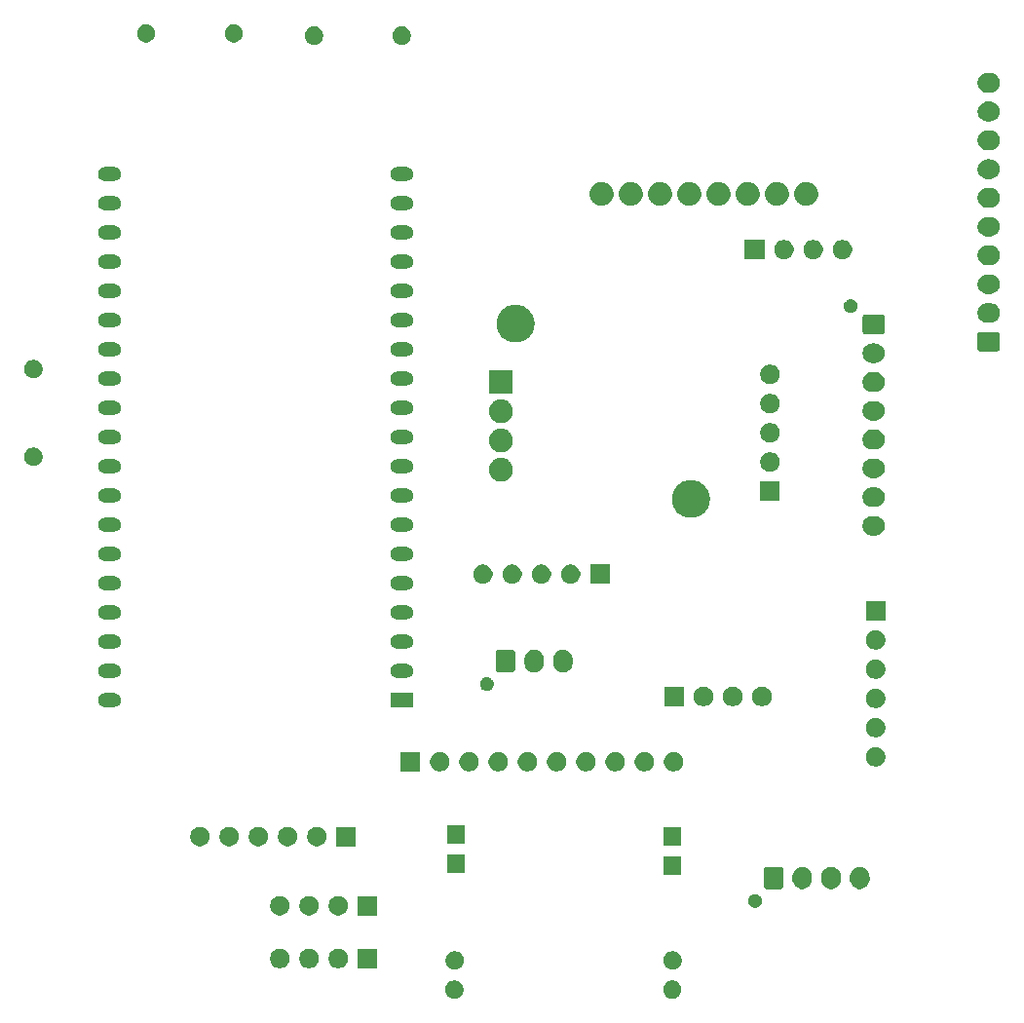
<source format=gbs>
G04 #@! TF.GenerationSoftware,KiCad,Pcbnew,9.0.6-9.0.6~ubuntu24.04.1*
G04 #@! TF.CreationDate,2026-01-15T22:16:43+01:00*
G04 #@! TF.ProjectId,tuba-electronics,74756261-2d65-46c6-9563-74726f6e6963,0*
G04 #@! TF.SameCoordinates,Original*
G04 #@! TF.FileFunction,Soldermask,Bot*
G04 #@! TF.FilePolarity,Negative*
%FSLAX46Y46*%
G04 Gerber Fmt 4.6, Leading zero omitted, Abs format (unit mm)*
G04 Created by KiCad (PCBNEW 9.0.6-9.0.6~ubuntu24.04.1) date 2026-01-15 22:16:43*
%MOMM*%
%LPD*%
G01*
G04 APERTURE LIST*
G04 APERTURE END LIST*
G36*
X138584228Y-141029448D02*
G01*
X138729117Y-141089463D01*
X138859515Y-141176592D01*
X138970408Y-141287485D01*
X139057537Y-141417883D01*
X139117552Y-141562772D01*
X139148148Y-141716586D01*
X139148148Y-141873414D01*
X139117552Y-142027228D01*
X139057537Y-142172117D01*
X138970408Y-142302515D01*
X138859515Y-142413408D01*
X138729117Y-142500537D01*
X138584228Y-142560552D01*
X138430414Y-142591148D01*
X138273586Y-142591148D01*
X138119772Y-142560552D01*
X137974883Y-142500537D01*
X137844485Y-142413408D01*
X137733592Y-142302515D01*
X137646463Y-142172117D01*
X137586448Y-142027228D01*
X137555852Y-141873414D01*
X137555852Y-141716586D01*
X137586448Y-141562772D01*
X137646463Y-141417883D01*
X137733592Y-141287485D01*
X137844485Y-141176592D01*
X137974883Y-141089463D01*
X138119772Y-141029448D01*
X138273586Y-140998852D01*
X138430414Y-140998852D01*
X138584228Y-141029448D01*
G37*
G36*
X157507228Y-141029448D02*
G01*
X157652117Y-141089463D01*
X157782515Y-141176592D01*
X157893408Y-141287485D01*
X157980537Y-141417883D01*
X158040552Y-141562772D01*
X158071148Y-141716586D01*
X158071148Y-141873414D01*
X158040552Y-142027228D01*
X157980537Y-142172117D01*
X157893408Y-142302515D01*
X157782515Y-142413408D01*
X157652117Y-142500537D01*
X157507228Y-142560552D01*
X157353414Y-142591148D01*
X157196586Y-142591148D01*
X157042772Y-142560552D01*
X156897883Y-142500537D01*
X156767485Y-142413408D01*
X156656592Y-142302515D01*
X156569463Y-142172117D01*
X156509448Y-142027228D01*
X156478852Y-141873414D01*
X156478852Y-141716586D01*
X156509448Y-141562772D01*
X156569463Y-141417883D01*
X156656592Y-141287485D01*
X156767485Y-141176592D01*
X156897883Y-141089463D01*
X157042772Y-141029448D01*
X157196586Y-140998852D01*
X157353414Y-140998852D01*
X157507228Y-141029448D01*
G37*
G36*
X138609628Y-138489448D02*
G01*
X138754517Y-138549463D01*
X138884915Y-138636592D01*
X138995808Y-138747485D01*
X139082937Y-138877883D01*
X139142952Y-139022772D01*
X139173548Y-139176586D01*
X139173548Y-139333414D01*
X139142952Y-139487228D01*
X139082937Y-139632117D01*
X138995808Y-139762515D01*
X138884915Y-139873408D01*
X138754517Y-139960537D01*
X138609628Y-140020552D01*
X138455814Y-140051148D01*
X138298986Y-140051148D01*
X138145172Y-140020552D01*
X138000283Y-139960537D01*
X137869885Y-139873408D01*
X137758992Y-139762515D01*
X137671863Y-139632117D01*
X137611848Y-139487228D01*
X137581252Y-139333414D01*
X137581252Y-139176586D01*
X137611848Y-139022772D01*
X137671863Y-138877883D01*
X137758992Y-138747485D01*
X137869885Y-138636592D01*
X138000283Y-138549463D01*
X138145172Y-138489448D01*
X138298986Y-138458852D01*
X138455814Y-138458852D01*
X138609628Y-138489448D01*
G37*
G36*
X157532628Y-138489448D02*
G01*
X157677517Y-138549463D01*
X157807915Y-138636592D01*
X157918808Y-138747485D01*
X158005937Y-138877883D01*
X158065952Y-139022772D01*
X158096548Y-139176586D01*
X158096548Y-139333414D01*
X158065952Y-139487228D01*
X158005937Y-139632117D01*
X157918808Y-139762515D01*
X157807915Y-139873408D01*
X157677517Y-139960537D01*
X157532628Y-140020552D01*
X157378814Y-140051148D01*
X157221986Y-140051148D01*
X157068172Y-140020552D01*
X156923283Y-139960537D01*
X156792885Y-139873408D01*
X156681992Y-139762515D01*
X156594863Y-139632117D01*
X156534848Y-139487228D01*
X156504252Y-139333414D01*
X156504252Y-139176586D01*
X156534848Y-139022772D01*
X156594863Y-138877883D01*
X156681992Y-138747485D01*
X156792885Y-138636592D01*
X156923283Y-138549463D01*
X157068172Y-138489448D01*
X157221986Y-138458852D01*
X157378814Y-138458852D01*
X157532628Y-138489448D01*
G37*
G36*
X131645000Y-139950000D02*
G01*
X129945000Y-139950000D01*
X129945000Y-138250000D01*
X131645000Y-138250000D01*
X131645000Y-139950000D01*
G37*
G36*
X123421742Y-138286601D02*
G01*
X123575687Y-138350367D01*
X123714234Y-138442941D01*
X123832059Y-138560766D01*
X123924633Y-138699313D01*
X123988399Y-138853258D01*
X124020907Y-139016685D01*
X124020907Y-139183315D01*
X123988399Y-139346742D01*
X123924633Y-139500687D01*
X123832059Y-139639234D01*
X123714234Y-139757059D01*
X123575687Y-139849633D01*
X123421742Y-139913399D01*
X123258315Y-139945907D01*
X123091685Y-139945907D01*
X122928258Y-139913399D01*
X122774313Y-139849633D01*
X122635766Y-139757059D01*
X122517941Y-139639234D01*
X122425367Y-139500687D01*
X122361601Y-139346742D01*
X122329093Y-139183315D01*
X122329093Y-139016685D01*
X122361601Y-138853258D01*
X122425367Y-138699313D01*
X122517941Y-138560766D01*
X122635766Y-138442941D01*
X122774313Y-138350367D01*
X122928258Y-138286601D01*
X123091685Y-138254093D01*
X123258315Y-138254093D01*
X123421742Y-138286601D01*
G37*
G36*
X125961742Y-138286601D02*
G01*
X126115687Y-138350367D01*
X126254234Y-138442941D01*
X126372059Y-138560766D01*
X126464633Y-138699313D01*
X126528399Y-138853258D01*
X126560907Y-139016685D01*
X126560907Y-139183315D01*
X126528399Y-139346742D01*
X126464633Y-139500687D01*
X126372059Y-139639234D01*
X126254234Y-139757059D01*
X126115687Y-139849633D01*
X125961742Y-139913399D01*
X125798315Y-139945907D01*
X125631685Y-139945907D01*
X125468258Y-139913399D01*
X125314313Y-139849633D01*
X125175766Y-139757059D01*
X125057941Y-139639234D01*
X124965367Y-139500687D01*
X124901601Y-139346742D01*
X124869093Y-139183315D01*
X124869093Y-139016685D01*
X124901601Y-138853258D01*
X124965367Y-138699313D01*
X125057941Y-138560766D01*
X125175766Y-138442941D01*
X125314313Y-138350367D01*
X125468258Y-138286601D01*
X125631685Y-138254093D01*
X125798315Y-138254093D01*
X125961742Y-138286601D01*
G37*
G36*
X128501742Y-138286601D02*
G01*
X128655687Y-138350367D01*
X128794234Y-138442941D01*
X128912059Y-138560766D01*
X129004633Y-138699313D01*
X129068399Y-138853258D01*
X129100907Y-139016685D01*
X129100907Y-139183315D01*
X129068399Y-139346742D01*
X129004633Y-139500687D01*
X128912059Y-139639234D01*
X128794234Y-139757059D01*
X128655687Y-139849633D01*
X128501742Y-139913399D01*
X128338315Y-139945907D01*
X128171685Y-139945907D01*
X128008258Y-139913399D01*
X127854313Y-139849633D01*
X127715766Y-139757059D01*
X127597941Y-139639234D01*
X127505367Y-139500687D01*
X127441601Y-139346742D01*
X127409093Y-139183315D01*
X127409093Y-139016685D01*
X127441601Y-138853258D01*
X127505367Y-138699313D01*
X127597941Y-138560766D01*
X127715766Y-138442941D01*
X127854313Y-138350367D01*
X128008258Y-138286601D01*
X128171685Y-138254093D01*
X128338315Y-138254093D01*
X128501742Y-138286601D01*
G37*
G36*
X131645000Y-135360000D02*
G01*
X129945000Y-135360000D01*
X129945000Y-133660000D01*
X131645000Y-133660000D01*
X131645000Y-135360000D01*
G37*
G36*
X123421742Y-133696601D02*
G01*
X123575687Y-133760367D01*
X123714234Y-133852941D01*
X123832059Y-133970766D01*
X123924633Y-134109313D01*
X123988399Y-134263258D01*
X124020907Y-134426685D01*
X124020907Y-134593315D01*
X123988399Y-134756742D01*
X123924633Y-134910687D01*
X123832059Y-135049234D01*
X123714234Y-135167059D01*
X123575687Y-135259633D01*
X123421742Y-135323399D01*
X123258315Y-135355907D01*
X123091685Y-135355907D01*
X122928258Y-135323399D01*
X122774313Y-135259633D01*
X122635766Y-135167059D01*
X122517941Y-135049234D01*
X122425367Y-134910687D01*
X122361601Y-134756742D01*
X122329093Y-134593315D01*
X122329093Y-134426685D01*
X122361601Y-134263258D01*
X122425367Y-134109313D01*
X122517941Y-133970766D01*
X122635766Y-133852941D01*
X122774313Y-133760367D01*
X122928258Y-133696601D01*
X123091685Y-133664093D01*
X123258315Y-133664093D01*
X123421742Y-133696601D01*
G37*
G36*
X125961742Y-133696601D02*
G01*
X126115687Y-133760367D01*
X126254234Y-133852941D01*
X126372059Y-133970766D01*
X126464633Y-134109313D01*
X126528399Y-134263258D01*
X126560907Y-134426685D01*
X126560907Y-134593315D01*
X126528399Y-134756742D01*
X126464633Y-134910687D01*
X126372059Y-135049234D01*
X126254234Y-135167059D01*
X126115687Y-135259633D01*
X125961742Y-135323399D01*
X125798315Y-135355907D01*
X125631685Y-135355907D01*
X125468258Y-135323399D01*
X125314313Y-135259633D01*
X125175766Y-135167059D01*
X125057941Y-135049234D01*
X124965367Y-134910687D01*
X124901601Y-134756742D01*
X124869093Y-134593315D01*
X124869093Y-134426685D01*
X124901601Y-134263258D01*
X124965367Y-134109313D01*
X125057941Y-133970766D01*
X125175766Y-133852941D01*
X125314313Y-133760367D01*
X125468258Y-133696601D01*
X125631685Y-133664093D01*
X125798315Y-133664093D01*
X125961742Y-133696601D01*
G37*
G36*
X128501742Y-133696601D02*
G01*
X128655687Y-133760367D01*
X128794234Y-133852941D01*
X128912059Y-133970766D01*
X129004633Y-134109313D01*
X129068399Y-134263258D01*
X129100907Y-134426685D01*
X129100907Y-134593315D01*
X129068399Y-134756742D01*
X129004633Y-134910687D01*
X128912059Y-135049234D01*
X128794234Y-135167059D01*
X128655687Y-135259633D01*
X128501742Y-135323399D01*
X128338315Y-135355907D01*
X128171685Y-135355907D01*
X128008258Y-135323399D01*
X127854313Y-135259633D01*
X127715766Y-135167059D01*
X127597941Y-135049234D01*
X127505367Y-134910687D01*
X127441601Y-134756742D01*
X127409093Y-134593315D01*
X127409093Y-134426685D01*
X127441601Y-134263258D01*
X127505367Y-134109313D01*
X127597941Y-133970766D01*
X127715766Y-133852941D01*
X127854313Y-133760367D01*
X128008258Y-133696601D01*
X128171685Y-133664093D01*
X128338315Y-133664093D01*
X128501742Y-133696601D01*
G37*
G36*
X164543612Y-133505133D02*
G01*
X164553316Y-133505133D01*
X164581272Y-133512623D01*
X164649084Y-133526112D01*
X164681091Y-133539370D01*
X164704610Y-133545672D01*
X164725698Y-133557847D01*
X164757702Y-133571104D01*
X164815184Y-133609512D01*
X164840257Y-133623988D01*
X164847119Y-133630850D01*
X164855449Y-133636416D01*
X164938583Y-133719550D01*
X164944148Y-133727879D01*
X164951012Y-133734743D01*
X164965489Y-133759818D01*
X165003895Y-133817297D01*
X165017150Y-133849298D01*
X165029328Y-133870390D01*
X165035630Y-133893912D01*
X165048887Y-133925915D01*
X165062374Y-133993722D01*
X165069867Y-134021684D01*
X165069867Y-134031388D01*
X165071822Y-134041217D01*
X165071822Y-134158782D01*
X165069867Y-134168610D01*
X165069867Y-134178316D01*
X165062373Y-134206280D01*
X165048887Y-134274084D01*
X165035631Y-134306084D01*
X165029328Y-134329610D01*
X165017149Y-134350704D01*
X165003895Y-134382702D01*
X164965493Y-134440173D01*
X164951012Y-134465257D01*
X164944146Y-134472122D01*
X164938583Y-134480449D01*
X164855449Y-134563583D01*
X164847122Y-134569146D01*
X164840257Y-134576012D01*
X164815173Y-134590493D01*
X164757702Y-134628895D01*
X164725704Y-134642149D01*
X164704610Y-134654328D01*
X164681084Y-134660631D01*
X164649084Y-134673887D01*
X164581278Y-134687374D01*
X164553316Y-134694867D01*
X164543611Y-134694867D01*
X164533783Y-134696822D01*
X164416217Y-134696822D01*
X164406389Y-134694867D01*
X164396684Y-134694867D01*
X164368722Y-134687374D01*
X164300915Y-134673887D01*
X164268912Y-134660630D01*
X164245390Y-134654328D01*
X164224298Y-134642150D01*
X164192297Y-134628895D01*
X164134818Y-134590489D01*
X164109743Y-134576012D01*
X164102879Y-134569148D01*
X164094550Y-134563583D01*
X164011416Y-134480449D01*
X164005850Y-134472119D01*
X163998988Y-134465257D01*
X163984512Y-134440184D01*
X163946104Y-134382702D01*
X163932847Y-134350698D01*
X163920672Y-134329610D01*
X163914370Y-134306091D01*
X163901112Y-134274084D01*
X163887624Y-134206274D01*
X163880133Y-134178316D01*
X163880133Y-134168610D01*
X163878178Y-134158782D01*
X163878178Y-134041217D01*
X163880133Y-134031388D01*
X163880133Y-134021684D01*
X163887623Y-133993728D01*
X163901112Y-133925915D01*
X163914371Y-133893905D01*
X163920672Y-133870390D01*
X163932845Y-133849304D01*
X163946104Y-133817297D01*
X163984516Y-133759807D01*
X163998988Y-133734743D01*
X164005848Y-133727882D01*
X164011416Y-133719550D01*
X164094550Y-133636416D01*
X164102882Y-133630848D01*
X164109743Y-133623988D01*
X164134807Y-133609516D01*
X164192297Y-133571104D01*
X164224304Y-133557845D01*
X164245390Y-133545672D01*
X164268905Y-133539371D01*
X164300915Y-133526112D01*
X164368728Y-133512623D01*
X164396684Y-133505133D01*
X164406388Y-133505133D01*
X164416217Y-133503178D01*
X164533783Y-133503178D01*
X164543612Y-133505133D01*
G37*
G36*
X166679850Y-131125964D02*
G01*
X166730040Y-131131787D01*
X166747189Y-131139359D01*
X166770671Y-131144030D01*
X166795810Y-131160827D01*
X166815696Y-131169608D01*
X166829277Y-131183189D01*
X166851777Y-131198223D01*
X166866810Y-131220722D01*
X166880391Y-131234303D01*
X166889170Y-131254186D01*
X166905970Y-131279329D01*
X166910641Y-131302812D01*
X166918212Y-131319959D01*
X166924033Y-131370139D01*
X166925000Y-131375000D01*
X166925000Y-132825000D01*
X166924032Y-132829863D01*
X166918212Y-132880040D01*
X166910641Y-132897185D01*
X166905970Y-132920671D01*
X166889169Y-132945815D01*
X166880391Y-132965696D01*
X166866812Y-132979274D01*
X166851777Y-133001777D01*
X166829274Y-133016812D01*
X166815696Y-133030391D01*
X166795815Y-133039169D01*
X166770671Y-133055970D01*
X166747185Y-133060641D01*
X166730040Y-133068212D01*
X166679861Y-133074032D01*
X166675000Y-133075000D01*
X165475000Y-133075000D01*
X165470138Y-133074032D01*
X165419959Y-133068212D01*
X165402812Y-133060641D01*
X165379329Y-133055970D01*
X165354186Y-133039170D01*
X165334303Y-133030391D01*
X165320722Y-133016810D01*
X165298223Y-133001777D01*
X165283189Y-132979277D01*
X165269608Y-132965696D01*
X165260827Y-132945810D01*
X165244030Y-132920671D01*
X165239359Y-132897189D01*
X165231787Y-132880040D01*
X165225964Y-132829849D01*
X165225000Y-132825000D01*
X165225000Y-131375000D01*
X165225964Y-131370150D01*
X165231787Y-131319959D01*
X165239359Y-131302808D01*
X165244030Y-131279329D01*
X165260826Y-131254191D01*
X165269608Y-131234303D01*
X165283191Y-131220719D01*
X165298223Y-131198223D01*
X165320719Y-131183191D01*
X165334303Y-131169608D01*
X165354191Y-131160826D01*
X165379329Y-131144030D01*
X165402808Y-131139359D01*
X165419959Y-131131787D01*
X165470151Y-131125964D01*
X165475000Y-131125000D01*
X166675000Y-131125000D01*
X166679850Y-131125964D01*
G37*
G36*
X168821742Y-131161601D02*
G01*
X168975687Y-131225367D01*
X169114234Y-131317941D01*
X169232059Y-131435766D01*
X169324633Y-131574313D01*
X169388399Y-131728258D01*
X169420907Y-131891685D01*
X169425000Y-131975000D01*
X169425000Y-132225000D01*
X169420907Y-132308315D01*
X169388399Y-132471742D01*
X169324633Y-132625687D01*
X169232059Y-132764234D01*
X169114234Y-132882059D01*
X168975687Y-132974633D01*
X168821742Y-133038399D01*
X168658315Y-133070907D01*
X168491685Y-133070907D01*
X168328258Y-133038399D01*
X168174313Y-132974633D01*
X168035766Y-132882059D01*
X167917941Y-132764234D01*
X167825367Y-132625687D01*
X167761601Y-132471742D01*
X167729093Y-132308315D01*
X167725000Y-132225000D01*
X167725000Y-131975000D01*
X167729093Y-131891685D01*
X167761601Y-131728258D01*
X167825367Y-131574313D01*
X167917941Y-131435766D01*
X168035766Y-131317941D01*
X168174313Y-131225367D01*
X168328258Y-131161601D01*
X168491685Y-131129093D01*
X168658315Y-131129093D01*
X168821742Y-131161601D01*
G37*
G36*
X171321742Y-131161601D02*
G01*
X171475687Y-131225367D01*
X171614234Y-131317941D01*
X171732059Y-131435766D01*
X171824633Y-131574313D01*
X171888399Y-131728258D01*
X171920907Y-131891685D01*
X171925000Y-131975000D01*
X171925000Y-132225000D01*
X171920907Y-132308315D01*
X171888399Y-132471742D01*
X171824633Y-132625687D01*
X171732059Y-132764234D01*
X171614234Y-132882059D01*
X171475687Y-132974633D01*
X171321742Y-133038399D01*
X171158315Y-133070907D01*
X170991685Y-133070907D01*
X170828258Y-133038399D01*
X170674313Y-132974633D01*
X170535766Y-132882059D01*
X170417941Y-132764234D01*
X170325367Y-132625687D01*
X170261601Y-132471742D01*
X170229093Y-132308315D01*
X170225000Y-132225000D01*
X170225000Y-131975000D01*
X170229093Y-131891685D01*
X170261601Y-131728258D01*
X170325367Y-131574313D01*
X170417941Y-131435766D01*
X170535766Y-131317941D01*
X170674313Y-131225367D01*
X170828258Y-131161601D01*
X170991685Y-131129093D01*
X171158315Y-131129093D01*
X171321742Y-131161601D01*
G37*
G36*
X173821742Y-131161601D02*
G01*
X173975687Y-131225367D01*
X174114234Y-131317941D01*
X174232059Y-131435766D01*
X174324633Y-131574313D01*
X174388399Y-131728258D01*
X174420907Y-131891685D01*
X174425000Y-131975000D01*
X174425000Y-132225000D01*
X174420907Y-132308315D01*
X174388399Y-132471742D01*
X174324633Y-132625687D01*
X174232059Y-132764234D01*
X174114234Y-132882059D01*
X173975687Y-132974633D01*
X173821742Y-133038399D01*
X173658315Y-133070907D01*
X173491685Y-133070907D01*
X173328258Y-133038399D01*
X173174313Y-132974633D01*
X173035766Y-132882059D01*
X172917941Y-132764234D01*
X172825367Y-132625687D01*
X172761601Y-132471742D01*
X172729093Y-132308315D01*
X172725000Y-132225000D01*
X172725000Y-131975000D01*
X172729093Y-131891685D01*
X172761601Y-131728258D01*
X172825367Y-131574313D01*
X172917941Y-131435766D01*
X173035766Y-131317941D01*
X173174313Y-131225367D01*
X173328258Y-131161601D01*
X173491685Y-131129093D01*
X173658315Y-131129093D01*
X173821742Y-131161601D01*
G37*
G36*
X158075000Y-131800000D02*
G01*
X156475000Y-131800000D01*
X156475000Y-130200000D01*
X158075000Y-130200000D01*
X158075000Y-131800000D01*
G37*
G36*
X139279000Y-131673000D02*
G01*
X137679000Y-131673000D01*
X137679000Y-130073000D01*
X139279000Y-130073000D01*
X139279000Y-131673000D01*
G37*
G36*
X129785000Y-129350000D02*
G01*
X128085000Y-129350000D01*
X128085000Y-127650000D01*
X129785000Y-127650000D01*
X129785000Y-129350000D01*
G37*
G36*
X116481742Y-127686601D02*
G01*
X116635687Y-127750367D01*
X116774234Y-127842941D01*
X116892059Y-127960766D01*
X116984633Y-128099313D01*
X117048399Y-128253258D01*
X117080907Y-128416685D01*
X117080907Y-128583315D01*
X117048399Y-128746742D01*
X116984633Y-128900687D01*
X116892059Y-129039234D01*
X116774234Y-129157059D01*
X116635687Y-129249633D01*
X116481742Y-129313399D01*
X116318315Y-129345907D01*
X116151685Y-129345907D01*
X115988258Y-129313399D01*
X115834313Y-129249633D01*
X115695766Y-129157059D01*
X115577941Y-129039234D01*
X115485367Y-128900687D01*
X115421601Y-128746742D01*
X115389093Y-128583315D01*
X115389093Y-128416685D01*
X115421601Y-128253258D01*
X115485367Y-128099313D01*
X115577941Y-127960766D01*
X115695766Y-127842941D01*
X115834313Y-127750367D01*
X115988258Y-127686601D01*
X116151685Y-127654093D01*
X116318315Y-127654093D01*
X116481742Y-127686601D01*
G37*
G36*
X119021742Y-127686601D02*
G01*
X119175687Y-127750367D01*
X119314234Y-127842941D01*
X119432059Y-127960766D01*
X119524633Y-128099313D01*
X119588399Y-128253258D01*
X119620907Y-128416685D01*
X119620907Y-128583315D01*
X119588399Y-128746742D01*
X119524633Y-128900687D01*
X119432059Y-129039234D01*
X119314234Y-129157059D01*
X119175687Y-129249633D01*
X119021742Y-129313399D01*
X118858315Y-129345907D01*
X118691685Y-129345907D01*
X118528258Y-129313399D01*
X118374313Y-129249633D01*
X118235766Y-129157059D01*
X118117941Y-129039234D01*
X118025367Y-128900687D01*
X117961601Y-128746742D01*
X117929093Y-128583315D01*
X117929093Y-128416685D01*
X117961601Y-128253258D01*
X118025367Y-128099313D01*
X118117941Y-127960766D01*
X118235766Y-127842941D01*
X118374313Y-127750367D01*
X118528258Y-127686601D01*
X118691685Y-127654093D01*
X118858315Y-127654093D01*
X119021742Y-127686601D01*
G37*
G36*
X121561742Y-127686601D02*
G01*
X121715687Y-127750367D01*
X121854234Y-127842941D01*
X121972059Y-127960766D01*
X122064633Y-128099313D01*
X122128399Y-128253258D01*
X122160907Y-128416685D01*
X122160907Y-128583315D01*
X122128399Y-128746742D01*
X122064633Y-128900687D01*
X121972059Y-129039234D01*
X121854234Y-129157059D01*
X121715687Y-129249633D01*
X121561742Y-129313399D01*
X121398315Y-129345907D01*
X121231685Y-129345907D01*
X121068258Y-129313399D01*
X120914313Y-129249633D01*
X120775766Y-129157059D01*
X120657941Y-129039234D01*
X120565367Y-128900687D01*
X120501601Y-128746742D01*
X120469093Y-128583315D01*
X120469093Y-128416685D01*
X120501601Y-128253258D01*
X120565367Y-128099313D01*
X120657941Y-127960766D01*
X120775766Y-127842941D01*
X120914313Y-127750367D01*
X121068258Y-127686601D01*
X121231685Y-127654093D01*
X121398315Y-127654093D01*
X121561742Y-127686601D01*
G37*
G36*
X124101742Y-127686601D02*
G01*
X124255687Y-127750367D01*
X124394234Y-127842941D01*
X124512059Y-127960766D01*
X124604633Y-128099313D01*
X124668399Y-128253258D01*
X124700907Y-128416685D01*
X124700907Y-128583315D01*
X124668399Y-128746742D01*
X124604633Y-128900687D01*
X124512059Y-129039234D01*
X124394234Y-129157059D01*
X124255687Y-129249633D01*
X124101742Y-129313399D01*
X123938315Y-129345907D01*
X123771685Y-129345907D01*
X123608258Y-129313399D01*
X123454313Y-129249633D01*
X123315766Y-129157059D01*
X123197941Y-129039234D01*
X123105367Y-128900687D01*
X123041601Y-128746742D01*
X123009093Y-128583315D01*
X123009093Y-128416685D01*
X123041601Y-128253258D01*
X123105367Y-128099313D01*
X123197941Y-127960766D01*
X123315766Y-127842941D01*
X123454313Y-127750367D01*
X123608258Y-127686601D01*
X123771685Y-127654093D01*
X123938315Y-127654093D01*
X124101742Y-127686601D01*
G37*
G36*
X126641742Y-127686601D02*
G01*
X126795687Y-127750367D01*
X126934234Y-127842941D01*
X127052059Y-127960766D01*
X127144633Y-128099313D01*
X127208399Y-128253258D01*
X127240907Y-128416685D01*
X127240907Y-128583315D01*
X127208399Y-128746742D01*
X127144633Y-128900687D01*
X127052059Y-129039234D01*
X126934234Y-129157059D01*
X126795687Y-129249633D01*
X126641742Y-129313399D01*
X126478315Y-129345907D01*
X126311685Y-129345907D01*
X126148258Y-129313399D01*
X125994313Y-129249633D01*
X125855766Y-129157059D01*
X125737941Y-129039234D01*
X125645367Y-128900687D01*
X125581601Y-128746742D01*
X125549093Y-128583315D01*
X125549093Y-128416685D01*
X125581601Y-128253258D01*
X125645367Y-128099313D01*
X125737941Y-127960766D01*
X125855766Y-127842941D01*
X125994313Y-127750367D01*
X126148258Y-127686601D01*
X126311685Y-127654093D01*
X126478315Y-127654093D01*
X126641742Y-127686601D01*
G37*
G36*
X158075000Y-129260000D02*
G01*
X156475000Y-129260000D01*
X156475000Y-127660000D01*
X158075000Y-127660000D01*
X158075000Y-129260000D01*
G37*
G36*
X139279000Y-129133000D02*
G01*
X137679000Y-129133000D01*
X137679000Y-127533000D01*
X139279000Y-127533000D01*
X139279000Y-129133000D01*
G37*
G36*
X135385000Y-122850000D02*
G01*
X133685000Y-122850000D01*
X133685000Y-121150000D01*
X135385000Y-121150000D01*
X135385000Y-122850000D01*
G37*
G36*
X137321742Y-121186601D02*
G01*
X137475687Y-121250367D01*
X137614234Y-121342941D01*
X137732059Y-121460766D01*
X137824633Y-121599313D01*
X137888399Y-121753258D01*
X137920907Y-121916685D01*
X137920907Y-122083315D01*
X137888399Y-122246742D01*
X137824633Y-122400687D01*
X137732059Y-122539234D01*
X137614234Y-122657059D01*
X137475687Y-122749633D01*
X137321742Y-122813399D01*
X137158315Y-122845907D01*
X136991685Y-122845907D01*
X136828258Y-122813399D01*
X136674313Y-122749633D01*
X136535766Y-122657059D01*
X136417941Y-122539234D01*
X136325367Y-122400687D01*
X136261601Y-122246742D01*
X136229093Y-122083315D01*
X136229093Y-121916685D01*
X136261601Y-121753258D01*
X136325367Y-121599313D01*
X136417941Y-121460766D01*
X136535766Y-121342941D01*
X136674313Y-121250367D01*
X136828258Y-121186601D01*
X136991685Y-121154093D01*
X137158315Y-121154093D01*
X137321742Y-121186601D01*
G37*
G36*
X139861742Y-121186601D02*
G01*
X140015687Y-121250367D01*
X140154234Y-121342941D01*
X140272059Y-121460766D01*
X140364633Y-121599313D01*
X140428399Y-121753258D01*
X140460907Y-121916685D01*
X140460907Y-122083315D01*
X140428399Y-122246742D01*
X140364633Y-122400687D01*
X140272059Y-122539234D01*
X140154234Y-122657059D01*
X140015687Y-122749633D01*
X139861742Y-122813399D01*
X139698315Y-122845907D01*
X139531685Y-122845907D01*
X139368258Y-122813399D01*
X139214313Y-122749633D01*
X139075766Y-122657059D01*
X138957941Y-122539234D01*
X138865367Y-122400687D01*
X138801601Y-122246742D01*
X138769093Y-122083315D01*
X138769093Y-121916685D01*
X138801601Y-121753258D01*
X138865367Y-121599313D01*
X138957941Y-121460766D01*
X139075766Y-121342941D01*
X139214313Y-121250367D01*
X139368258Y-121186601D01*
X139531685Y-121154093D01*
X139698315Y-121154093D01*
X139861742Y-121186601D01*
G37*
G36*
X142401742Y-121186601D02*
G01*
X142555687Y-121250367D01*
X142694234Y-121342941D01*
X142812059Y-121460766D01*
X142904633Y-121599313D01*
X142968399Y-121753258D01*
X143000907Y-121916685D01*
X143000907Y-122083315D01*
X142968399Y-122246742D01*
X142904633Y-122400687D01*
X142812059Y-122539234D01*
X142694234Y-122657059D01*
X142555687Y-122749633D01*
X142401742Y-122813399D01*
X142238315Y-122845907D01*
X142071685Y-122845907D01*
X141908258Y-122813399D01*
X141754313Y-122749633D01*
X141615766Y-122657059D01*
X141497941Y-122539234D01*
X141405367Y-122400687D01*
X141341601Y-122246742D01*
X141309093Y-122083315D01*
X141309093Y-121916685D01*
X141341601Y-121753258D01*
X141405367Y-121599313D01*
X141497941Y-121460766D01*
X141615766Y-121342941D01*
X141754313Y-121250367D01*
X141908258Y-121186601D01*
X142071685Y-121154093D01*
X142238315Y-121154093D01*
X142401742Y-121186601D01*
G37*
G36*
X144941742Y-121186601D02*
G01*
X145095687Y-121250367D01*
X145234234Y-121342941D01*
X145352059Y-121460766D01*
X145444633Y-121599313D01*
X145508399Y-121753258D01*
X145540907Y-121916685D01*
X145540907Y-122083315D01*
X145508399Y-122246742D01*
X145444633Y-122400687D01*
X145352059Y-122539234D01*
X145234234Y-122657059D01*
X145095687Y-122749633D01*
X144941742Y-122813399D01*
X144778315Y-122845907D01*
X144611685Y-122845907D01*
X144448258Y-122813399D01*
X144294313Y-122749633D01*
X144155766Y-122657059D01*
X144037941Y-122539234D01*
X143945367Y-122400687D01*
X143881601Y-122246742D01*
X143849093Y-122083315D01*
X143849093Y-121916685D01*
X143881601Y-121753258D01*
X143945367Y-121599313D01*
X144037941Y-121460766D01*
X144155766Y-121342941D01*
X144294313Y-121250367D01*
X144448258Y-121186601D01*
X144611685Y-121154093D01*
X144778315Y-121154093D01*
X144941742Y-121186601D01*
G37*
G36*
X147481742Y-121186601D02*
G01*
X147635687Y-121250367D01*
X147774234Y-121342941D01*
X147892059Y-121460766D01*
X147984633Y-121599313D01*
X148048399Y-121753258D01*
X148080907Y-121916685D01*
X148080907Y-122083315D01*
X148048399Y-122246742D01*
X147984633Y-122400687D01*
X147892059Y-122539234D01*
X147774234Y-122657059D01*
X147635687Y-122749633D01*
X147481742Y-122813399D01*
X147318315Y-122845907D01*
X147151685Y-122845907D01*
X146988258Y-122813399D01*
X146834313Y-122749633D01*
X146695766Y-122657059D01*
X146577941Y-122539234D01*
X146485367Y-122400687D01*
X146421601Y-122246742D01*
X146389093Y-122083315D01*
X146389093Y-121916685D01*
X146421601Y-121753258D01*
X146485367Y-121599313D01*
X146577941Y-121460766D01*
X146695766Y-121342941D01*
X146834313Y-121250367D01*
X146988258Y-121186601D01*
X147151685Y-121154093D01*
X147318315Y-121154093D01*
X147481742Y-121186601D01*
G37*
G36*
X150021742Y-121186601D02*
G01*
X150175687Y-121250367D01*
X150314234Y-121342941D01*
X150432059Y-121460766D01*
X150524633Y-121599313D01*
X150588399Y-121753258D01*
X150620907Y-121916685D01*
X150620907Y-122083315D01*
X150588399Y-122246742D01*
X150524633Y-122400687D01*
X150432059Y-122539234D01*
X150314234Y-122657059D01*
X150175687Y-122749633D01*
X150021742Y-122813399D01*
X149858315Y-122845907D01*
X149691685Y-122845907D01*
X149528258Y-122813399D01*
X149374313Y-122749633D01*
X149235766Y-122657059D01*
X149117941Y-122539234D01*
X149025367Y-122400687D01*
X148961601Y-122246742D01*
X148929093Y-122083315D01*
X148929093Y-121916685D01*
X148961601Y-121753258D01*
X149025367Y-121599313D01*
X149117941Y-121460766D01*
X149235766Y-121342941D01*
X149374313Y-121250367D01*
X149528258Y-121186601D01*
X149691685Y-121154093D01*
X149858315Y-121154093D01*
X150021742Y-121186601D01*
G37*
G36*
X152561742Y-121186601D02*
G01*
X152715687Y-121250367D01*
X152854234Y-121342941D01*
X152972059Y-121460766D01*
X153064633Y-121599313D01*
X153128399Y-121753258D01*
X153160907Y-121916685D01*
X153160907Y-122083315D01*
X153128399Y-122246742D01*
X153064633Y-122400687D01*
X152972059Y-122539234D01*
X152854234Y-122657059D01*
X152715687Y-122749633D01*
X152561742Y-122813399D01*
X152398315Y-122845907D01*
X152231685Y-122845907D01*
X152068258Y-122813399D01*
X151914313Y-122749633D01*
X151775766Y-122657059D01*
X151657941Y-122539234D01*
X151565367Y-122400687D01*
X151501601Y-122246742D01*
X151469093Y-122083315D01*
X151469093Y-121916685D01*
X151501601Y-121753258D01*
X151565367Y-121599313D01*
X151657941Y-121460766D01*
X151775766Y-121342941D01*
X151914313Y-121250367D01*
X152068258Y-121186601D01*
X152231685Y-121154093D01*
X152398315Y-121154093D01*
X152561742Y-121186601D01*
G37*
G36*
X155101742Y-121186601D02*
G01*
X155255687Y-121250367D01*
X155394234Y-121342941D01*
X155512059Y-121460766D01*
X155604633Y-121599313D01*
X155668399Y-121753258D01*
X155700907Y-121916685D01*
X155700907Y-122083315D01*
X155668399Y-122246742D01*
X155604633Y-122400687D01*
X155512059Y-122539234D01*
X155394234Y-122657059D01*
X155255687Y-122749633D01*
X155101742Y-122813399D01*
X154938315Y-122845907D01*
X154771685Y-122845907D01*
X154608258Y-122813399D01*
X154454313Y-122749633D01*
X154315766Y-122657059D01*
X154197941Y-122539234D01*
X154105367Y-122400687D01*
X154041601Y-122246742D01*
X154009093Y-122083315D01*
X154009093Y-121916685D01*
X154041601Y-121753258D01*
X154105367Y-121599313D01*
X154197941Y-121460766D01*
X154315766Y-121342941D01*
X154454313Y-121250367D01*
X154608258Y-121186601D01*
X154771685Y-121154093D01*
X154938315Y-121154093D01*
X155101742Y-121186601D01*
G37*
G36*
X157641742Y-121186601D02*
G01*
X157795687Y-121250367D01*
X157934234Y-121342941D01*
X158052059Y-121460766D01*
X158144633Y-121599313D01*
X158208399Y-121753258D01*
X158240907Y-121916685D01*
X158240907Y-122083315D01*
X158208399Y-122246742D01*
X158144633Y-122400687D01*
X158052059Y-122539234D01*
X157934234Y-122657059D01*
X157795687Y-122749633D01*
X157641742Y-122813399D01*
X157478315Y-122845907D01*
X157311685Y-122845907D01*
X157148258Y-122813399D01*
X156994313Y-122749633D01*
X156855766Y-122657059D01*
X156737941Y-122539234D01*
X156645367Y-122400687D01*
X156581601Y-122246742D01*
X156549093Y-122083315D01*
X156549093Y-121916685D01*
X156581601Y-121753258D01*
X156645367Y-121599313D01*
X156737941Y-121460766D01*
X156855766Y-121342941D01*
X156994313Y-121250367D01*
X157148258Y-121186601D01*
X157311685Y-121154093D01*
X157478315Y-121154093D01*
X157641742Y-121186601D01*
G37*
G36*
X175193742Y-120764601D02*
G01*
X175347687Y-120828367D01*
X175486234Y-120920941D01*
X175604059Y-121038766D01*
X175696633Y-121177313D01*
X175760399Y-121331258D01*
X175792907Y-121494685D01*
X175792907Y-121661315D01*
X175760399Y-121824742D01*
X175696633Y-121978687D01*
X175604059Y-122117234D01*
X175486234Y-122235059D01*
X175347687Y-122327633D01*
X175193742Y-122391399D01*
X175030315Y-122423907D01*
X174863685Y-122423907D01*
X174700258Y-122391399D01*
X174546313Y-122327633D01*
X174407766Y-122235059D01*
X174289941Y-122117234D01*
X174197367Y-121978687D01*
X174133601Y-121824742D01*
X174101093Y-121661315D01*
X174101093Y-121494685D01*
X174133601Y-121331258D01*
X174197367Y-121177313D01*
X174289941Y-121038766D01*
X174407766Y-120920941D01*
X174546313Y-120828367D01*
X174700258Y-120764601D01*
X174863685Y-120732093D01*
X175030315Y-120732093D01*
X175193742Y-120764601D01*
G37*
G36*
X175193742Y-118224601D02*
G01*
X175347687Y-118288367D01*
X175486234Y-118380941D01*
X175604059Y-118498766D01*
X175696633Y-118637313D01*
X175760399Y-118791258D01*
X175792907Y-118954685D01*
X175792907Y-119121315D01*
X175760399Y-119284742D01*
X175696633Y-119438687D01*
X175604059Y-119577234D01*
X175486234Y-119695059D01*
X175347687Y-119787633D01*
X175193742Y-119851399D01*
X175030315Y-119883907D01*
X174863685Y-119883907D01*
X174700258Y-119851399D01*
X174546313Y-119787633D01*
X174407766Y-119695059D01*
X174289941Y-119577234D01*
X174197367Y-119438687D01*
X174133601Y-119284742D01*
X174101093Y-119121315D01*
X174101093Y-118954685D01*
X174133601Y-118791258D01*
X174197367Y-118637313D01*
X174289941Y-118498766D01*
X174407766Y-118380941D01*
X174546313Y-118288367D01*
X174700258Y-118224601D01*
X174863685Y-118192093D01*
X175030315Y-118192093D01*
X175193742Y-118224601D01*
G37*
G36*
X175196742Y-115684601D02*
G01*
X175350687Y-115748367D01*
X175489234Y-115840941D01*
X175607059Y-115958766D01*
X175699633Y-116097313D01*
X175763399Y-116251258D01*
X175795907Y-116414685D01*
X175795907Y-116581315D01*
X175763399Y-116744742D01*
X175699633Y-116898687D01*
X175607059Y-117037234D01*
X175489234Y-117155059D01*
X175350687Y-117247633D01*
X175196742Y-117311399D01*
X175033315Y-117343907D01*
X174866685Y-117343907D01*
X174703258Y-117311399D01*
X174549313Y-117247633D01*
X174410766Y-117155059D01*
X174292941Y-117037234D01*
X174200367Y-116898687D01*
X174136601Y-116744742D01*
X174104093Y-116581315D01*
X174104093Y-116414685D01*
X174136601Y-116251258D01*
X174200367Y-116097313D01*
X174292941Y-115958766D01*
X174410766Y-115840941D01*
X174549313Y-115748367D01*
X174703258Y-115684601D01*
X174866685Y-115652093D01*
X175033315Y-115652093D01*
X175196742Y-115684601D01*
G37*
G36*
X108779417Y-116040289D02*
G01*
X108832329Y-116042888D01*
X108838848Y-116044184D01*
X108853316Y-116045133D01*
X108881266Y-116052622D01*
X108949084Y-116066112D01*
X108981091Y-116079370D01*
X109004610Y-116085672D01*
X109025698Y-116097847D01*
X109057702Y-116111104D01*
X109115184Y-116149512D01*
X109140257Y-116163988D01*
X109147119Y-116170850D01*
X109155449Y-116176416D01*
X109238583Y-116259550D01*
X109244148Y-116267879D01*
X109251012Y-116274743D01*
X109265489Y-116299818D01*
X109303895Y-116357297D01*
X109317150Y-116389298D01*
X109329328Y-116410390D01*
X109335630Y-116433912D01*
X109348887Y-116465915D01*
X109362374Y-116533722D01*
X109369867Y-116561684D01*
X109369867Y-116571388D01*
X109371822Y-116581217D01*
X109371822Y-116698782D01*
X109369867Y-116708610D01*
X109369867Y-116718316D01*
X109362373Y-116746280D01*
X109348887Y-116814084D01*
X109335631Y-116846084D01*
X109329328Y-116869610D01*
X109317149Y-116890704D01*
X109303895Y-116922702D01*
X109265493Y-116980173D01*
X109251012Y-117005257D01*
X109244146Y-117012122D01*
X109238583Y-117020449D01*
X109155449Y-117103583D01*
X109147122Y-117109146D01*
X109140257Y-117116012D01*
X109115173Y-117130493D01*
X109057702Y-117168895D01*
X109025704Y-117182149D01*
X109004610Y-117194328D01*
X108981084Y-117200631D01*
X108949084Y-117213887D01*
X108881280Y-117227373D01*
X108853316Y-117234867D01*
X108838840Y-117235815D01*
X108832329Y-117237111D01*
X108779423Y-117239710D01*
X108775000Y-117240000D01*
X108773522Y-117240000D01*
X107976478Y-117240000D01*
X107975000Y-117240000D01*
X107970577Y-117239710D01*
X107917670Y-117237111D01*
X107911157Y-117235815D01*
X107896684Y-117234867D01*
X107868722Y-117227374D01*
X107800915Y-117213887D01*
X107768912Y-117200630D01*
X107745390Y-117194328D01*
X107724298Y-117182150D01*
X107692297Y-117168895D01*
X107634818Y-117130489D01*
X107609743Y-117116012D01*
X107602879Y-117109148D01*
X107594550Y-117103583D01*
X107511416Y-117020449D01*
X107505850Y-117012119D01*
X107498988Y-117005257D01*
X107484512Y-116980184D01*
X107446104Y-116922702D01*
X107432847Y-116890698D01*
X107420672Y-116869610D01*
X107414370Y-116846091D01*
X107401112Y-116814084D01*
X107387624Y-116746274D01*
X107380133Y-116718316D01*
X107380133Y-116708610D01*
X107378178Y-116698782D01*
X107378178Y-116581217D01*
X107380133Y-116571388D01*
X107380133Y-116561684D01*
X107387623Y-116533728D01*
X107401112Y-116465915D01*
X107414371Y-116433905D01*
X107420672Y-116410390D01*
X107432845Y-116389304D01*
X107446104Y-116357297D01*
X107484516Y-116299807D01*
X107498988Y-116274743D01*
X107505848Y-116267882D01*
X107511416Y-116259550D01*
X107594550Y-116176416D01*
X107602882Y-116170848D01*
X107609743Y-116163988D01*
X107634807Y-116149516D01*
X107692297Y-116111104D01*
X107724304Y-116097845D01*
X107745390Y-116085672D01*
X107768905Y-116079371D01*
X107800915Y-116066112D01*
X107868736Y-116052621D01*
X107896684Y-116045133D01*
X107911150Y-116044184D01*
X107917670Y-116042888D01*
X107970583Y-116040289D01*
X107975000Y-116040000D01*
X108775000Y-116040000D01*
X108779417Y-116040289D01*
G37*
G36*
X134775000Y-117240000D02*
G01*
X132775000Y-117240000D01*
X132775000Y-116040000D01*
X134775000Y-116040000D01*
X134775000Y-117240000D01*
G37*
G36*
X158295000Y-117180000D02*
G01*
X156595000Y-117180000D01*
X156595000Y-115480000D01*
X158295000Y-115480000D01*
X158295000Y-117180000D01*
G37*
G36*
X160231742Y-115516601D02*
G01*
X160385687Y-115580367D01*
X160524234Y-115672941D01*
X160642059Y-115790766D01*
X160734633Y-115929313D01*
X160798399Y-116083258D01*
X160830907Y-116246685D01*
X160830907Y-116413315D01*
X160798399Y-116576742D01*
X160734633Y-116730687D01*
X160642059Y-116869234D01*
X160524234Y-116987059D01*
X160385687Y-117079633D01*
X160231742Y-117143399D01*
X160068315Y-117175907D01*
X159901685Y-117175907D01*
X159738258Y-117143399D01*
X159584313Y-117079633D01*
X159445766Y-116987059D01*
X159327941Y-116869234D01*
X159235367Y-116730687D01*
X159171601Y-116576742D01*
X159139093Y-116413315D01*
X159139093Y-116246685D01*
X159171601Y-116083258D01*
X159235367Y-115929313D01*
X159327941Y-115790766D01*
X159445766Y-115672941D01*
X159584313Y-115580367D01*
X159738258Y-115516601D01*
X159901685Y-115484093D01*
X160068315Y-115484093D01*
X160231742Y-115516601D01*
G37*
G36*
X162771742Y-115516601D02*
G01*
X162925687Y-115580367D01*
X163064234Y-115672941D01*
X163182059Y-115790766D01*
X163274633Y-115929313D01*
X163338399Y-116083258D01*
X163370907Y-116246685D01*
X163370907Y-116413315D01*
X163338399Y-116576742D01*
X163274633Y-116730687D01*
X163182059Y-116869234D01*
X163064234Y-116987059D01*
X162925687Y-117079633D01*
X162771742Y-117143399D01*
X162608315Y-117175907D01*
X162441685Y-117175907D01*
X162278258Y-117143399D01*
X162124313Y-117079633D01*
X161985766Y-116987059D01*
X161867941Y-116869234D01*
X161775367Y-116730687D01*
X161711601Y-116576742D01*
X161679093Y-116413315D01*
X161679093Y-116246685D01*
X161711601Y-116083258D01*
X161775367Y-115929313D01*
X161867941Y-115790766D01*
X161985766Y-115672941D01*
X162124313Y-115580367D01*
X162278258Y-115516601D01*
X162441685Y-115484093D01*
X162608315Y-115484093D01*
X162771742Y-115516601D01*
G37*
G36*
X165311742Y-115516601D02*
G01*
X165465687Y-115580367D01*
X165604234Y-115672941D01*
X165722059Y-115790766D01*
X165814633Y-115929313D01*
X165878399Y-116083258D01*
X165910907Y-116246685D01*
X165910907Y-116413315D01*
X165878399Y-116576742D01*
X165814633Y-116730687D01*
X165722059Y-116869234D01*
X165604234Y-116987059D01*
X165465687Y-117079633D01*
X165311742Y-117143399D01*
X165148315Y-117175907D01*
X164981685Y-117175907D01*
X164818258Y-117143399D01*
X164664313Y-117079633D01*
X164525766Y-116987059D01*
X164407941Y-116869234D01*
X164315367Y-116730687D01*
X164251601Y-116576742D01*
X164219093Y-116413315D01*
X164219093Y-116246685D01*
X164251601Y-116083258D01*
X164315367Y-115929313D01*
X164407941Y-115790766D01*
X164525766Y-115672941D01*
X164664313Y-115580367D01*
X164818258Y-115516601D01*
X164981685Y-115484093D01*
X165148315Y-115484093D01*
X165311742Y-115516601D01*
G37*
G36*
X141243612Y-114655133D02*
G01*
X141253316Y-114655133D01*
X141281272Y-114662623D01*
X141349084Y-114676112D01*
X141381091Y-114689370D01*
X141404610Y-114695672D01*
X141425698Y-114707847D01*
X141457702Y-114721104D01*
X141515184Y-114759512D01*
X141540257Y-114773988D01*
X141547119Y-114780850D01*
X141555449Y-114786416D01*
X141638583Y-114869550D01*
X141644148Y-114877879D01*
X141651012Y-114884743D01*
X141665489Y-114909818D01*
X141703895Y-114967297D01*
X141717150Y-114999298D01*
X141729328Y-115020390D01*
X141735630Y-115043912D01*
X141748887Y-115075915D01*
X141762374Y-115143722D01*
X141769867Y-115171684D01*
X141769867Y-115181388D01*
X141771822Y-115191217D01*
X141771822Y-115308782D01*
X141769867Y-115318610D01*
X141769867Y-115328316D01*
X141762373Y-115356280D01*
X141748887Y-115424084D01*
X141735631Y-115456084D01*
X141729328Y-115479610D01*
X141717149Y-115500704D01*
X141703895Y-115532702D01*
X141665493Y-115590173D01*
X141651012Y-115615257D01*
X141644146Y-115622122D01*
X141638583Y-115630449D01*
X141555449Y-115713583D01*
X141547122Y-115719146D01*
X141540257Y-115726012D01*
X141515173Y-115740493D01*
X141457702Y-115778895D01*
X141425704Y-115792149D01*
X141404610Y-115804328D01*
X141381084Y-115810631D01*
X141349084Y-115823887D01*
X141281278Y-115837374D01*
X141253316Y-115844867D01*
X141243611Y-115844867D01*
X141233783Y-115846822D01*
X141116217Y-115846822D01*
X141106389Y-115844867D01*
X141096684Y-115844867D01*
X141068722Y-115837374D01*
X141000915Y-115823887D01*
X140968912Y-115810630D01*
X140945390Y-115804328D01*
X140924298Y-115792150D01*
X140892297Y-115778895D01*
X140834818Y-115740489D01*
X140809743Y-115726012D01*
X140802879Y-115719148D01*
X140794550Y-115713583D01*
X140711416Y-115630449D01*
X140705850Y-115622119D01*
X140698988Y-115615257D01*
X140684512Y-115590184D01*
X140646104Y-115532702D01*
X140632847Y-115500698D01*
X140620672Y-115479610D01*
X140614370Y-115456091D01*
X140601112Y-115424084D01*
X140587624Y-115356274D01*
X140580133Y-115328316D01*
X140580133Y-115318610D01*
X140578178Y-115308782D01*
X140578178Y-115191217D01*
X140580133Y-115181388D01*
X140580133Y-115171684D01*
X140587623Y-115143728D01*
X140601112Y-115075915D01*
X140614371Y-115043905D01*
X140620672Y-115020390D01*
X140632845Y-114999304D01*
X140646104Y-114967297D01*
X140684516Y-114909807D01*
X140698988Y-114884743D01*
X140705848Y-114877882D01*
X140711416Y-114869550D01*
X140794550Y-114786416D01*
X140802882Y-114780848D01*
X140809743Y-114773988D01*
X140834807Y-114759516D01*
X140892297Y-114721104D01*
X140924304Y-114707845D01*
X140945390Y-114695672D01*
X140968905Y-114689371D01*
X141000915Y-114676112D01*
X141068728Y-114662623D01*
X141096684Y-114655133D01*
X141106388Y-114655133D01*
X141116217Y-114653178D01*
X141233783Y-114653178D01*
X141243612Y-114655133D01*
G37*
G36*
X175196742Y-113144601D02*
G01*
X175350687Y-113208367D01*
X175489234Y-113300941D01*
X175607059Y-113418766D01*
X175699633Y-113557313D01*
X175763399Y-113711258D01*
X175795907Y-113874685D01*
X175795907Y-114041315D01*
X175763399Y-114204742D01*
X175699633Y-114358687D01*
X175607059Y-114497234D01*
X175489234Y-114615059D01*
X175350687Y-114707633D01*
X175196742Y-114771399D01*
X175033315Y-114803907D01*
X174866685Y-114803907D01*
X174703258Y-114771399D01*
X174549313Y-114707633D01*
X174410766Y-114615059D01*
X174292941Y-114497234D01*
X174200367Y-114358687D01*
X174136601Y-114204742D01*
X174104093Y-114041315D01*
X174104093Y-113874685D01*
X174136601Y-113711258D01*
X174200367Y-113557313D01*
X174292941Y-113418766D01*
X174410766Y-113300941D01*
X174549313Y-113208367D01*
X174703258Y-113144601D01*
X174866685Y-113112093D01*
X175033315Y-113112093D01*
X175196742Y-113144601D01*
G37*
G36*
X108779417Y-113500289D02*
G01*
X108832329Y-113502888D01*
X108838848Y-113504184D01*
X108853316Y-113505133D01*
X108881266Y-113512622D01*
X108949084Y-113526112D01*
X108981091Y-113539370D01*
X109004610Y-113545672D01*
X109025698Y-113557847D01*
X109057702Y-113571104D01*
X109115184Y-113609512D01*
X109140257Y-113623988D01*
X109147119Y-113630850D01*
X109155449Y-113636416D01*
X109238583Y-113719550D01*
X109244148Y-113727879D01*
X109251012Y-113734743D01*
X109265489Y-113759818D01*
X109303895Y-113817297D01*
X109317150Y-113849298D01*
X109329328Y-113870390D01*
X109335630Y-113893912D01*
X109348887Y-113925915D01*
X109362374Y-113993722D01*
X109369867Y-114021684D01*
X109369867Y-114031388D01*
X109371822Y-114041217D01*
X109371822Y-114158782D01*
X109369867Y-114168610D01*
X109369867Y-114178316D01*
X109362373Y-114206280D01*
X109348887Y-114274084D01*
X109335631Y-114306084D01*
X109329328Y-114329610D01*
X109317149Y-114350704D01*
X109303895Y-114382702D01*
X109265493Y-114440173D01*
X109251012Y-114465257D01*
X109244146Y-114472122D01*
X109238583Y-114480449D01*
X109155449Y-114563583D01*
X109147122Y-114569146D01*
X109140257Y-114576012D01*
X109115173Y-114590493D01*
X109057702Y-114628895D01*
X109025704Y-114642149D01*
X109004610Y-114654328D01*
X108981084Y-114660631D01*
X108949084Y-114673887D01*
X108881280Y-114687373D01*
X108853316Y-114694867D01*
X108838840Y-114695815D01*
X108832329Y-114697111D01*
X108779423Y-114699710D01*
X108775000Y-114700000D01*
X108773522Y-114700000D01*
X107976478Y-114700000D01*
X107975000Y-114700000D01*
X107970577Y-114699710D01*
X107917670Y-114697111D01*
X107911157Y-114695815D01*
X107896684Y-114694867D01*
X107868722Y-114687374D01*
X107800915Y-114673887D01*
X107768912Y-114660630D01*
X107745390Y-114654328D01*
X107724298Y-114642150D01*
X107692297Y-114628895D01*
X107634818Y-114590489D01*
X107609743Y-114576012D01*
X107602879Y-114569148D01*
X107594550Y-114563583D01*
X107511416Y-114480449D01*
X107505850Y-114472119D01*
X107498988Y-114465257D01*
X107484512Y-114440184D01*
X107446104Y-114382702D01*
X107432847Y-114350698D01*
X107420672Y-114329610D01*
X107414370Y-114306091D01*
X107401112Y-114274084D01*
X107387624Y-114206274D01*
X107380133Y-114178316D01*
X107380133Y-114168610D01*
X107378178Y-114158782D01*
X107378178Y-114041217D01*
X107380133Y-114031388D01*
X107380133Y-114021684D01*
X107387623Y-113993728D01*
X107401112Y-113925915D01*
X107414371Y-113893905D01*
X107420672Y-113870390D01*
X107432845Y-113849304D01*
X107446104Y-113817297D01*
X107484516Y-113759807D01*
X107498988Y-113734743D01*
X107505848Y-113727882D01*
X107511416Y-113719550D01*
X107594550Y-113636416D01*
X107602882Y-113630848D01*
X107609743Y-113623988D01*
X107634807Y-113609516D01*
X107692297Y-113571104D01*
X107724304Y-113557845D01*
X107745390Y-113545672D01*
X107768905Y-113539371D01*
X107800915Y-113526112D01*
X107868736Y-113512621D01*
X107896684Y-113505133D01*
X107911150Y-113504184D01*
X107917670Y-113502888D01*
X107970583Y-113500289D01*
X107975000Y-113500000D01*
X108775000Y-113500000D01*
X108779417Y-113500289D01*
G37*
G36*
X134179417Y-113500289D02*
G01*
X134232329Y-113502888D01*
X134238848Y-113504184D01*
X134253316Y-113505133D01*
X134281266Y-113512622D01*
X134349084Y-113526112D01*
X134381091Y-113539370D01*
X134404610Y-113545672D01*
X134425698Y-113557847D01*
X134457702Y-113571104D01*
X134515184Y-113609512D01*
X134540257Y-113623988D01*
X134547119Y-113630850D01*
X134555449Y-113636416D01*
X134638583Y-113719550D01*
X134644148Y-113727879D01*
X134651012Y-113734743D01*
X134665489Y-113759818D01*
X134703895Y-113817297D01*
X134717150Y-113849298D01*
X134729328Y-113870390D01*
X134735630Y-113893912D01*
X134748887Y-113925915D01*
X134762374Y-113993722D01*
X134769867Y-114021684D01*
X134769867Y-114031388D01*
X134771822Y-114041217D01*
X134771822Y-114158782D01*
X134769867Y-114168610D01*
X134769867Y-114178316D01*
X134762373Y-114206280D01*
X134748887Y-114274084D01*
X134735631Y-114306084D01*
X134729328Y-114329610D01*
X134717149Y-114350704D01*
X134703895Y-114382702D01*
X134665493Y-114440173D01*
X134651012Y-114465257D01*
X134644146Y-114472122D01*
X134638583Y-114480449D01*
X134555449Y-114563583D01*
X134547122Y-114569146D01*
X134540257Y-114576012D01*
X134515173Y-114590493D01*
X134457702Y-114628895D01*
X134425704Y-114642149D01*
X134404610Y-114654328D01*
X134381084Y-114660631D01*
X134349084Y-114673887D01*
X134281280Y-114687373D01*
X134253316Y-114694867D01*
X134238840Y-114695815D01*
X134232329Y-114697111D01*
X134179423Y-114699710D01*
X134175000Y-114700000D01*
X134173522Y-114700000D01*
X133376478Y-114700000D01*
X133375000Y-114700000D01*
X133370577Y-114699710D01*
X133317670Y-114697111D01*
X133311157Y-114695815D01*
X133296684Y-114694867D01*
X133268722Y-114687374D01*
X133200915Y-114673887D01*
X133168912Y-114660630D01*
X133145390Y-114654328D01*
X133124298Y-114642150D01*
X133092297Y-114628895D01*
X133034818Y-114590489D01*
X133009743Y-114576012D01*
X133002879Y-114569148D01*
X132994550Y-114563583D01*
X132911416Y-114480449D01*
X132905850Y-114472119D01*
X132898988Y-114465257D01*
X132884512Y-114440184D01*
X132846104Y-114382702D01*
X132832847Y-114350698D01*
X132820672Y-114329610D01*
X132814370Y-114306091D01*
X132801112Y-114274084D01*
X132787624Y-114206274D01*
X132780133Y-114178316D01*
X132780133Y-114168610D01*
X132778178Y-114158782D01*
X132778178Y-114041217D01*
X132780133Y-114031388D01*
X132780133Y-114021684D01*
X132787623Y-113993728D01*
X132801112Y-113925915D01*
X132814371Y-113893905D01*
X132820672Y-113870390D01*
X132832845Y-113849304D01*
X132846104Y-113817297D01*
X132884516Y-113759807D01*
X132898988Y-113734743D01*
X132905848Y-113727882D01*
X132911416Y-113719550D01*
X132994550Y-113636416D01*
X133002882Y-113630848D01*
X133009743Y-113623988D01*
X133034807Y-113609516D01*
X133092297Y-113571104D01*
X133124304Y-113557845D01*
X133145390Y-113545672D01*
X133168905Y-113539371D01*
X133200915Y-113526112D01*
X133268736Y-113512621D01*
X133296684Y-113505133D01*
X133311150Y-113504184D01*
X133317670Y-113502888D01*
X133370583Y-113500289D01*
X133375000Y-113500000D01*
X134175000Y-113500000D01*
X134179417Y-113500289D01*
G37*
G36*
X143379850Y-112275964D02*
G01*
X143430040Y-112281787D01*
X143447189Y-112289359D01*
X143470671Y-112294030D01*
X143495810Y-112310827D01*
X143515696Y-112319608D01*
X143529277Y-112333189D01*
X143551777Y-112348223D01*
X143566810Y-112370722D01*
X143580391Y-112384303D01*
X143589170Y-112404186D01*
X143605970Y-112429329D01*
X143610641Y-112452812D01*
X143618212Y-112469959D01*
X143624033Y-112520139D01*
X143625000Y-112525000D01*
X143625000Y-113975000D01*
X143624032Y-113979863D01*
X143618212Y-114030040D01*
X143610641Y-114047185D01*
X143605970Y-114070671D01*
X143589169Y-114095815D01*
X143580391Y-114115696D01*
X143566812Y-114129274D01*
X143551777Y-114151777D01*
X143529274Y-114166812D01*
X143515696Y-114180391D01*
X143495815Y-114189169D01*
X143470671Y-114205970D01*
X143447185Y-114210641D01*
X143430040Y-114218212D01*
X143379861Y-114224032D01*
X143375000Y-114225000D01*
X142175000Y-114225000D01*
X142170138Y-114224032D01*
X142119959Y-114218212D01*
X142102812Y-114210641D01*
X142079329Y-114205970D01*
X142054186Y-114189170D01*
X142034303Y-114180391D01*
X142020722Y-114166810D01*
X141998223Y-114151777D01*
X141983189Y-114129277D01*
X141969608Y-114115696D01*
X141960827Y-114095810D01*
X141944030Y-114070671D01*
X141939359Y-114047189D01*
X141931787Y-114030040D01*
X141925964Y-113979849D01*
X141925000Y-113975000D01*
X141925000Y-112525000D01*
X141925964Y-112520150D01*
X141931787Y-112469959D01*
X141939359Y-112452808D01*
X141944030Y-112429329D01*
X141960826Y-112404191D01*
X141969608Y-112384303D01*
X141983191Y-112370719D01*
X141998223Y-112348223D01*
X142020719Y-112333191D01*
X142034303Y-112319608D01*
X142054191Y-112310826D01*
X142079329Y-112294030D01*
X142102808Y-112289359D01*
X142119959Y-112281787D01*
X142170151Y-112275964D01*
X142175000Y-112275000D01*
X143375000Y-112275000D01*
X143379850Y-112275964D01*
G37*
G36*
X145521742Y-112311601D02*
G01*
X145675687Y-112375367D01*
X145814234Y-112467941D01*
X145932059Y-112585766D01*
X146024633Y-112724313D01*
X146088399Y-112878258D01*
X146120907Y-113041685D01*
X146125000Y-113125000D01*
X146125000Y-113375000D01*
X146120907Y-113458315D01*
X146088399Y-113621742D01*
X146024633Y-113775687D01*
X145932059Y-113914234D01*
X145814234Y-114032059D01*
X145675687Y-114124633D01*
X145521742Y-114188399D01*
X145358315Y-114220907D01*
X145191685Y-114220907D01*
X145028258Y-114188399D01*
X144874313Y-114124633D01*
X144735766Y-114032059D01*
X144617941Y-113914234D01*
X144525367Y-113775687D01*
X144461601Y-113621742D01*
X144429093Y-113458315D01*
X144425000Y-113375000D01*
X144425000Y-113125000D01*
X144429093Y-113041685D01*
X144461601Y-112878258D01*
X144525367Y-112724313D01*
X144617941Y-112585766D01*
X144735766Y-112467941D01*
X144874313Y-112375367D01*
X145028258Y-112311601D01*
X145191685Y-112279093D01*
X145358315Y-112279093D01*
X145521742Y-112311601D01*
G37*
G36*
X148021742Y-112311601D02*
G01*
X148175687Y-112375367D01*
X148314234Y-112467941D01*
X148432059Y-112585766D01*
X148524633Y-112724313D01*
X148588399Y-112878258D01*
X148620907Y-113041685D01*
X148625000Y-113125000D01*
X148625000Y-113375000D01*
X148620907Y-113458315D01*
X148588399Y-113621742D01*
X148524633Y-113775687D01*
X148432059Y-113914234D01*
X148314234Y-114032059D01*
X148175687Y-114124633D01*
X148021742Y-114188399D01*
X147858315Y-114220907D01*
X147691685Y-114220907D01*
X147528258Y-114188399D01*
X147374313Y-114124633D01*
X147235766Y-114032059D01*
X147117941Y-113914234D01*
X147025367Y-113775687D01*
X146961601Y-113621742D01*
X146929093Y-113458315D01*
X146925000Y-113375000D01*
X146925000Y-113125000D01*
X146929093Y-113041685D01*
X146961601Y-112878258D01*
X147025367Y-112724313D01*
X147117941Y-112585766D01*
X147235766Y-112467941D01*
X147374313Y-112375367D01*
X147528258Y-112311601D01*
X147691685Y-112279093D01*
X147858315Y-112279093D01*
X148021742Y-112311601D01*
G37*
G36*
X175193742Y-110604601D02*
G01*
X175347687Y-110668367D01*
X175486234Y-110760941D01*
X175604059Y-110878766D01*
X175696633Y-111017313D01*
X175760399Y-111171258D01*
X175792907Y-111334685D01*
X175792907Y-111501315D01*
X175760399Y-111664742D01*
X175696633Y-111818687D01*
X175604059Y-111957234D01*
X175486234Y-112075059D01*
X175347687Y-112167633D01*
X175193742Y-112231399D01*
X175030315Y-112263907D01*
X174863685Y-112263907D01*
X174700258Y-112231399D01*
X174546313Y-112167633D01*
X174407766Y-112075059D01*
X174289941Y-111957234D01*
X174197367Y-111818687D01*
X174133601Y-111664742D01*
X174101093Y-111501315D01*
X174101093Y-111334685D01*
X174133601Y-111171258D01*
X174197367Y-111017313D01*
X174289941Y-110878766D01*
X174407766Y-110760941D01*
X174546313Y-110668367D01*
X174700258Y-110604601D01*
X174863685Y-110572093D01*
X175030315Y-110572093D01*
X175193742Y-110604601D01*
G37*
G36*
X108779417Y-110960289D02*
G01*
X108832329Y-110962888D01*
X108838848Y-110964184D01*
X108853316Y-110965133D01*
X108881266Y-110972622D01*
X108949084Y-110986112D01*
X108981091Y-110999370D01*
X109004610Y-111005672D01*
X109025698Y-111017847D01*
X109057702Y-111031104D01*
X109115184Y-111069512D01*
X109140257Y-111083988D01*
X109147119Y-111090850D01*
X109155449Y-111096416D01*
X109238583Y-111179550D01*
X109244148Y-111187879D01*
X109251012Y-111194743D01*
X109265489Y-111219818D01*
X109303895Y-111277297D01*
X109317150Y-111309298D01*
X109329328Y-111330390D01*
X109335630Y-111353912D01*
X109348887Y-111385915D01*
X109362374Y-111453722D01*
X109369867Y-111481684D01*
X109369867Y-111491388D01*
X109371822Y-111501217D01*
X109371822Y-111618782D01*
X109369867Y-111628610D01*
X109369867Y-111638316D01*
X109362373Y-111666280D01*
X109348887Y-111734084D01*
X109335631Y-111766084D01*
X109329328Y-111789610D01*
X109317149Y-111810704D01*
X109303895Y-111842702D01*
X109265493Y-111900173D01*
X109251012Y-111925257D01*
X109244146Y-111932122D01*
X109238583Y-111940449D01*
X109155449Y-112023583D01*
X109147122Y-112029146D01*
X109140257Y-112036012D01*
X109115173Y-112050493D01*
X109057702Y-112088895D01*
X109025704Y-112102149D01*
X109004610Y-112114328D01*
X108981084Y-112120631D01*
X108949084Y-112133887D01*
X108881280Y-112147373D01*
X108853316Y-112154867D01*
X108838840Y-112155815D01*
X108832329Y-112157111D01*
X108779423Y-112159710D01*
X108775000Y-112160000D01*
X108773522Y-112160000D01*
X107976478Y-112160000D01*
X107975000Y-112160000D01*
X107970577Y-112159710D01*
X107917670Y-112157111D01*
X107911157Y-112155815D01*
X107896684Y-112154867D01*
X107868722Y-112147374D01*
X107800915Y-112133887D01*
X107768912Y-112120630D01*
X107745390Y-112114328D01*
X107724298Y-112102150D01*
X107692297Y-112088895D01*
X107634818Y-112050489D01*
X107609743Y-112036012D01*
X107602879Y-112029148D01*
X107594550Y-112023583D01*
X107511416Y-111940449D01*
X107505850Y-111932119D01*
X107498988Y-111925257D01*
X107484512Y-111900184D01*
X107446104Y-111842702D01*
X107432847Y-111810698D01*
X107420672Y-111789610D01*
X107414370Y-111766091D01*
X107401112Y-111734084D01*
X107387624Y-111666274D01*
X107380133Y-111638316D01*
X107380133Y-111628610D01*
X107378178Y-111618782D01*
X107378178Y-111501217D01*
X107380133Y-111491388D01*
X107380133Y-111481684D01*
X107387623Y-111453728D01*
X107401112Y-111385915D01*
X107414371Y-111353905D01*
X107420672Y-111330390D01*
X107432845Y-111309304D01*
X107446104Y-111277297D01*
X107484516Y-111219807D01*
X107498988Y-111194743D01*
X107505848Y-111187882D01*
X107511416Y-111179550D01*
X107594550Y-111096416D01*
X107602882Y-111090848D01*
X107609743Y-111083988D01*
X107634807Y-111069516D01*
X107692297Y-111031104D01*
X107724304Y-111017845D01*
X107745390Y-111005672D01*
X107768905Y-110999371D01*
X107800915Y-110986112D01*
X107868736Y-110972621D01*
X107896684Y-110965133D01*
X107911150Y-110964184D01*
X107917670Y-110962888D01*
X107970583Y-110960289D01*
X107975000Y-110960000D01*
X108775000Y-110960000D01*
X108779417Y-110960289D01*
G37*
G36*
X134179417Y-110960289D02*
G01*
X134232329Y-110962888D01*
X134238848Y-110964184D01*
X134253316Y-110965133D01*
X134281266Y-110972622D01*
X134349084Y-110986112D01*
X134381091Y-110999370D01*
X134404610Y-111005672D01*
X134425698Y-111017847D01*
X134457702Y-111031104D01*
X134515184Y-111069512D01*
X134540257Y-111083988D01*
X134547119Y-111090850D01*
X134555449Y-111096416D01*
X134638583Y-111179550D01*
X134644148Y-111187879D01*
X134651012Y-111194743D01*
X134665489Y-111219818D01*
X134703895Y-111277297D01*
X134717150Y-111309298D01*
X134729328Y-111330390D01*
X134735630Y-111353912D01*
X134748887Y-111385915D01*
X134762374Y-111453722D01*
X134769867Y-111481684D01*
X134769867Y-111491388D01*
X134771822Y-111501217D01*
X134771822Y-111618782D01*
X134769867Y-111628610D01*
X134769867Y-111638316D01*
X134762373Y-111666280D01*
X134748887Y-111734084D01*
X134735631Y-111766084D01*
X134729328Y-111789610D01*
X134717149Y-111810704D01*
X134703895Y-111842702D01*
X134665493Y-111900173D01*
X134651012Y-111925257D01*
X134644146Y-111932122D01*
X134638583Y-111940449D01*
X134555449Y-112023583D01*
X134547122Y-112029146D01*
X134540257Y-112036012D01*
X134515173Y-112050493D01*
X134457702Y-112088895D01*
X134425704Y-112102149D01*
X134404610Y-112114328D01*
X134381084Y-112120631D01*
X134349084Y-112133887D01*
X134281280Y-112147373D01*
X134253316Y-112154867D01*
X134238840Y-112155815D01*
X134232329Y-112157111D01*
X134179423Y-112159710D01*
X134175000Y-112160000D01*
X134173522Y-112160000D01*
X133376478Y-112160000D01*
X133375000Y-112160000D01*
X133370577Y-112159710D01*
X133317670Y-112157111D01*
X133311157Y-112155815D01*
X133296684Y-112154867D01*
X133268722Y-112147374D01*
X133200915Y-112133887D01*
X133168912Y-112120630D01*
X133145390Y-112114328D01*
X133124298Y-112102150D01*
X133092297Y-112088895D01*
X133034818Y-112050489D01*
X133009743Y-112036012D01*
X133002879Y-112029148D01*
X132994550Y-112023583D01*
X132911416Y-111940449D01*
X132905850Y-111932119D01*
X132898988Y-111925257D01*
X132884512Y-111900184D01*
X132846104Y-111842702D01*
X132832847Y-111810698D01*
X132820672Y-111789610D01*
X132814370Y-111766091D01*
X132801112Y-111734084D01*
X132787624Y-111666274D01*
X132780133Y-111638316D01*
X132780133Y-111628610D01*
X132778178Y-111618782D01*
X132778178Y-111501217D01*
X132780133Y-111491388D01*
X132780133Y-111481684D01*
X132787623Y-111453728D01*
X132801112Y-111385915D01*
X132814371Y-111353905D01*
X132820672Y-111330390D01*
X132832845Y-111309304D01*
X132846104Y-111277297D01*
X132884516Y-111219807D01*
X132898988Y-111194743D01*
X132905848Y-111187882D01*
X132911416Y-111179550D01*
X132994550Y-111096416D01*
X133002882Y-111090848D01*
X133009743Y-111083988D01*
X133034807Y-111069516D01*
X133092297Y-111031104D01*
X133124304Y-111017845D01*
X133145390Y-111005672D01*
X133168905Y-110999371D01*
X133200915Y-110986112D01*
X133268736Y-110972621D01*
X133296684Y-110965133D01*
X133311150Y-110964184D01*
X133317670Y-110962888D01*
X133370583Y-110960289D01*
X133375000Y-110960000D01*
X134175000Y-110960000D01*
X134179417Y-110960289D01*
G37*
G36*
X175797000Y-109728000D02*
G01*
X174097000Y-109728000D01*
X174097000Y-108028000D01*
X175797000Y-108028000D01*
X175797000Y-109728000D01*
G37*
G36*
X108779417Y-108420289D02*
G01*
X108832329Y-108422888D01*
X108838848Y-108424184D01*
X108853316Y-108425133D01*
X108881266Y-108432622D01*
X108949084Y-108446112D01*
X108981091Y-108459370D01*
X109004610Y-108465672D01*
X109025698Y-108477847D01*
X109057702Y-108491104D01*
X109115184Y-108529512D01*
X109140257Y-108543988D01*
X109147119Y-108550850D01*
X109155449Y-108556416D01*
X109238583Y-108639550D01*
X109244148Y-108647879D01*
X109251012Y-108654743D01*
X109265489Y-108679818D01*
X109303895Y-108737297D01*
X109317150Y-108769298D01*
X109329328Y-108790390D01*
X109335630Y-108813912D01*
X109348887Y-108845915D01*
X109362374Y-108913722D01*
X109369867Y-108941684D01*
X109369867Y-108951388D01*
X109371822Y-108961217D01*
X109371822Y-109078782D01*
X109369867Y-109088610D01*
X109369867Y-109098316D01*
X109362373Y-109126280D01*
X109348887Y-109194084D01*
X109335631Y-109226084D01*
X109329328Y-109249610D01*
X109317149Y-109270704D01*
X109303895Y-109302702D01*
X109265493Y-109360173D01*
X109251012Y-109385257D01*
X109244146Y-109392122D01*
X109238583Y-109400449D01*
X109155449Y-109483583D01*
X109147122Y-109489146D01*
X109140257Y-109496012D01*
X109115173Y-109510493D01*
X109057702Y-109548895D01*
X109025704Y-109562149D01*
X109004610Y-109574328D01*
X108981084Y-109580631D01*
X108949084Y-109593887D01*
X108881280Y-109607373D01*
X108853316Y-109614867D01*
X108838840Y-109615815D01*
X108832329Y-109617111D01*
X108779423Y-109619710D01*
X108775000Y-109620000D01*
X108773522Y-109620000D01*
X107976478Y-109620000D01*
X107975000Y-109620000D01*
X107970577Y-109619710D01*
X107917670Y-109617111D01*
X107911157Y-109615815D01*
X107896684Y-109614867D01*
X107868722Y-109607374D01*
X107800915Y-109593887D01*
X107768912Y-109580630D01*
X107745390Y-109574328D01*
X107724298Y-109562150D01*
X107692297Y-109548895D01*
X107634818Y-109510489D01*
X107609743Y-109496012D01*
X107602879Y-109489148D01*
X107594550Y-109483583D01*
X107511416Y-109400449D01*
X107505850Y-109392119D01*
X107498988Y-109385257D01*
X107484512Y-109360184D01*
X107446104Y-109302702D01*
X107432847Y-109270698D01*
X107420672Y-109249610D01*
X107414370Y-109226091D01*
X107401112Y-109194084D01*
X107387624Y-109126274D01*
X107380133Y-109098316D01*
X107380133Y-109088610D01*
X107378178Y-109078782D01*
X107378178Y-108961217D01*
X107380133Y-108951388D01*
X107380133Y-108941684D01*
X107387623Y-108913728D01*
X107401112Y-108845915D01*
X107414371Y-108813905D01*
X107420672Y-108790390D01*
X107432845Y-108769304D01*
X107446104Y-108737297D01*
X107484516Y-108679807D01*
X107498988Y-108654743D01*
X107505848Y-108647882D01*
X107511416Y-108639550D01*
X107594550Y-108556416D01*
X107602882Y-108550848D01*
X107609743Y-108543988D01*
X107634807Y-108529516D01*
X107692297Y-108491104D01*
X107724304Y-108477845D01*
X107745390Y-108465672D01*
X107768905Y-108459371D01*
X107800915Y-108446112D01*
X107868736Y-108432621D01*
X107896684Y-108425133D01*
X107911150Y-108424184D01*
X107917670Y-108422888D01*
X107970583Y-108420289D01*
X107975000Y-108420000D01*
X108775000Y-108420000D01*
X108779417Y-108420289D01*
G37*
G36*
X134179417Y-108420289D02*
G01*
X134232329Y-108422888D01*
X134238848Y-108424184D01*
X134253316Y-108425133D01*
X134281266Y-108432622D01*
X134349084Y-108446112D01*
X134381091Y-108459370D01*
X134404610Y-108465672D01*
X134425698Y-108477847D01*
X134457702Y-108491104D01*
X134515184Y-108529512D01*
X134540257Y-108543988D01*
X134547119Y-108550850D01*
X134555449Y-108556416D01*
X134638583Y-108639550D01*
X134644148Y-108647879D01*
X134651012Y-108654743D01*
X134665489Y-108679818D01*
X134703895Y-108737297D01*
X134717150Y-108769298D01*
X134729328Y-108790390D01*
X134735630Y-108813912D01*
X134748887Y-108845915D01*
X134762374Y-108913722D01*
X134769867Y-108941684D01*
X134769867Y-108951388D01*
X134771822Y-108961217D01*
X134771822Y-109078782D01*
X134769867Y-109088610D01*
X134769867Y-109098316D01*
X134762373Y-109126280D01*
X134748887Y-109194084D01*
X134735631Y-109226084D01*
X134729328Y-109249610D01*
X134717149Y-109270704D01*
X134703895Y-109302702D01*
X134665493Y-109360173D01*
X134651012Y-109385257D01*
X134644146Y-109392122D01*
X134638583Y-109400449D01*
X134555449Y-109483583D01*
X134547122Y-109489146D01*
X134540257Y-109496012D01*
X134515173Y-109510493D01*
X134457702Y-109548895D01*
X134425704Y-109562149D01*
X134404610Y-109574328D01*
X134381084Y-109580631D01*
X134349084Y-109593887D01*
X134281280Y-109607373D01*
X134253316Y-109614867D01*
X134238840Y-109615815D01*
X134232329Y-109617111D01*
X134179423Y-109619710D01*
X134175000Y-109620000D01*
X134173522Y-109620000D01*
X133376478Y-109620000D01*
X133375000Y-109620000D01*
X133370577Y-109619710D01*
X133317670Y-109617111D01*
X133311157Y-109615815D01*
X133296684Y-109614867D01*
X133268722Y-109607374D01*
X133200915Y-109593887D01*
X133168912Y-109580630D01*
X133145390Y-109574328D01*
X133124298Y-109562150D01*
X133092297Y-109548895D01*
X133034818Y-109510489D01*
X133009743Y-109496012D01*
X133002879Y-109489148D01*
X132994550Y-109483583D01*
X132911416Y-109400449D01*
X132905850Y-109392119D01*
X132898988Y-109385257D01*
X132884512Y-109360184D01*
X132846104Y-109302702D01*
X132832847Y-109270698D01*
X132820672Y-109249610D01*
X132814370Y-109226091D01*
X132801112Y-109194084D01*
X132787624Y-109126274D01*
X132780133Y-109098316D01*
X132780133Y-109088610D01*
X132778178Y-109078782D01*
X132778178Y-108961217D01*
X132780133Y-108951388D01*
X132780133Y-108941684D01*
X132787623Y-108913728D01*
X132801112Y-108845915D01*
X132814371Y-108813905D01*
X132820672Y-108790390D01*
X132832845Y-108769304D01*
X132846104Y-108737297D01*
X132884516Y-108679807D01*
X132898988Y-108654743D01*
X132905848Y-108647882D01*
X132911416Y-108639550D01*
X132994550Y-108556416D01*
X133002882Y-108550848D01*
X133009743Y-108543988D01*
X133034807Y-108529516D01*
X133092297Y-108491104D01*
X133124304Y-108477845D01*
X133145390Y-108465672D01*
X133168905Y-108459371D01*
X133200915Y-108446112D01*
X133268736Y-108432621D01*
X133296684Y-108425133D01*
X133311150Y-108424184D01*
X133317670Y-108422888D01*
X133370583Y-108420289D01*
X133375000Y-108420000D01*
X134175000Y-108420000D01*
X134179417Y-108420289D01*
G37*
G36*
X108779417Y-105880289D02*
G01*
X108832329Y-105882888D01*
X108838848Y-105884184D01*
X108853316Y-105885133D01*
X108881266Y-105892622D01*
X108949084Y-105906112D01*
X108981091Y-105919370D01*
X109004610Y-105925672D01*
X109025698Y-105937847D01*
X109057702Y-105951104D01*
X109115184Y-105989512D01*
X109140257Y-106003988D01*
X109147119Y-106010850D01*
X109155449Y-106016416D01*
X109238583Y-106099550D01*
X109244148Y-106107879D01*
X109251012Y-106114743D01*
X109265489Y-106139818D01*
X109303895Y-106197297D01*
X109317150Y-106229298D01*
X109329328Y-106250390D01*
X109335630Y-106273912D01*
X109348887Y-106305915D01*
X109362374Y-106373722D01*
X109369867Y-106401684D01*
X109369867Y-106411388D01*
X109371822Y-106421217D01*
X109371822Y-106538782D01*
X109369867Y-106548610D01*
X109369867Y-106558316D01*
X109362373Y-106586280D01*
X109348887Y-106654084D01*
X109335631Y-106686084D01*
X109329328Y-106709610D01*
X109317149Y-106730704D01*
X109303895Y-106762702D01*
X109265493Y-106820173D01*
X109251012Y-106845257D01*
X109244146Y-106852122D01*
X109238583Y-106860449D01*
X109155449Y-106943583D01*
X109147122Y-106949146D01*
X109140257Y-106956012D01*
X109115173Y-106970493D01*
X109057702Y-107008895D01*
X109025704Y-107022149D01*
X109004610Y-107034328D01*
X108981084Y-107040631D01*
X108949084Y-107053887D01*
X108881280Y-107067373D01*
X108853316Y-107074867D01*
X108838840Y-107075815D01*
X108832329Y-107077111D01*
X108779423Y-107079710D01*
X108775000Y-107080000D01*
X108773522Y-107080000D01*
X107976478Y-107080000D01*
X107975000Y-107080000D01*
X107970577Y-107079710D01*
X107917670Y-107077111D01*
X107911157Y-107075815D01*
X107896684Y-107074867D01*
X107868722Y-107067374D01*
X107800915Y-107053887D01*
X107768912Y-107040630D01*
X107745390Y-107034328D01*
X107724298Y-107022150D01*
X107692297Y-107008895D01*
X107634818Y-106970489D01*
X107609743Y-106956012D01*
X107602879Y-106949148D01*
X107594550Y-106943583D01*
X107511416Y-106860449D01*
X107505850Y-106852119D01*
X107498988Y-106845257D01*
X107484512Y-106820184D01*
X107446104Y-106762702D01*
X107432847Y-106730698D01*
X107420672Y-106709610D01*
X107414370Y-106686091D01*
X107401112Y-106654084D01*
X107387624Y-106586274D01*
X107380133Y-106558316D01*
X107380133Y-106548610D01*
X107378178Y-106538782D01*
X107378178Y-106421217D01*
X107380133Y-106411388D01*
X107380133Y-106401684D01*
X107387623Y-106373728D01*
X107401112Y-106305915D01*
X107414371Y-106273905D01*
X107420672Y-106250390D01*
X107432845Y-106229304D01*
X107446104Y-106197297D01*
X107484516Y-106139807D01*
X107498988Y-106114743D01*
X107505848Y-106107882D01*
X107511416Y-106099550D01*
X107594550Y-106016416D01*
X107602882Y-106010848D01*
X107609743Y-106003988D01*
X107634807Y-105989516D01*
X107692297Y-105951104D01*
X107724304Y-105937845D01*
X107745390Y-105925672D01*
X107768905Y-105919371D01*
X107800915Y-105906112D01*
X107868736Y-105892621D01*
X107896684Y-105885133D01*
X107911150Y-105884184D01*
X107917670Y-105882888D01*
X107970583Y-105880289D01*
X107975000Y-105880000D01*
X108775000Y-105880000D01*
X108779417Y-105880289D01*
G37*
G36*
X134179417Y-105880289D02*
G01*
X134232329Y-105882888D01*
X134238848Y-105884184D01*
X134253316Y-105885133D01*
X134281266Y-105892622D01*
X134349084Y-105906112D01*
X134381091Y-105919370D01*
X134404610Y-105925672D01*
X134425698Y-105937847D01*
X134457702Y-105951104D01*
X134515184Y-105989512D01*
X134540257Y-106003988D01*
X134547119Y-106010850D01*
X134555449Y-106016416D01*
X134638583Y-106099550D01*
X134644148Y-106107879D01*
X134651012Y-106114743D01*
X134665489Y-106139818D01*
X134703895Y-106197297D01*
X134717150Y-106229298D01*
X134729328Y-106250390D01*
X134735630Y-106273912D01*
X134748887Y-106305915D01*
X134762374Y-106373722D01*
X134769867Y-106401684D01*
X134769867Y-106411388D01*
X134771822Y-106421217D01*
X134771822Y-106538782D01*
X134769867Y-106548610D01*
X134769867Y-106558316D01*
X134762373Y-106586280D01*
X134748887Y-106654084D01*
X134735631Y-106686084D01*
X134729328Y-106709610D01*
X134717149Y-106730704D01*
X134703895Y-106762702D01*
X134665493Y-106820173D01*
X134651012Y-106845257D01*
X134644146Y-106852122D01*
X134638583Y-106860449D01*
X134555449Y-106943583D01*
X134547122Y-106949146D01*
X134540257Y-106956012D01*
X134515173Y-106970493D01*
X134457702Y-107008895D01*
X134425704Y-107022149D01*
X134404610Y-107034328D01*
X134381084Y-107040631D01*
X134349084Y-107053887D01*
X134281280Y-107067373D01*
X134253316Y-107074867D01*
X134238840Y-107075815D01*
X134232329Y-107077111D01*
X134179423Y-107079710D01*
X134175000Y-107080000D01*
X134173522Y-107080000D01*
X133376478Y-107080000D01*
X133375000Y-107080000D01*
X133370577Y-107079710D01*
X133317670Y-107077111D01*
X133311157Y-107075815D01*
X133296684Y-107074867D01*
X133268722Y-107067374D01*
X133200915Y-107053887D01*
X133168912Y-107040630D01*
X133145390Y-107034328D01*
X133124298Y-107022150D01*
X133092297Y-107008895D01*
X133034818Y-106970489D01*
X133009743Y-106956012D01*
X133002879Y-106949148D01*
X132994550Y-106943583D01*
X132911416Y-106860449D01*
X132905850Y-106852119D01*
X132898988Y-106845257D01*
X132884512Y-106820184D01*
X132846104Y-106762702D01*
X132832847Y-106730698D01*
X132820672Y-106709610D01*
X132814370Y-106686091D01*
X132801112Y-106654084D01*
X132787624Y-106586274D01*
X132780133Y-106558316D01*
X132780133Y-106548610D01*
X132778178Y-106538782D01*
X132778178Y-106421217D01*
X132780133Y-106411388D01*
X132780133Y-106401684D01*
X132787623Y-106373728D01*
X132801112Y-106305915D01*
X132814371Y-106273905D01*
X132820672Y-106250390D01*
X132832845Y-106229304D01*
X132846104Y-106197297D01*
X132884516Y-106139807D01*
X132898988Y-106114743D01*
X132905848Y-106107882D01*
X132911416Y-106099550D01*
X132994550Y-106016416D01*
X133002882Y-106010848D01*
X133009743Y-106003988D01*
X133034807Y-105989516D01*
X133092297Y-105951104D01*
X133124304Y-105937845D01*
X133145390Y-105925672D01*
X133168905Y-105919371D01*
X133200915Y-105906112D01*
X133268736Y-105892621D01*
X133296684Y-105885133D01*
X133311150Y-105884184D01*
X133317670Y-105882888D01*
X133370583Y-105880289D01*
X133375000Y-105880000D01*
X134175000Y-105880000D01*
X134179417Y-105880289D01*
G37*
G36*
X151825000Y-106550000D02*
G01*
X150125000Y-106550000D01*
X150125000Y-104850000D01*
X151825000Y-104850000D01*
X151825000Y-106550000D01*
G37*
G36*
X141061742Y-104886601D02*
G01*
X141215687Y-104950367D01*
X141354234Y-105042941D01*
X141472059Y-105160766D01*
X141564633Y-105299313D01*
X141628399Y-105453258D01*
X141660907Y-105616685D01*
X141660907Y-105783315D01*
X141628399Y-105946742D01*
X141564633Y-106100687D01*
X141472059Y-106239234D01*
X141354234Y-106357059D01*
X141215687Y-106449633D01*
X141061742Y-106513399D01*
X140898315Y-106545907D01*
X140731685Y-106545907D01*
X140568258Y-106513399D01*
X140414313Y-106449633D01*
X140275766Y-106357059D01*
X140157941Y-106239234D01*
X140065367Y-106100687D01*
X140001601Y-105946742D01*
X139969093Y-105783315D01*
X139969093Y-105616685D01*
X140001601Y-105453258D01*
X140065367Y-105299313D01*
X140157941Y-105160766D01*
X140275766Y-105042941D01*
X140414313Y-104950367D01*
X140568258Y-104886601D01*
X140731685Y-104854093D01*
X140898315Y-104854093D01*
X141061742Y-104886601D01*
G37*
G36*
X143601742Y-104886601D02*
G01*
X143755687Y-104950367D01*
X143894234Y-105042941D01*
X144012059Y-105160766D01*
X144104633Y-105299313D01*
X144168399Y-105453258D01*
X144200907Y-105616685D01*
X144200907Y-105783315D01*
X144168399Y-105946742D01*
X144104633Y-106100687D01*
X144012059Y-106239234D01*
X143894234Y-106357059D01*
X143755687Y-106449633D01*
X143601742Y-106513399D01*
X143438315Y-106545907D01*
X143271685Y-106545907D01*
X143108258Y-106513399D01*
X142954313Y-106449633D01*
X142815766Y-106357059D01*
X142697941Y-106239234D01*
X142605367Y-106100687D01*
X142541601Y-105946742D01*
X142509093Y-105783315D01*
X142509093Y-105616685D01*
X142541601Y-105453258D01*
X142605367Y-105299313D01*
X142697941Y-105160766D01*
X142815766Y-105042941D01*
X142954313Y-104950367D01*
X143108258Y-104886601D01*
X143271685Y-104854093D01*
X143438315Y-104854093D01*
X143601742Y-104886601D01*
G37*
G36*
X146141742Y-104886601D02*
G01*
X146295687Y-104950367D01*
X146434234Y-105042941D01*
X146552059Y-105160766D01*
X146644633Y-105299313D01*
X146708399Y-105453258D01*
X146740907Y-105616685D01*
X146740907Y-105783315D01*
X146708399Y-105946742D01*
X146644633Y-106100687D01*
X146552059Y-106239234D01*
X146434234Y-106357059D01*
X146295687Y-106449633D01*
X146141742Y-106513399D01*
X145978315Y-106545907D01*
X145811685Y-106545907D01*
X145648258Y-106513399D01*
X145494313Y-106449633D01*
X145355766Y-106357059D01*
X145237941Y-106239234D01*
X145145367Y-106100687D01*
X145081601Y-105946742D01*
X145049093Y-105783315D01*
X145049093Y-105616685D01*
X145081601Y-105453258D01*
X145145367Y-105299313D01*
X145237941Y-105160766D01*
X145355766Y-105042941D01*
X145494313Y-104950367D01*
X145648258Y-104886601D01*
X145811685Y-104854093D01*
X145978315Y-104854093D01*
X146141742Y-104886601D01*
G37*
G36*
X148681742Y-104886601D02*
G01*
X148835687Y-104950367D01*
X148974234Y-105042941D01*
X149092059Y-105160766D01*
X149184633Y-105299313D01*
X149248399Y-105453258D01*
X149280907Y-105616685D01*
X149280907Y-105783315D01*
X149248399Y-105946742D01*
X149184633Y-106100687D01*
X149092059Y-106239234D01*
X148974234Y-106357059D01*
X148835687Y-106449633D01*
X148681742Y-106513399D01*
X148518315Y-106545907D01*
X148351685Y-106545907D01*
X148188258Y-106513399D01*
X148034313Y-106449633D01*
X147895766Y-106357059D01*
X147777941Y-106239234D01*
X147685367Y-106100687D01*
X147621601Y-105946742D01*
X147589093Y-105783315D01*
X147589093Y-105616685D01*
X147621601Y-105453258D01*
X147685367Y-105299313D01*
X147777941Y-105160766D01*
X147895766Y-105042941D01*
X148034313Y-104950367D01*
X148188258Y-104886601D01*
X148351685Y-104854093D01*
X148518315Y-104854093D01*
X148681742Y-104886601D01*
G37*
G36*
X108779417Y-103340289D02*
G01*
X108832329Y-103342888D01*
X108838848Y-103344184D01*
X108853316Y-103345133D01*
X108881266Y-103352622D01*
X108949084Y-103366112D01*
X108981091Y-103379370D01*
X109004610Y-103385672D01*
X109025698Y-103397847D01*
X109057702Y-103411104D01*
X109115184Y-103449512D01*
X109140257Y-103463988D01*
X109147119Y-103470850D01*
X109155449Y-103476416D01*
X109238583Y-103559550D01*
X109244148Y-103567879D01*
X109251012Y-103574743D01*
X109265489Y-103599818D01*
X109303895Y-103657297D01*
X109317150Y-103689298D01*
X109329328Y-103710390D01*
X109335630Y-103733912D01*
X109348887Y-103765915D01*
X109362374Y-103833722D01*
X109369867Y-103861684D01*
X109369867Y-103871388D01*
X109371822Y-103881217D01*
X109371822Y-103998782D01*
X109369867Y-104008610D01*
X109369867Y-104018316D01*
X109362373Y-104046280D01*
X109348887Y-104114084D01*
X109335631Y-104146084D01*
X109329328Y-104169610D01*
X109317149Y-104190704D01*
X109303895Y-104222702D01*
X109265493Y-104280173D01*
X109251012Y-104305257D01*
X109244146Y-104312122D01*
X109238583Y-104320449D01*
X109155449Y-104403583D01*
X109147122Y-104409146D01*
X109140257Y-104416012D01*
X109115173Y-104430493D01*
X109057702Y-104468895D01*
X109025704Y-104482149D01*
X109004610Y-104494328D01*
X108981084Y-104500631D01*
X108949084Y-104513887D01*
X108881280Y-104527373D01*
X108853316Y-104534867D01*
X108838840Y-104535815D01*
X108832329Y-104537111D01*
X108779423Y-104539710D01*
X108775000Y-104540000D01*
X108773522Y-104540000D01*
X107976478Y-104540000D01*
X107975000Y-104540000D01*
X107970577Y-104539710D01*
X107917670Y-104537111D01*
X107911157Y-104535815D01*
X107896684Y-104534867D01*
X107868722Y-104527374D01*
X107800915Y-104513887D01*
X107768912Y-104500630D01*
X107745390Y-104494328D01*
X107724298Y-104482150D01*
X107692297Y-104468895D01*
X107634818Y-104430489D01*
X107609743Y-104416012D01*
X107602879Y-104409148D01*
X107594550Y-104403583D01*
X107511416Y-104320449D01*
X107505850Y-104312119D01*
X107498988Y-104305257D01*
X107484512Y-104280184D01*
X107446104Y-104222702D01*
X107432847Y-104190698D01*
X107420672Y-104169610D01*
X107414370Y-104146091D01*
X107401112Y-104114084D01*
X107387624Y-104046274D01*
X107380133Y-104018316D01*
X107380133Y-104008610D01*
X107378178Y-103998782D01*
X107378178Y-103881217D01*
X107380133Y-103871388D01*
X107380133Y-103861684D01*
X107387623Y-103833728D01*
X107401112Y-103765915D01*
X107414371Y-103733905D01*
X107420672Y-103710390D01*
X107432845Y-103689304D01*
X107446104Y-103657297D01*
X107484516Y-103599807D01*
X107498988Y-103574743D01*
X107505848Y-103567882D01*
X107511416Y-103559550D01*
X107594550Y-103476416D01*
X107602882Y-103470848D01*
X107609743Y-103463988D01*
X107634807Y-103449516D01*
X107692297Y-103411104D01*
X107724304Y-103397845D01*
X107745390Y-103385672D01*
X107768905Y-103379371D01*
X107800915Y-103366112D01*
X107868736Y-103352621D01*
X107896684Y-103345133D01*
X107911150Y-103344184D01*
X107917670Y-103342888D01*
X107970583Y-103340289D01*
X107975000Y-103340000D01*
X108775000Y-103340000D01*
X108779417Y-103340289D01*
G37*
G36*
X134179417Y-103340289D02*
G01*
X134232329Y-103342888D01*
X134238848Y-103344184D01*
X134253316Y-103345133D01*
X134281266Y-103352622D01*
X134349084Y-103366112D01*
X134381091Y-103379370D01*
X134404610Y-103385672D01*
X134425698Y-103397847D01*
X134457702Y-103411104D01*
X134515184Y-103449512D01*
X134540257Y-103463988D01*
X134547119Y-103470850D01*
X134555449Y-103476416D01*
X134638583Y-103559550D01*
X134644148Y-103567879D01*
X134651012Y-103574743D01*
X134665489Y-103599818D01*
X134703895Y-103657297D01*
X134717150Y-103689298D01*
X134729328Y-103710390D01*
X134735630Y-103733912D01*
X134748887Y-103765915D01*
X134762374Y-103833722D01*
X134769867Y-103861684D01*
X134769867Y-103871388D01*
X134771822Y-103881217D01*
X134771822Y-103998782D01*
X134769867Y-104008610D01*
X134769867Y-104018316D01*
X134762373Y-104046280D01*
X134748887Y-104114084D01*
X134735631Y-104146084D01*
X134729328Y-104169610D01*
X134717149Y-104190704D01*
X134703895Y-104222702D01*
X134665493Y-104280173D01*
X134651012Y-104305257D01*
X134644146Y-104312122D01*
X134638583Y-104320449D01*
X134555449Y-104403583D01*
X134547122Y-104409146D01*
X134540257Y-104416012D01*
X134515173Y-104430493D01*
X134457702Y-104468895D01*
X134425704Y-104482149D01*
X134404610Y-104494328D01*
X134381084Y-104500631D01*
X134349084Y-104513887D01*
X134281280Y-104527373D01*
X134253316Y-104534867D01*
X134238840Y-104535815D01*
X134232329Y-104537111D01*
X134179423Y-104539710D01*
X134175000Y-104540000D01*
X134173522Y-104540000D01*
X133376478Y-104540000D01*
X133375000Y-104540000D01*
X133370577Y-104539710D01*
X133317670Y-104537111D01*
X133311157Y-104535815D01*
X133296684Y-104534867D01*
X133268722Y-104527374D01*
X133200915Y-104513887D01*
X133168912Y-104500630D01*
X133145390Y-104494328D01*
X133124298Y-104482150D01*
X133092297Y-104468895D01*
X133034818Y-104430489D01*
X133009743Y-104416012D01*
X133002879Y-104409148D01*
X132994550Y-104403583D01*
X132911416Y-104320449D01*
X132905850Y-104312119D01*
X132898988Y-104305257D01*
X132884512Y-104280184D01*
X132846104Y-104222702D01*
X132832847Y-104190698D01*
X132820672Y-104169610D01*
X132814370Y-104146091D01*
X132801112Y-104114084D01*
X132787624Y-104046274D01*
X132780133Y-104018316D01*
X132780133Y-104008610D01*
X132778178Y-103998782D01*
X132778178Y-103881217D01*
X132780133Y-103871388D01*
X132780133Y-103861684D01*
X132787623Y-103833728D01*
X132801112Y-103765915D01*
X132814371Y-103733905D01*
X132820672Y-103710390D01*
X132832845Y-103689304D01*
X132846104Y-103657297D01*
X132884516Y-103599807D01*
X132898988Y-103574743D01*
X132905848Y-103567882D01*
X132911416Y-103559550D01*
X132994550Y-103476416D01*
X133002882Y-103470848D01*
X133009743Y-103463988D01*
X133034807Y-103449516D01*
X133092297Y-103411104D01*
X133124304Y-103397845D01*
X133145390Y-103385672D01*
X133168905Y-103379371D01*
X133200915Y-103366112D01*
X133268736Y-103352621D01*
X133296684Y-103345133D01*
X133311150Y-103344184D01*
X133317670Y-103342888D01*
X133370583Y-103340289D01*
X133375000Y-103340000D01*
X134175000Y-103340000D01*
X134179417Y-103340289D01*
G37*
G36*
X174983315Y-100654093D02*
G01*
X175146742Y-100686601D01*
X175300687Y-100750367D01*
X175439234Y-100842941D01*
X175557059Y-100960766D01*
X175649633Y-101099313D01*
X175713399Y-101253258D01*
X175745907Y-101416685D01*
X175745907Y-101583315D01*
X175713399Y-101746742D01*
X175649633Y-101900687D01*
X175557059Y-102039234D01*
X175439234Y-102157059D01*
X175300687Y-102249633D01*
X175146742Y-102313399D01*
X174983315Y-102345907D01*
X174900000Y-102350000D01*
X174898522Y-102350000D01*
X174651478Y-102350000D01*
X174650000Y-102350000D01*
X174566685Y-102345907D01*
X174403258Y-102313399D01*
X174249313Y-102249633D01*
X174110766Y-102157059D01*
X173992941Y-102039234D01*
X173900367Y-101900687D01*
X173836601Y-101746742D01*
X173804093Y-101583315D01*
X173804093Y-101416685D01*
X173836601Y-101253258D01*
X173900367Y-101099313D01*
X173992941Y-100960766D01*
X174110766Y-100842941D01*
X174249313Y-100750367D01*
X174403258Y-100686601D01*
X174566685Y-100654093D01*
X174650000Y-100650000D01*
X174900000Y-100650000D01*
X174983315Y-100654093D01*
G37*
G36*
X108779417Y-100800289D02*
G01*
X108832329Y-100802888D01*
X108838848Y-100804184D01*
X108853316Y-100805133D01*
X108881266Y-100812622D01*
X108949084Y-100826112D01*
X108981091Y-100839370D01*
X109004610Y-100845672D01*
X109025698Y-100857847D01*
X109057702Y-100871104D01*
X109115184Y-100909512D01*
X109140257Y-100923988D01*
X109147119Y-100930850D01*
X109155449Y-100936416D01*
X109238583Y-101019550D01*
X109244148Y-101027879D01*
X109251012Y-101034743D01*
X109265489Y-101059818D01*
X109303895Y-101117297D01*
X109317150Y-101149298D01*
X109329328Y-101170390D01*
X109335630Y-101193912D01*
X109348887Y-101225915D01*
X109362374Y-101293722D01*
X109369867Y-101321684D01*
X109369867Y-101331388D01*
X109371822Y-101341217D01*
X109371822Y-101458782D01*
X109369867Y-101468610D01*
X109369867Y-101478316D01*
X109362373Y-101506280D01*
X109348887Y-101574084D01*
X109335631Y-101606084D01*
X109329328Y-101629610D01*
X109317149Y-101650704D01*
X109303895Y-101682702D01*
X109265493Y-101740173D01*
X109251012Y-101765257D01*
X109244146Y-101772122D01*
X109238583Y-101780449D01*
X109155449Y-101863583D01*
X109147122Y-101869146D01*
X109140257Y-101876012D01*
X109115173Y-101890493D01*
X109057702Y-101928895D01*
X109025704Y-101942149D01*
X109004610Y-101954328D01*
X108981084Y-101960631D01*
X108949084Y-101973887D01*
X108881280Y-101987373D01*
X108853316Y-101994867D01*
X108838840Y-101995815D01*
X108832329Y-101997111D01*
X108779423Y-101999710D01*
X108775000Y-102000000D01*
X108773522Y-102000000D01*
X107976478Y-102000000D01*
X107975000Y-102000000D01*
X107970577Y-101999710D01*
X107917670Y-101997111D01*
X107911157Y-101995815D01*
X107896684Y-101994867D01*
X107868722Y-101987374D01*
X107800915Y-101973887D01*
X107768912Y-101960630D01*
X107745390Y-101954328D01*
X107724298Y-101942150D01*
X107692297Y-101928895D01*
X107634818Y-101890489D01*
X107609743Y-101876012D01*
X107602879Y-101869148D01*
X107594550Y-101863583D01*
X107511416Y-101780449D01*
X107505850Y-101772119D01*
X107498988Y-101765257D01*
X107484512Y-101740184D01*
X107446104Y-101682702D01*
X107432847Y-101650698D01*
X107420672Y-101629610D01*
X107414370Y-101606091D01*
X107401112Y-101574084D01*
X107387624Y-101506274D01*
X107380133Y-101478316D01*
X107380133Y-101468610D01*
X107378178Y-101458782D01*
X107378178Y-101341217D01*
X107380133Y-101331388D01*
X107380133Y-101321684D01*
X107387623Y-101293728D01*
X107401112Y-101225915D01*
X107414371Y-101193905D01*
X107420672Y-101170390D01*
X107432845Y-101149304D01*
X107446104Y-101117297D01*
X107484516Y-101059807D01*
X107498988Y-101034743D01*
X107505848Y-101027882D01*
X107511416Y-101019550D01*
X107594550Y-100936416D01*
X107602882Y-100930848D01*
X107609743Y-100923988D01*
X107634807Y-100909516D01*
X107692297Y-100871104D01*
X107724304Y-100857845D01*
X107745390Y-100845672D01*
X107768905Y-100839371D01*
X107800915Y-100826112D01*
X107868736Y-100812621D01*
X107896684Y-100805133D01*
X107911150Y-100804184D01*
X107917670Y-100802888D01*
X107970583Y-100800289D01*
X107975000Y-100800000D01*
X108775000Y-100800000D01*
X108779417Y-100800289D01*
G37*
G36*
X134179417Y-100800289D02*
G01*
X134232329Y-100802888D01*
X134238848Y-100804184D01*
X134253316Y-100805133D01*
X134281266Y-100812622D01*
X134349084Y-100826112D01*
X134381091Y-100839370D01*
X134404610Y-100845672D01*
X134425698Y-100857847D01*
X134457702Y-100871104D01*
X134515184Y-100909512D01*
X134540257Y-100923988D01*
X134547119Y-100930850D01*
X134555449Y-100936416D01*
X134638583Y-101019550D01*
X134644148Y-101027879D01*
X134651012Y-101034743D01*
X134665489Y-101059818D01*
X134703895Y-101117297D01*
X134717150Y-101149298D01*
X134729328Y-101170390D01*
X134735630Y-101193912D01*
X134748887Y-101225915D01*
X134762374Y-101293722D01*
X134769867Y-101321684D01*
X134769867Y-101331388D01*
X134771822Y-101341217D01*
X134771822Y-101458782D01*
X134769867Y-101468610D01*
X134769867Y-101478316D01*
X134762373Y-101506280D01*
X134748887Y-101574084D01*
X134735631Y-101606084D01*
X134729328Y-101629610D01*
X134717149Y-101650704D01*
X134703895Y-101682702D01*
X134665493Y-101740173D01*
X134651012Y-101765257D01*
X134644146Y-101772122D01*
X134638583Y-101780449D01*
X134555449Y-101863583D01*
X134547122Y-101869146D01*
X134540257Y-101876012D01*
X134515173Y-101890493D01*
X134457702Y-101928895D01*
X134425704Y-101942149D01*
X134404610Y-101954328D01*
X134381084Y-101960631D01*
X134349084Y-101973887D01*
X134281280Y-101987373D01*
X134253316Y-101994867D01*
X134238840Y-101995815D01*
X134232329Y-101997111D01*
X134179423Y-101999710D01*
X134175000Y-102000000D01*
X134173522Y-102000000D01*
X133376478Y-102000000D01*
X133375000Y-102000000D01*
X133370577Y-101999710D01*
X133317670Y-101997111D01*
X133311157Y-101995815D01*
X133296684Y-101994867D01*
X133268722Y-101987374D01*
X133200915Y-101973887D01*
X133168912Y-101960630D01*
X133145390Y-101954328D01*
X133124298Y-101942150D01*
X133092297Y-101928895D01*
X133034818Y-101890489D01*
X133009743Y-101876012D01*
X133002879Y-101869148D01*
X132994550Y-101863583D01*
X132911416Y-101780449D01*
X132905850Y-101772119D01*
X132898988Y-101765257D01*
X132884512Y-101740184D01*
X132846104Y-101682702D01*
X132832847Y-101650698D01*
X132820672Y-101629610D01*
X132814370Y-101606091D01*
X132801112Y-101574084D01*
X132787624Y-101506274D01*
X132780133Y-101478316D01*
X132780133Y-101468610D01*
X132778178Y-101458782D01*
X132778178Y-101341217D01*
X132780133Y-101331388D01*
X132780133Y-101321684D01*
X132787623Y-101293728D01*
X132801112Y-101225915D01*
X132814371Y-101193905D01*
X132820672Y-101170390D01*
X132832845Y-101149304D01*
X132846104Y-101117297D01*
X132884516Y-101059807D01*
X132898988Y-101034743D01*
X132905848Y-101027882D01*
X132911416Y-101019550D01*
X132994550Y-100936416D01*
X133002882Y-100930848D01*
X133009743Y-100923988D01*
X133034807Y-100909516D01*
X133092297Y-100871104D01*
X133124304Y-100857845D01*
X133145390Y-100845672D01*
X133168905Y-100839371D01*
X133200915Y-100826112D01*
X133268736Y-100812621D01*
X133296684Y-100805133D01*
X133311150Y-100804184D01*
X133317670Y-100802888D01*
X133370583Y-100800289D01*
X133375000Y-100800000D01*
X134175000Y-100800000D01*
X134179417Y-100800289D01*
G37*
G36*
X159013803Y-97511089D02*
G01*
X159024536Y-97511089D01*
X159077391Y-97519460D01*
X159217067Y-97537849D01*
X159251149Y-97546981D01*
X159280418Y-97551617D01*
X159336703Y-97569905D01*
X159425656Y-97593740D01*
X159482410Y-97617248D01*
X159526810Y-97631675D01*
X159568407Y-97652870D01*
X159625163Y-97676379D01*
X159704911Y-97722422D01*
X159757645Y-97749291D01*
X159781619Y-97766709D01*
X159812177Y-97784352D01*
X159923957Y-97870124D01*
X159967239Y-97901570D01*
X159974825Y-97909156D01*
X159983490Y-97915805D01*
X160136194Y-98068509D01*
X160142842Y-98077173D01*
X160150430Y-98084761D01*
X160181879Y-98128048D01*
X160267647Y-98239822D01*
X160285288Y-98270377D01*
X160302709Y-98294355D01*
X160329581Y-98347094D01*
X160375620Y-98426836D01*
X160399126Y-98483586D01*
X160420325Y-98525190D01*
X160434753Y-98569595D01*
X160458259Y-98626343D01*
X160482090Y-98715283D01*
X160500383Y-98771582D01*
X160505019Y-98800857D01*
X160514150Y-98834932D01*
X160532537Y-98974597D01*
X160540911Y-99027464D01*
X160540911Y-99038197D01*
X160542337Y-99049029D01*
X160542337Y-99264970D01*
X160540911Y-99275801D01*
X160540911Y-99286536D01*
X160532536Y-99339407D01*
X160514150Y-99479067D01*
X160505020Y-99513139D01*
X160500383Y-99542418D01*
X160482088Y-99598721D01*
X160458259Y-99687656D01*
X160434754Y-99744399D01*
X160420325Y-99788810D01*
X160399124Y-99830418D01*
X160375620Y-99887163D01*
X160329585Y-99966896D01*
X160302709Y-100019645D01*
X160285285Y-100043626D01*
X160267647Y-100074177D01*
X160181893Y-100185933D01*
X160150430Y-100229239D01*
X160142839Y-100236829D01*
X160136194Y-100245490D01*
X159983490Y-100398194D01*
X159974829Y-100404839D01*
X159967239Y-100412430D01*
X159923933Y-100443893D01*
X159812177Y-100529647D01*
X159781626Y-100547285D01*
X159757645Y-100564709D01*
X159704896Y-100591585D01*
X159625163Y-100637620D01*
X159568418Y-100661124D01*
X159526810Y-100682325D01*
X159482399Y-100696754D01*
X159425656Y-100720259D01*
X159336721Y-100744088D01*
X159280418Y-100762383D01*
X159251139Y-100767020D01*
X159217067Y-100776150D01*
X159077404Y-100794537D01*
X159024536Y-100802911D01*
X159013802Y-100802911D01*
X159002971Y-100804337D01*
X158787029Y-100804337D01*
X158776198Y-100802911D01*
X158765464Y-100802911D01*
X158712597Y-100794537D01*
X158572932Y-100776150D01*
X158538857Y-100767019D01*
X158509582Y-100762383D01*
X158453283Y-100744090D01*
X158364343Y-100720259D01*
X158307595Y-100696753D01*
X158263190Y-100682325D01*
X158221586Y-100661126D01*
X158164836Y-100637620D01*
X158085094Y-100591581D01*
X158032355Y-100564709D01*
X158008377Y-100547288D01*
X157977822Y-100529647D01*
X157866048Y-100443879D01*
X157822761Y-100412430D01*
X157815173Y-100404842D01*
X157806509Y-100398194D01*
X157653805Y-100245490D01*
X157647156Y-100236825D01*
X157639570Y-100229239D01*
X157608124Y-100185957D01*
X157522352Y-100074177D01*
X157504709Y-100043619D01*
X157487291Y-100019645D01*
X157460422Y-99966911D01*
X157414379Y-99887163D01*
X157390870Y-99830407D01*
X157369675Y-99788810D01*
X157355248Y-99744410D01*
X157331740Y-99687656D01*
X157307905Y-99598703D01*
X157289617Y-99542418D01*
X157284981Y-99513149D01*
X157275849Y-99479067D01*
X157257461Y-99339394D01*
X157249089Y-99286536D01*
X157249089Y-99275801D01*
X157247663Y-99264970D01*
X157247663Y-99049029D01*
X157249089Y-99038197D01*
X157249089Y-99027464D01*
X157257460Y-98974610D01*
X157275849Y-98834932D01*
X157284981Y-98800848D01*
X157289617Y-98771582D01*
X157307903Y-98715301D01*
X157331740Y-98626343D01*
X157355250Y-98569584D01*
X157369675Y-98525190D01*
X157390867Y-98483596D01*
X157414379Y-98426836D01*
X157460426Y-98347079D01*
X157487291Y-98294355D01*
X157504706Y-98270384D01*
X157522352Y-98239822D01*
X157608137Y-98128023D01*
X157639570Y-98084761D01*
X157647153Y-98077177D01*
X157653805Y-98068509D01*
X157806509Y-97915805D01*
X157815177Y-97909153D01*
X157822761Y-97901570D01*
X157866023Y-97870137D01*
X157977822Y-97784352D01*
X158008384Y-97766706D01*
X158032355Y-97749291D01*
X158085079Y-97722426D01*
X158164836Y-97676379D01*
X158221596Y-97652867D01*
X158263190Y-97631675D01*
X158307584Y-97617250D01*
X158364343Y-97593740D01*
X158453301Y-97569903D01*
X158509582Y-97551617D01*
X158538848Y-97546981D01*
X158572932Y-97537849D01*
X158712610Y-97519460D01*
X158765464Y-97511089D01*
X158776197Y-97511089D01*
X158787029Y-97509663D01*
X159002971Y-97509663D01*
X159013803Y-97511089D01*
G37*
G36*
X174983315Y-98154093D02*
G01*
X175146742Y-98186601D01*
X175300687Y-98250367D01*
X175439234Y-98342941D01*
X175557059Y-98460766D01*
X175649633Y-98599313D01*
X175713399Y-98753258D01*
X175745907Y-98916685D01*
X175745907Y-99083315D01*
X175713399Y-99246742D01*
X175649633Y-99400687D01*
X175557059Y-99539234D01*
X175439234Y-99657059D01*
X175300687Y-99749633D01*
X175146742Y-99813399D01*
X174983315Y-99845907D01*
X174900000Y-99850000D01*
X174898522Y-99850000D01*
X174651478Y-99850000D01*
X174650000Y-99850000D01*
X174566685Y-99845907D01*
X174403258Y-99813399D01*
X174249313Y-99749633D01*
X174110766Y-99657059D01*
X173992941Y-99539234D01*
X173900367Y-99400687D01*
X173836601Y-99246742D01*
X173804093Y-99083315D01*
X173804093Y-98916685D01*
X173836601Y-98753258D01*
X173900367Y-98599313D01*
X173992941Y-98460766D01*
X174110766Y-98342941D01*
X174249313Y-98250367D01*
X174403258Y-98186601D01*
X174566685Y-98154093D01*
X174650000Y-98150000D01*
X174900000Y-98150000D01*
X174983315Y-98154093D01*
G37*
G36*
X108779417Y-98260289D02*
G01*
X108832329Y-98262888D01*
X108838848Y-98264184D01*
X108853316Y-98265133D01*
X108881266Y-98272622D01*
X108949084Y-98286112D01*
X108981091Y-98299370D01*
X109004610Y-98305672D01*
X109025698Y-98317847D01*
X109057702Y-98331104D01*
X109115184Y-98369512D01*
X109140257Y-98383988D01*
X109147119Y-98390850D01*
X109155449Y-98396416D01*
X109238583Y-98479550D01*
X109244148Y-98487879D01*
X109251012Y-98494743D01*
X109265489Y-98519818D01*
X109303895Y-98577297D01*
X109317150Y-98609298D01*
X109329328Y-98630390D01*
X109335630Y-98653912D01*
X109348887Y-98685915D01*
X109362374Y-98753722D01*
X109369867Y-98781684D01*
X109369867Y-98791388D01*
X109371822Y-98801217D01*
X109371822Y-98918782D01*
X109369867Y-98928610D01*
X109369867Y-98938316D01*
X109362373Y-98966280D01*
X109348887Y-99034084D01*
X109335631Y-99066084D01*
X109329328Y-99089610D01*
X109317149Y-99110704D01*
X109303895Y-99142702D01*
X109265493Y-99200173D01*
X109251012Y-99225257D01*
X109244146Y-99232122D01*
X109238583Y-99240449D01*
X109155449Y-99323583D01*
X109147122Y-99329146D01*
X109140257Y-99336012D01*
X109115173Y-99350493D01*
X109057702Y-99388895D01*
X109025704Y-99402149D01*
X109004610Y-99414328D01*
X108981084Y-99420631D01*
X108949084Y-99433887D01*
X108881280Y-99447373D01*
X108853316Y-99454867D01*
X108838840Y-99455815D01*
X108832329Y-99457111D01*
X108779423Y-99459710D01*
X108775000Y-99460000D01*
X108773522Y-99460000D01*
X107976478Y-99460000D01*
X107975000Y-99460000D01*
X107970577Y-99459710D01*
X107917670Y-99457111D01*
X107911157Y-99455815D01*
X107896684Y-99454867D01*
X107868722Y-99447374D01*
X107800915Y-99433887D01*
X107768912Y-99420630D01*
X107745390Y-99414328D01*
X107724298Y-99402150D01*
X107692297Y-99388895D01*
X107634818Y-99350489D01*
X107609743Y-99336012D01*
X107602879Y-99329148D01*
X107594550Y-99323583D01*
X107511416Y-99240449D01*
X107505850Y-99232119D01*
X107498988Y-99225257D01*
X107484512Y-99200184D01*
X107446104Y-99142702D01*
X107432847Y-99110698D01*
X107420672Y-99089610D01*
X107414370Y-99066091D01*
X107401112Y-99034084D01*
X107387624Y-98966274D01*
X107380133Y-98938316D01*
X107380133Y-98928610D01*
X107378178Y-98918782D01*
X107378178Y-98801217D01*
X107380133Y-98791388D01*
X107380133Y-98781684D01*
X107387623Y-98753728D01*
X107401112Y-98685915D01*
X107414371Y-98653905D01*
X107420672Y-98630390D01*
X107432845Y-98609304D01*
X107446104Y-98577297D01*
X107484516Y-98519807D01*
X107498988Y-98494743D01*
X107505848Y-98487882D01*
X107511416Y-98479550D01*
X107594550Y-98396416D01*
X107602882Y-98390848D01*
X107609743Y-98383988D01*
X107634807Y-98369516D01*
X107692297Y-98331104D01*
X107724304Y-98317845D01*
X107745390Y-98305672D01*
X107768905Y-98299371D01*
X107800915Y-98286112D01*
X107868736Y-98272621D01*
X107896684Y-98265133D01*
X107911150Y-98264184D01*
X107917670Y-98262888D01*
X107970583Y-98260289D01*
X107975000Y-98260000D01*
X108775000Y-98260000D01*
X108779417Y-98260289D01*
G37*
G36*
X134179417Y-98260289D02*
G01*
X134232329Y-98262888D01*
X134238848Y-98264184D01*
X134253316Y-98265133D01*
X134281266Y-98272622D01*
X134349084Y-98286112D01*
X134381091Y-98299370D01*
X134404610Y-98305672D01*
X134425698Y-98317847D01*
X134457702Y-98331104D01*
X134515184Y-98369512D01*
X134540257Y-98383988D01*
X134547119Y-98390850D01*
X134555449Y-98396416D01*
X134638583Y-98479550D01*
X134644148Y-98487879D01*
X134651012Y-98494743D01*
X134665489Y-98519818D01*
X134703895Y-98577297D01*
X134717150Y-98609298D01*
X134729328Y-98630390D01*
X134735630Y-98653912D01*
X134748887Y-98685915D01*
X134762374Y-98753722D01*
X134769867Y-98781684D01*
X134769867Y-98791388D01*
X134771822Y-98801217D01*
X134771822Y-98918782D01*
X134769867Y-98928610D01*
X134769867Y-98938316D01*
X134762373Y-98966280D01*
X134748887Y-99034084D01*
X134735631Y-99066084D01*
X134729328Y-99089610D01*
X134717149Y-99110704D01*
X134703895Y-99142702D01*
X134665493Y-99200173D01*
X134651012Y-99225257D01*
X134644146Y-99232122D01*
X134638583Y-99240449D01*
X134555449Y-99323583D01*
X134547122Y-99329146D01*
X134540257Y-99336012D01*
X134515173Y-99350493D01*
X134457702Y-99388895D01*
X134425704Y-99402149D01*
X134404610Y-99414328D01*
X134381084Y-99420631D01*
X134349084Y-99433887D01*
X134281280Y-99447373D01*
X134253316Y-99454867D01*
X134238840Y-99455815D01*
X134232329Y-99457111D01*
X134179423Y-99459710D01*
X134175000Y-99460000D01*
X134173522Y-99460000D01*
X133376478Y-99460000D01*
X133375000Y-99460000D01*
X133370577Y-99459710D01*
X133317670Y-99457111D01*
X133311157Y-99455815D01*
X133296684Y-99454867D01*
X133268722Y-99447374D01*
X133200915Y-99433887D01*
X133168912Y-99420630D01*
X133145390Y-99414328D01*
X133124298Y-99402150D01*
X133092297Y-99388895D01*
X133034818Y-99350489D01*
X133009743Y-99336012D01*
X133002879Y-99329148D01*
X132994550Y-99323583D01*
X132911416Y-99240449D01*
X132905850Y-99232119D01*
X132898988Y-99225257D01*
X132884512Y-99200184D01*
X132846104Y-99142702D01*
X132832847Y-99110698D01*
X132820672Y-99089610D01*
X132814370Y-99066091D01*
X132801112Y-99034084D01*
X132787624Y-98966274D01*
X132780133Y-98938316D01*
X132780133Y-98928610D01*
X132778178Y-98918782D01*
X132778178Y-98801217D01*
X132780133Y-98791388D01*
X132780133Y-98781684D01*
X132787623Y-98753728D01*
X132801112Y-98685915D01*
X132814371Y-98653905D01*
X132820672Y-98630390D01*
X132832845Y-98609304D01*
X132846104Y-98577297D01*
X132884516Y-98519807D01*
X132898988Y-98494743D01*
X132905848Y-98487882D01*
X132911416Y-98479550D01*
X132994550Y-98396416D01*
X133002882Y-98390848D01*
X133009743Y-98383988D01*
X133034807Y-98369516D01*
X133092297Y-98331104D01*
X133124304Y-98317845D01*
X133145390Y-98305672D01*
X133168905Y-98299371D01*
X133200915Y-98286112D01*
X133268736Y-98272621D01*
X133296684Y-98265133D01*
X133311150Y-98264184D01*
X133317670Y-98262888D01*
X133370583Y-98260289D01*
X133375000Y-98260000D01*
X134175000Y-98260000D01*
X134179417Y-98260289D01*
G37*
G36*
X166625000Y-99350000D02*
G01*
X164925000Y-99350000D01*
X164925000Y-97650000D01*
X166625000Y-97650000D01*
X166625000Y-99350000D01*
G37*
G36*
X142476923Y-95580615D02*
G01*
X142487075Y-95580615D01*
X142526754Y-95588507D01*
X142628066Y-95604554D01*
X142660646Y-95615139D01*
X142687302Y-95620442D01*
X142724917Y-95636022D01*
X142783456Y-95655043D01*
X142838298Y-95682986D01*
X142875913Y-95698567D01*
X142898509Y-95713665D01*
X142929029Y-95729216D01*
X143011995Y-95789495D01*
X143045657Y-95811987D01*
X143052841Y-95819171D01*
X143061212Y-95825253D01*
X143176746Y-95940787D01*
X143182827Y-95949157D01*
X143190013Y-95956343D01*
X143212508Y-95990009D01*
X143272783Y-96072970D01*
X143288332Y-96103487D01*
X143303433Y-96126087D01*
X143319015Y-96163706D01*
X143346956Y-96218543D01*
X143365974Y-96277075D01*
X143381558Y-96314698D01*
X143386861Y-96341358D01*
X143397445Y-96373933D01*
X143413490Y-96475237D01*
X143421385Y-96514925D01*
X143421385Y-96525077D01*
X143423005Y-96535305D01*
X143423005Y-96698694D01*
X143421385Y-96708921D01*
X143421385Y-96719075D01*
X143413490Y-96758766D01*
X143397445Y-96860066D01*
X143386861Y-96892638D01*
X143381558Y-96919302D01*
X143365972Y-96956928D01*
X143346956Y-97015456D01*
X143319017Y-97070288D01*
X143303433Y-97107913D01*
X143288330Y-97130515D01*
X143272783Y-97161029D01*
X143212516Y-97243978D01*
X143190013Y-97277657D01*
X143182825Y-97284844D01*
X143176746Y-97293212D01*
X143061212Y-97408746D01*
X143052844Y-97414825D01*
X143045657Y-97422013D01*
X143011978Y-97444516D01*
X142929029Y-97504783D01*
X142898515Y-97520330D01*
X142875913Y-97535433D01*
X142838288Y-97551017D01*
X142783456Y-97578956D01*
X142724928Y-97597972D01*
X142687302Y-97613558D01*
X142660638Y-97618861D01*
X142628066Y-97629445D01*
X142526763Y-97645490D01*
X142487075Y-97653385D01*
X142476923Y-97653385D01*
X142466695Y-97655005D01*
X142303305Y-97655005D01*
X142293077Y-97653385D01*
X142282925Y-97653385D01*
X142243237Y-97645490D01*
X142141933Y-97629445D01*
X142109358Y-97618861D01*
X142082698Y-97613558D01*
X142045075Y-97597974D01*
X141986543Y-97578956D01*
X141931706Y-97551015D01*
X141894087Y-97535433D01*
X141871487Y-97520332D01*
X141840970Y-97504783D01*
X141758009Y-97444508D01*
X141724343Y-97422013D01*
X141717157Y-97414827D01*
X141708787Y-97408746D01*
X141593253Y-97293212D01*
X141587171Y-97284841D01*
X141579987Y-97277657D01*
X141557495Y-97243995D01*
X141497216Y-97161029D01*
X141481665Y-97130509D01*
X141466567Y-97107913D01*
X141450986Y-97070298D01*
X141423043Y-97015456D01*
X141404022Y-96956917D01*
X141388442Y-96919302D01*
X141383139Y-96892646D01*
X141372554Y-96860066D01*
X141356508Y-96758756D01*
X141348615Y-96719075D01*
X141348615Y-96708922D01*
X141346995Y-96698694D01*
X141346995Y-96535305D01*
X141348615Y-96525076D01*
X141348615Y-96514925D01*
X141356507Y-96475246D01*
X141372554Y-96373933D01*
X141383140Y-96341351D01*
X141388442Y-96314698D01*
X141404021Y-96277086D01*
X141423043Y-96218543D01*
X141450988Y-96163695D01*
X141466567Y-96126087D01*
X141481663Y-96103493D01*
X141497216Y-96072970D01*
X141557503Y-95989991D01*
X141579987Y-95956343D01*
X141587168Y-95949161D01*
X141593253Y-95940787D01*
X141708787Y-95825253D01*
X141717161Y-95819168D01*
X141724343Y-95811987D01*
X141757991Y-95789503D01*
X141840970Y-95729216D01*
X141871493Y-95713663D01*
X141894087Y-95698567D01*
X141931695Y-95682988D01*
X141986543Y-95655043D01*
X142045086Y-95636021D01*
X142082698Y-95620442D01*
X142109351Y-95615140D01*
X142141933Y-95604554D01*
X142243246Y-95588507D01*
X142282925Y-95580615D01*
X142293077Y-95580615D01*
X142303305Y-95578995D01*
X142466695Y-95578995D01*
X142476923Y-95580615D01*
G37*
G36*
X174983315Y-95654093D02*
G01*
X175146742Y-95686601D01*
X175300687Y-95750367D01*
X175439234Y-95842941D01*
X175557059Y-95960766D01*
X175649633Y-96099313D01*
X175713399Y-96253258D01*
X175745907Y-96416685D01*
X175745907Y-96583315D01*
X175713399Y-96746742D01*
X175649633Y-96900687D01*
X175557059Y-97039234D01*
X175439234Y-97157059D01*
X175300687Y-97249633D01*
X175146742Y-97313399D01*
X174983315Y-97345907D01*
X174900000Y-97350000D01*
X174898522Y-97350000D01*
X174651478Y-97350000D01*
X174650000Y-97350000D01*
X174566685Y-97345907D01*
X174403258Y-97313399D01*
X174249313Y-97249633D01*
X174110766Y-97157059D01*
X173992941Y-97039234D01*
X173900367Y-96900687D01*
X173836601Y-96746742D01*
X173804093Y-96583315D01*
X173804093Y-96416685D01*
X173836601Y-96253258D01*
X173900367Y-96099313D01*
X173992941Y-95960766D01*
X174110766Y-95842941D01*
X174249313Y-95750367D01*
X174403258Y-95686601D01*
X174566685Y-95654093D01*
X174650000Y-95650000D01*
X174900000Y-95650000D01*
X174983315Y-95654093D01*
G37*
G36*
X108779417Y-95720289D02*
G01*
X108832329Y-95722888D01*
X108838848Y-95724184D01*
X108853316Y-95725133D01*
X108881266Y-95732622D01*
X108949084Y-95746112D01*
X108981091Y-95759370D01*
X109004610Y-95765672D01*
X109025698Y-95777847D01*
X109057702Y-95791104D01*
X109115184Y-95829512D01*
X109140257Y-95843988D01*
X109147119Y-95850850D01*
X109155449Y-95856416D01*
X109238583Y-95939550D01*
X109244148Y-95947879D01*
X109251012Y-95954743D01*
X109265489Y-95979818D01*
X109303895Y-96037297D01*
X109317150Y-96069298D01*
X109329328Y-96090390D01*
X109335630Y-96113912D01*
X109348887Y-96145915D01*
X109362374Y-96213722D01*
X109369867Y-96241684D01*
X109369867Y-96251388D01*
X109371822Y-96261217D01*
X109371822Y-96378782D01*
X109369867Y-96388610D01*
X109369867Y-96398316D01*
X109362373Y-96426280D01*
X109348887Y-96494084D01*
X109335631Y-96526084D01*
X109329328Y-96549610D01*
X109317149Y-96570704D01*
X109303895Y-96602702D01*
X109265493Y-96660173D01*
X109251012Y-96685257D01*
X109244146Y-96692122D01*
X109238583Y-96700449D01*
X109155449Y-96783583D01*
X109147122Y-96789146D01*
X109140257Y-96796012D01*
X109115173Y-96810493D01*
X109057702Y-96848895D01*
X109025704Y-96862149D01*
X109004610Y-96874328D01*
X108981084Y-96880631D01*
X108949084Y-96893887D01*
X108881280Y-96907373D01*
X108853316Y-96914867D01*
X108838840Y-96915815D01*
X108832329Y-96917111D01*
X108779423Y-96919710D01*
X108775000Y-96920000D01*
X108773522Y-96920000D01*
X107976478Y-96920000D01*
X107975000Y-96920000D01*
X107970577Y-96919710D01*
X107917670Y-96917111D01*
X107911157Y-96915815D01*
X107896684Y-96914867D01*
X107868722Y-96907374D01*
X107800915Y-96893887D01*
X107768912Y-96880630D01*
X107745390Y-96874328D01*
X107724298Y-96862150D01*
X107692297Y-96848895D01*
X107634818Y-96810489D01*
X107609743Y-96796012D01*
X107602879Y-96789148D01*
X107594550Y-96783583D01*
X107511416Y-96700449D01*
X107505850Y-96692119D01*
X107498988Y-96685257D01*
X107484512Y-96660184D01*
X107446104Y-96602702D01*
X107432847Y-96570698D01*
X107420672Y-96549610D01*
X107414370Y-96526091D01*
X107401112Y-96494084D01*
X107387624Y-96426274D01*
X107380133Y-96398316D01*
X107380133Y-96388610D01*
X107378178Y-96378782D01*
X107378178Y-96261217D01*
X107380133Y-96251388D01*
X107380133Y-96241684D01*
X107387623Y-96213728D01*
X107401112Y-96145915D01*
X107414371Y-96113905D01*
X107420672Y-96090390D01*
X107432845Y-96069304D01*
X107446104Y-96037297D01*
X107484516Y-95979807D01*
X107498988Y-95954743D01*
X107505848Y-95947882D01*
X107511416Y-95939550D01*
X107594550Y-95856416D01*
X107602882Y-95850848D01*
X107609743Y-95843988D01*
X107634807Y-95829516D01*
X107692297Y-95791104D01*
X107724304Y-95777845D01*
X107745390Y-95765672D01*
X107768905Y-95759371D01*
X107800915Y-95746112D01*
X107868736Y-95732621D01*
X107896684Y-95725133D01*
X107911150Y-95724184D01*
X107917670Y-95722888D01*
X107970583Y-95720289D01*
X107975000Y-95720000D01*
X108775000Y-95720000D01*
X108779417Y-95720289D01*
G37*
G36*
X134179417Y-95720289D02*
G01*
X134232329Y-95722888D01*
X134238848Y-95724184D01*
X134253316Y-95725133D01*
X134281266Y-95732622D01*
X134349084Y-95746112D01*
X134381091Y-95759370D01*
X134404610Y-95765672D01*
X134425698Y-95777847D01*
X134457702Y-95791104D01*
X134515184Y-95829512D01*
X134540257Y-95843988D01*
X134547119Y-95850850D01*
X134555449Y-95856416D01*
X134638583Y-95939550D01*
X134644148Y-95947879D01*
X134651012Y-95954743D01*
X134665489Y-95979818D01*
X134703895Y-96037297D01*
X134717150Y-96069298D01*
X134729328Y-96090390D01*
X134735630Y-96113912D01*
X134748887Y-96145915D01*
X134762374Y-96213722D01*
X134769867Y-96241684D01*
X134769867Y-96251388D01*
X134771822Y-96261217D01*
X134771822Y-96378782D01*
X134769867Y-96388610D01*
X134769867Y-96398316D01*
X134762373Y-96426280D01*
X134748887Y-96494084D01*
X134735631Y-96526084D01*
X134729328Y-96549610D01*
X134717149Y-96570704D01*
X134703895Y-96602702D01*
X134665493Y-96660173D01*
X134651012Y-96685257D01*
X134644146Y-96692122D01*
X134638583Y-96700449D01*
X134555449Y-96783583D01*
X134547122Y-96789146D01*
X134540257Y-96796012D01*
X134515173Y-96810493D01*
X134457702Y-96848895D01*
X134425704Y-96862149D01*
X134404610Y-96874328D01*
X134381084Y-96880631D01*
X134349084Y-96893887D01*
X134281280Y-96907373D01*
X134253316Y-96914867D01*
X134238840Y-96915815D01*
X134232329Y-96917111D01*
X134179423Y-96919710D01*
X134175000Y-96920000D01*
X134173522Y-96920000D01*
X133376478Y-96920000D01*
X133375000Y-96920000D01*
X133370577Y-96919710D01*
X133317670Y-96917111D01*
X133311157Y-96915815D01*
X133296684Y-96914867D01*
X133268722Y-96907374D01*
X133200915Y-96893887D01*
X133168912Y-96880630D01*
X133145390Y-96874328D01*
X133124298Y-96862150D01*
X133092297Y-96848895D01*
X133034818Y-96810489D01*
X133009743Y-96796012D01*
X133002879Y-96789148D01*
X132994550Y-96783583D01*
X132911416Y-96700449D01*
X132905850Y-96692119D01*
X132898988Y-96685257D01*
X132884512Y-96660184D01*
X132846104Y-96602702D01*
X132832847Y-96570698D01*
X132820672Y-96549610D01*
X132814370Y-96526091D01*
X132801112Y-96494084D01*
X132787624Y-96426274D01*
X132780133Y-96398316D01*
X132780133Y-96388610D01*
X132778178Y-96378782D01*
X132778178Y-96261217D01*
X132780133Y-96251388D01*
X132780133Y-96241684D01*
X132787623Y-96213728D01*
X132801112Y-96145915D01*
X132814371Y-96113905D01*
X132820672Y-96090390D01*
X132832845Y-96069304D01*
X132846104Y-96037297D01*
X132884516Y-95979807D01*
X132898988Y-95954743D01*
X132905848Y-95947882D01*
X132911416Y-95939550D01*
X132994550Y-95856416D01*
X133002882Y-95850848D01*
X133009743Y-95843988D01*
X133034807Y-95829516D01*
X133092297Y-95791104D01*
X133124304Y-95777845D01*
X133145390Y-95765672D01*
X133168905Y-95759371D01*
X133200915Y-95746112D01*
X133268736Y-95732621D01*
X133296684Y-95725133D01*
X133311150Y-95724184D01*
X133317670Y-95722888D01*
X133370583Y-95720289D01*
X133375000Y-95720000D01*
X134175000Y-95720000D01*
X134179417Y-95720289D01*
G37*
G36*
X166021742Y-95146601D02*
G01*
X166175687Y-95210367D01*
X166314234Y-95302941D01*
X166432059Y-95420766D01*
X166524633Y-95559313D01*
X166588399Y-95713258D01*
X166620907Y-95876685D01*
X166620907Y-96043315D01*
X166588399Y-96206742D01*
X166524633Y-96360687D01*
X166432059Y-96499234D01*
X166314234Y-96617059D01*
X166175687Y-96709633D01*
X166021742Y-96773399D01*
X165858315Y-96805907D01*
X165691685Y-96805907D01*
X165528258Y-96773399D01*
X165374313Y-96709633D01*
X165235766Y-96617059D01*
X165117941Y-96499234D01*
X165025367Y-96360687D01*
X164961601Y-96206742D01*
X164929093Y-96043315D01*
X164929093Y-95876685D01*
X164961601Y-95713258D01*
X165025367Y-95559313D01*
X165117941Y-95420766D01*
X165235766Y-95302941D01*
X165374313Y-95210367D01*
X165528258Y-95146601D01*
X165691685Y-95114093D01*
X165858315Y-95114093D01*
X166021742Y-95146601D01*
G37*
G36*
X102007228Y-94734448D02*
G01*
X102152117Y-94794463D01*
X102282515Y-94881592D01*
X102393408Y-94992485D01*
X102480537Y-95122883D01*
X102540552Y-95267772D01*
X102571148Y-95421586D01*
X102571148Y-95578414D01*
X102540552Y-95732228D01*
X102480537Y-95877117D01*
X102393408Y-96007515D01*
X102282515Y-96118408D01*
X102152117Y-96205537D01*
X102007228Y-96265552D01*
X101853414Y-96296148D01*
X101696586Y-96296148D01*
X101542772Y-96265552D01*
X101397883Y-96205537D01*
X101267485Y-96118408D01*
X101156592Y-96007515D01*
X101069463Y-95877117D01*
X101009448Y-95732228D01*
X100978852Y-95578414D01*
X100978852Y-95421586D01*
X101009448Y-95267772D01*
X101069463Y-95122883D01*
X101156592Y-94992485D01*
X101267485Y-94881592D01*
X101397883Y-94794463D01*
X101542772Y-94734448D01*
X101696586Y-94703852D01*
X101853414Y-94703852D01*
X102007228Y-94734448D01*
G37*
G36*
X142476923Y-93040615D02*
G01*
X142487075Y-93040615D01*
X142526754Y-93048507D01*
X142628066Y-93064554D01*
X142660646Y-93075139D01*
X142687302Y-93080442D01*
X142724917Y-93096022D01*
X142783456Y-93115043D01*
X142838298Y-93142986D01*
X142875913Y-93158567D01*
X142898509Y-93173665D01*
X142929029Y-93189216D01*
X143011995Y-93249495D01*
X143045657Y-93271987D01*
X143052841Y-93279171D01*
X143061212Y-93285253D01*
X143176746Y-93400787D01*
X143182827Y-93409157D01*
X143190013Y-93416343D01*
X143212508Y-93450009D01*
X143272783Y-93532970D01*
X143288332Y-93563487D01*
X143303433Y-93586087D01*
X143319015Y-93623706D01*
X143346956Y-93678543D01*
X143365974Y-93737075D01*
X143381558Y-93774698D01*
X143386861Y-93801358D01*
X143397445Y-93833933D01*
X143413490Y-93935237D01*
X143421385Y-93974925D01*
X143421385Y-93985077D01*
X143423005Y-93995305D01*
X143423005Y-94158694D01*
X143421385Y-94168921D01*
X143421385Y-94179075D01*
X143413490Y-94218766D01*
X143397445Y-94320066D01*
X143386861Y-94352638D01*
X143381558Y-94379302D01*
X143365972Y-94416928D01*
X143346956Y-94475456D01*
X143319017Y-94530288D01*
X143303433Y-94567913D01*
X143288330Y-94590515D01*
X143272783Y-94621029D01*
X143212516Y-94703978D01*
X143190013Y-94737657D01*
X143182825Y-94744844D01*
X143176746Y-94753212D01*
X143061212Y-94868746D01*
X143052844Y-94874825D01*
X143045657Y-94882013D01*
X143011978Y-94904516D01*
X142929029Y-94964783D01*
X142898515Y-94980330D01*
X142875913Y-94995433D01*
X142838288Y-95011017D01*
X142783456Y-95038956D01*
X142724928Y-95057972D01*
X142687302Y-95073558D01*
X142660638Y-95078861D01*
X142628066Y-95089445D01*
X142526763Y-95105490D01*
X142487075Y-95113385D01*
X142476923Y-95113385D01*
X142466695Y-95115005D01*
X142303305Y-95115005D01*
X142293077Y-95113385D01*
X142282925Y-95113385D01*
X142243237Y-95105490D01*
X142141933Y-95089445D01*
X142109358Y-95078861D01*
X142082698Y-95073558D01*
X142045075Y-95057974D01*
X141986543Y-95038956D01*
X141931706Y-95011015D01*
X141894087Y-94995433D01*
X141871487Y-94980332D01*
X141840970Y-94964783D01*
X141758009Y-94904508D01*
X141724343Y-94882013D01*
X141717157Y-94874827D01*
X141708787Y-94868746D01*
X141593253Y-94753212D01*
X141587171Y-94744841D01*
X141579987Y-94737657D01*
X141557495Y-94703995D01*
X141497216Y-94621029D01*
X141481665Y-94590509D01*
X141466567Y-94567913D01*
X141450986Y-94530298D01*
X141423043Y-94475456D01*
X141404022Y-94416917D01*
X141388442Y-94379302D01*
X141383139Y-94352646D01*
X141372554Y-94320066D01*
X141356508Y-94218756D01*
X141348615Y-94179075D01*
X141348615Y-94168922D01*
X141346995Y-94158694D01*
X141346995Y-93995305D01*
X141348615Y-93985076D01*
X141348615Y-93974925D01*
X141356507Y-93935246D01*
X141372554Y-93833933D01*
X141383140Y-93801351D01*
X141388442Y-93774698D01*
X141404021Y-93737086D01*
X141423043Y-93678543D01*
X141450988Y-93623695D01*
X141466567Y-93586087D01*
X141481663Y-93563493D01*
X141497216Y-93532970D01*
X141557503Y-93449991D01*
X141579987Y-93416343D01*
X141587168Y-93409161D01*
X141593253Y-93400787D01*
X141708787Y-93285253D01*
X141717161Y-93279168D01*
X141724343Y-93271987D01*
X141757991Y-93249503D01*
X141840970Y-93189216D01*
X141871493Y-93173663D01*
X141894087Y-93158567D01*
X141931695Y-93142988D01*
X141986543Y-93115043D01*
X142045086Y-93096021D01*
X142082698Y-93080442D01*
X142109351Y-93075140D01*
X142141933Y-93064554D01*
X142243246Y-93048507D01*
X142282925Y-93040615D01*
X142293077Y-93040615D01*
X142303305Y-93038995D01*
X142466695Y-93038995D01*
X142476923Y-93040615D01*
G37*
G36*
X174983315Y-93154093D02*
G01*
X175146742Y-93186601D01*
X175300687Y-93250367D01*
X175439234Y-93342941D01*
X175557059Y-93460766D01*
X175649633Y-93599313D01*
X175713399Y-93753258D01*
X175745907Y-93916685D01*
X175745907Y-94083315D01*
X175713399Y-94246742D01*
X175649633Y-94400687D01*
X175557059Y-94539234D01*
X175439234Y-94657059D01*
X175300687Y-94749633D01*
X175146742Y-94813399D01*
X174983315Y-94845907D01*
X174900000Y-94850000D01*
X174898522Y-94850000D01*
X174651478Y-94850000D01*
X174650000Y-94850000D01*
X174566685Y-94845907D01*
X174403258Y-94813399D01*
X174249313Y-94749633D01*
X174110766Y-94657059D01*
X173992941Y-94539234D01*
X173900367Y-94400687D01*
X173836601Y-94246742D01*
X173804093Y-94083315D01*
X173804093Y-93916685D01*
X173836601Y-93753258D01*
X173900367Y-93599313D01*
X173992941Y-93460766D01*
X174110766Y-93342941D01*
X174249313Y-93250367D01*
X174403258Y-93186601D01*
X174566685Y-93154093D01*
X174650000Y-93150000D01*
X174900000Y-93150000D01*
X174983315Y-93154093D01*
G37*
G36*
X108779417Y-93180289D02*
G01*
X108832329Y-93182888D01*
X108838848Y-93184184D01*
X108853316Y-93185133D01*
X108881266Y-93192622D01*
X108949084Y-93206112D01*
X108981091Y-93219370D01*
X109004610Y-93225672D01*
X109025698Y-93237847D01*
X109057702Y-93251104D01*
X109115184Y-93289512D01*
X109140257Y-93303988D01*
X109147119Y-93310850D01*
X109155449Y-93316416D01*
X109238583Y-93399550D01*
X109244148Y-93407879D01*
X109251012Y-93414743D01*
X109265489Y-93439818D01*
X109303895Y-93497297D01*
X109317150Y-93529298D01*
X109329328Y-93550390D01*
X109335630Y-93573912D01*
X109348887Y-93605915D01*
X109362374Y-93673722D01*
X109369867Y-93701684D01*
X109369867Y-93711388D01*
X109371822Y-93721217D01*
X109371822Y-93838782D01*
X109369867Y-93848610D01*
X109369867Y-93858316D01*
X109362373Y-93886280D01*
X109348887Y-93954084D01*
X109335631Y-93986084D01*
X109329328Y-94009610D01*
X109317149Y-94030704D01*
X109303895Y-94062702D01*
X109265493Y-94120173D01*
X109251012Y-94145257D01*
X109244146Y-94152122D01*
X109238583Y-94160449D01*
X109155449Y-94243583D01*
X109147122Y-94249146D01*
X109140257Y-94256012D01*
X109115173Y-94270493D01*
X109057702Y-94308895D01*
X109025704Y-94322149D01*
X109004610Y-94334328D01*
X108981084Y-94340631D01*
X108949084Y-94353887D01*
X108881280Y-94367373D01*
X108853316Y-94374867D01*
X108838840Y-94375815D01*
X108832329Y-94377111D01*
X108779423Y-94379710D01*
X108775000Y-94380000D01*
X108773522Y-94380000D01*
X107976478Y-94380000D01*
X107975000Y-94380000D01*
X107970577Y-94379710D01*
X107917670Y-94377111D01*
X107911157Y-94375815D01*
X107896684Y-94374867D01*
X107868722Y-94367374D01*
X107800915Y-94353887D01*
X107768912Y-94340630D01*
X107745390Y-94334328D01*
X107724298Y-94322150D01*
X107692297Y-94308895D01*
X107634818Y-94270489D01*
X107609743Y-94256012D01*
X107602879Y-94249148D01*
X107594550Y-94243583D01*
X107511416Y-94160449D01*
X107505850Y-94152119D01*
X107498988Y-94145257D01*
X107484512Y-94120184D01*
X107446104Y-94062702D01*
X107432847Y-94030698D01*
X107420672Y-94009610D01*
X107414370Y-93986091D01*
X107401112Y-93954084D01*
X107387624Y-93886274D01*
X107380133Y-93858316D01*
X107380133Y-93848610D01*
X107378178Y-93838782D01*
X107378178Y-93721217D01*
X107380133Y-93711388D01*
X107380133Y-93701684D01*
X107387623Y-93673728D01*
X107401112Y-93605915D01*
X107414371Y-93573905D01*
X107420672Y-93550390D01*
X107432845Y-93529304D01*
X107446104Y-93497297D01*
X107484516Y-93439807D01*
X107498988Y-93414743D01*
X107505848Y-93407882D01*
X107511416Y-93399550D01*
X107594550Y-93316416D01*
X107602882Y-93310848D01*
X107609743Y-93303988D01*
X107634807Y-93289516D01*
X107692297Y-93251104D01*
X107724304Y-93237845D01*
X107745390Y-93225672D01*
X107768905Y-93219371D01*
X107800915Y-93206112D01*
X107868736Y-93192621D01*
X107896684Y-93185133D01*
X107911150Y-93184184D01*
X107917670Y-93182888D01*
X107970583Y-93180289D01*
X107975000Y-93180000D01*
X108775000Y-93180000D01*
X108779417Y-93180289D01*
G37*
G36*
X134179417Y-93180289D02*
G01*
X134232329Y-93182888D01*
X134238848Y-93184184D01*
X134253316Y-93185133D01*
X134281266Y-93192622D01*
X134349084Y-93206112D01*
X134381091Y-93219370D01*
X134404610Y-93225672D01*
X134425698Y-93237847D01*
X134457702Y-93251104D01*
X134515184Y-93289512D01*
X134540257Y-93303988D01*
X134547119Y-93310850D01*
X134555449Y-93316416D01*
X134638583Y-93399550D01*
X134644148Y-93407879D01*
X134651012Y-93414743D01*
X134665489Y-93439818D01*
X134703895Y-93497297D01*
X134717150Y-93529298D01*
X134729328Y-93550390D01*
X134735630Y-93573912D01*
X134748887Y-93605915D01*
X134762374Y-93673722D01*
X134769867Y-93701684D01*
X134769867Y-93711388D01*
X134771822Y-93721217D01*
X134771822Y-93838782D01*
X134769867Y-93848610D01*
X134769867Y-93858316D01*
X134762373Y-93886280D01*
X134748887Y-93954084D01*
X134735631Y-93986084D01*
X134729328Y-94009610D01*
X134717149Y-94030704D01*
X134703895Y-94062702D01*
X134665493Y-94120173D01*
X134651012Y-94145257D01*
X134644146Y-94152122D01*
X134638583Y-94160449D01*
X134555449Y-94243583D01*
X134547122Y-94249146D01*
X134540257Y-94256012D01*
X134515173Y-94270493D01*
X134457702Y-94308895D01*
X134425704Y-94322149D01*
X134404610Y-94334328D01*
X134381084Y-94340631D01*
X134349084Y-94353887D01*
X134281280Y-94367373D01*
X134253316Y-94374867D01*
X134238840Y-94375815D01*
X134232329Y-94377111D01*
X134179423Y-94379710D01*
X134175000Y-94380000D01*
X134173522Y-94380000D01*
X133376478Y-94380000D01*
X133375000Y-94380000D01*
X133370577Y-94379710D01*
X133317670Y-94377111D01*
X133311157Y-94375815D01*
X133296684Y-94374867D01*
X133268722Y-94367374D01*
X133200915Y-94353887D01*
X133168912Y-94340630D01*
X133145390Y-94334328D01*
X133124298Y-94322150D01*
X133092297Y-94308895D01*
X133034818Y-94270489D01*
X133009743Y-94256012D01*
X133002879Y-94249148D01*
X132994550Y-94243583D01*
X132911416Y-94160449D01*
X132905850Y-94152119D01*
X132898988Y-94145257D01*
X132884512Y-94120184D01*
X132846104Y-94062702D01*
X132832847Y-94030698D01*
X132820672Y-94009610D01*
X132814370Y-93986091D01*
X132801112Y-93954084D01*
X132787624Y-93886274D01*
X132780133Y-93858316D01*
X132780133Y-93848610D01*
X132778178Y-93838782D01*
X132778178Y-93721217D01*
X132780133Y-93711388D01*
X132780133Y-93701684D01*
X132787623Y-93673728D01*
X132801112Y-93605915D01*
X132814371Y-93573905D01*
X132820672Y-93550390D01*
X132832845Y-93529304D01*
X132846104Y-93497297D01*
X132884516Y-93439807D01*
X132898988Y-93414743D01*
X132905848Y-93407882D01*
X132911416Y-93399550D01*
X132994550Y-93316416D01*
X133002882Y-93310848D01*
X133009743Y-93303988D01*
X133034807Y-93289516D01*
X133092297Y-93251104D01*
X133124304Y-93237845D01*
X133145390Y-93225672D01*
X133168905Y-93219371D01*
X133200915Y-93206112D01*
X133268736Y-93192621D01*
X133296684Y-93185133D01*
X133311150Y-93184184D01*
X133317670Y-93182888D01*
X133370583Y-93180289D01*
X133375000Y-93180000D01*
X134175000Y-93180000D01*
X134179417Y-93180289D01*
G37*
G36*
X166021742Y-92606601D02*
G01*
X166175687Y-92670367D01*
X166314234Y-92762941D01*
X166432059Y-92880766D01*
X166524633Y-93019313D01*
X166588399Y-93173258D01*
X166620907Y-93336685D01*
X166620907Y-93503315D01*
X166588399Y-93666742D01*
X166524633Y-93820687D01*
X166432059Y-93959234D01*
X166314234Y-94077059D01*
X166175687Y-94169633D01*
X166021742Y-94233399D01*
X165858315Y-94265907D01*
X165691685Y-94265907D01*
X165528258Y-94233399D01*
X165374313Y-94169633D01*
X165235766Y-94077059D01*
X165117941Y-93959234D01*
X165025367Y-93820687D01*
X164961601Y-93666742D01*
X164929093Y-93503315D01*
X164929093Y-93336685D01*
X164961601Y-93173258D01*
X165025367Y-93019313D01*
X165117941Y-92880766D01*
X165235766Y-92762941D01*
X165374313Y-92670367D01*
X165528258Y-92606601D01*
X165691685Y-92574093D01*
X165858315Y-92574093D01*
X166021742Y-92606601D01*
G37*
G36*
X142476923Y-90500615D02*
G01*
X142487075Y-90500615D01*
X142526754Y-90508507D01*
X142628066Y-90524554D01*
X142660646Y-90535139D01*
X142687302Y-90540442D01*
X142724917Y-90556022D01*
X142783456Y-90575043D01*
X142838298Y-90602986D01*
X142875913Y-90618567D01*
X142898509Y-90633665D01*
X142929029Y-90649216D01*
X143011995Y-90709495D01*
X143045657Y-90731987D01*
X143052841Y-90739171D01*
X143061212Y-90745253D01*
X143176746Y-90860787D01*
X143182827Y-90869157D01*
X143190013Y-90876343D01*
X143212508Y-90910009D01*
X143272783Y-90992970D01*
X143288332Y-91023487D01*
X143303433Y-91046087D01*
X143319015Y-91083706D01*
X143346956Y-91138543D01*
X143365974Y-91197075D01*
X143381558Y-91234698D01*
X143386861Y-91261358D01*
X143397445Y-91293933D01*
X143413490Y-91395237D01*
X143421385Y-91434925D01*
X143421385Y-91445077D01*
X143423005Y-91455305D01*
X143423005Y-91618694D01*
X143421385Y-91628921D01*
X143421385Y-91639075D01*
X143413490Y-91678766D01*
X143397445Y-91780066D01*
X143386861Y-91812638D01*
X143381558Y-91839302D01*
X143365972Y-91876928D01*
X143346956Y-91935456D01*
X143319017Y-91990288D01*
X143303433Y-92027913D01*
X143288330Y-92050515D01*
X143272783Y-92081029D01*
X143212516Y-92163978D01*
X143190013Y-92197657D01*
X143182825Y-92204844D01*
X143176746Y-92213212D01*
X143061212Y-92328746D01*
X143052844Y-92334825D01*
X143045657Y-92342013D01*
X143011978Y-92364516D01*
X142929029Y-92424783D01*
X142898515Y-92440330D01*
X142875913Y-92455433D01*
X142838288Y-92471017D01*
X142783456Y-92498956D01*
X142724928Y-92517972D01*
X142687302Y-92533558D01*
X142660638Y-92538861D01*
X142628066Y-92549445D01*
X142526763Y-92565490D01*
X142487075Y-92573385D01*
X142476923Y-92573385D01*
X142466695Y-92575005D01*
X142303305Y-92575005D01*
X142293077Y-92573385D01*
X142282925Y-92573385D01*
X142243237Y-92565490D01*
X142141933Y-92549445D01*
X142109358Y-92538861D01*
X142082698Y-92533558D01*
X142045075Y-92517974D01*
X141986543Y-92498956D01*
X141931706Y-92471015D01*
X141894087Y-92455433D01*
X141871487Y-92440332D01*
X141840970Y-92424783D01*
X141758009Y-92364508D01*
X141724343Y-92342013D01*
X141717157Y-92334827D01*
X141708787Y-92328746D01*
X141593253Y-92213212D01*
X141587171Y-92204841D01*
X141579987Y-92197657D01*
X141557495Y-92163995D01*
X141497216Y-92081029D01*
X141481665Y-92050509D01*
X141466567Y-92027913D01*
X141450986Y-91990298D01*
X141423043Y-91935456D01*
X141404022Y-91876917D01*
X141388442Y-91839302D01*
X141383139Y-91812646D01*
X141372554Y-91780066D01*
X141356508Y-91678756D01*
X141348615Y-91639075D01*
X141348615Y-91628922D01*
X141346995Y-91618694D01*
X141346995Y-91455305D01*
X141348615Y-91445076D01*
X141348615Y-91434925D01*
X141356507Y-91395246D01*
X141372554Y-91293933D01*
X141383140Y-91261351D01*
X141388442Y-91234698D01*
X141404021Y-91197086D01*
X141423043Y-91138543D01*
X141450988Y-91083695D01*
X141466567Y-91046087D01*
X141481663Y-91023493D01*
X141497216Y-90992970D01*
X141557503Y-90909991D01*
X141579987Y-90876343D01*
X141587168Y-90869161D01*
X141593253Y-90860787D01*
X141708787Y-90745253D01*
X141717161Y-90739168D01*
X141724343Y-90731987D01*
X141757991Y-90709503D01*
X141840970Y-90649216D01*
X141871493Y-90633663D01*
X141894087Y-90618567D01*
X141931695Y-90602988D01*
X141986543Y-90575043D01*
X142045086Y-90556021D01*
X142082698Y-90540442D01*
X142109351Y-90535140D01*
X142141933Y-90524554D01*
X142243246Y-90508507D01*
X142282925Y-90500615D01*
X142293077Y-90500615D01*
X142303305Y-90498995D01*
X142466695Y-90498995D01*
X142476923Y-90500615D01*
G37*
G36*
X174983315Y-90654093D02*
G01*
X175146742Y-90686601D01*
X175300687Y-90750367D01*
X175439234Y-90842941D01*
X175557059Y-90960766D01*
X175649633Y-91099313D01*
X175713399Y-91253258D01*
X175745907Y-91416685D01*
X175745907Y-91583315D01*
X175713399Y-91746742D01*
X175649633Y-91900687D01*
X175557059Y-92039234D01*
X175439234Y-92157059D01*
X175300687Y-92249633D01*
X175146742Y-92313399D01*
X174983315Y-92345907D01*
X174900000Y-92350000D01*
X174898522Y-92350000D01*
X174651478Y-92350000D01*
X174650000Y-92350000D01*
X174566685Y-92345907D01*
X174403258Y-92313399D01*
X174249313Y-92249633D01*
X174110766Y-92157059D01*
X173992941Y-92039234D01*
X173900367Y-91900687D01*
X173836601Y-91746742D01*
X173804093Y-91583315D01*
X173804093Y-91416685D01*
X173836601Y-91253258D01*
X173900367Y-91099313D01*
X173992941Y-90960766D01*
X174110766Y-90842941D01*
X174249313Y-90750367D01*
X174403258Y-90686601D01*
X174566685Y-90654093D01*
X174650000Y-90650000D01*
X174900000Y-90650000D01*
X174983315Y-90654093D01*
G37*
G36*
X108779417Y-90640289D02*
G01*
X108832329Y-90642888D01*
X108838848Y-90644184D01*
X108853316Y-90645133D01*
X108881266Y-90652622D01*
X108949084Y-90666112D01*
X108981091Y-90679370D01*
X109004610Y-90685672D01*
X109025698Y-90697847D01*
X109057702Y-90711104D01*
X109115184Y-90749512D01*
X109140257Y-90763988D01*
X109147119Y-90770850D01*
X109155449Y-90776416D01*
X109238583Y-90859550D01*
X109244148Y-90867879D01*
X109251012Y-90874743D01*
X109265489Y-90899818D01*
X109303895Y-90957297D01*
X109317150Y-90989298D01*
X109329328Y-91010390D01*
X109335630Y-91033912D01*
X109348887Y-91065915D01*
X109362374Y-91133722D01*
X109369867Y-91161684D01*
X109369867Y-91171388D01*
X109371822Y-91181217D01*
X109371822Y-91298782D01*
X109369867Y-91308610D01*
X109369867Y-91318316D01*
X109362373Y-91346280D01*
X109348887Y-91414084D01*
X109335631Y-91446084D01*
X109329328Y-91469610D01*
X109317149Y-91490704D01*
X109303895Y-91522702D01*
X109265493Y-91580173D01*
X109251012Y-91605257D01*
X109244146Y-91612122D01*
X109238583Y-91620449D01*
X109155449Y-91703583D01*
X109147122Y-91709146D01*
X109140257Y-91716012D01*
X109115173Y-91730493D01*
X109057702Y-91768895D01*
X109025704Y-91782149D01*
X109004610Y-91794328D01*
X108981084Y-91800631D01*
X108949084Y-91813887D01*
X108881280Y-91827373D01*
X108853316Y-91834867D01*
X108838840Y-91835815D01*
X108832329Y-91837111D01*
X108779423Y-91839710D01*
X108775000Y-91840000D01*
X108773522Y-91840000D01*
X107976478Y-91840000D01*
X107975000Y-91840000D01*
X107970577Y-91839710D01*
X107917670Y-91837111D01*
X107911157Y-91835815D01*
X107896684Y-91834867D01*
X107868722Y-91827374D01*
X107800915Y-91813887D01*
X107768912Y-91800630D01*
X107745390Y-91794328D01*
X107724298Y-91782150D01*
X107692297Y-91768895D01*
X107634818Y-91730489D01*
X107609743Y-91716012D01*
X107602879Y-91709148D01*
X107594550Y-91703583D01*
X107511416Y-91620449D01*
X107505850Y-91612119D01*
X107498988Y-91605257D01*
X107484512Y-91580184D01*
X107446104Y-91522702D01*
X107432847Y-91490698D01*
X107420672Y-91469610D01*
X107414370Y-91446091D01*
X107401112Y-91414084D01*
X107387624Y-91346274D01*
X107380133Y-91318316D01*
X107380133Y-91308610D01*
X107378178Y-91298782D01*
X107378178Y-91181217D01*
X107380133Y-91171388D01*
X107380133Y-91161684D01*
X107387623Y-91133728D01*
X107401112Y-91065915D01*
X107414371Y-91033905D01*
X107420672Y-91010390D01*
X107432845Y-90989304D01*
X107446104Y-90957297D01*
X107484516Y-90899807D01*
X107498988Y-90874743D01*
X107505848Y-90867882D01*
X107511416Y-90859550D01*
X107594550Y-90776416D01*
X107602882Y-90770848D01*
X107609743Y-90763988D01*
X107634807Y-90749516D01*
X107692297Y-90711104D01*
X107724304Y-90697845D01*
X107745390Y-90685672D01*
X107768905Y-90679371D01*
X107800915Y-90666112D01*
X107868736Y-90652621D01*
X107896684Y-90645133D01*
X107911150Y-90644184D01*
X107917670Y-90642888D01*
X107970583Y-90640289D01*
X107975000Y-90640000D01*
X108775000Y-90640000D01*
X108779417Y-90640289D01*
G37*
G36*
X134179417Y-90640289D02*
G01*
X134232329Y-90642888D01*
X134238848Y-90644184D01*
X134253316Y-90645133D01*
X134281266Y-90652622D01*
X134349084Y-90666112D01*
X134381091Y-90679370D01*
X134404610Y-90685672D01*
X134425698Y-90697847D01*
X134457702Y-90711104D01*
X134515184Y-90749512D01*
X134540257Y-90763988D01*
X134547119Y-90770850D01*
X134555449Y-90776416D01*
X134638583Y-90859550D01*
X134644148Y-90867879D01*
X134651012Y-90874743D01*
X134665489Y-90899818D01*
X134703895Y-90957297D01*
X134717150Y-90989298D01*
X134729328Y-91010390D01*
X134735630Y-91033912D01*
X134748887Y-91065915D01*
X134762374Y-91133722D01*
X134769867Y-91161684D01*
X134769867Y-91171388D01*
X134771822Y-91181217D01*
X134771822Y-91298782D01*
X134769867Y-91308610D01*
X134769867Y-91318316D01*
X134762373Y-91346280D01*
X134748887Y-91414084D01*
X134735631Y-91446084D01*
X134729328Y-91469610D01*
X134717149Y-91490704D01*
X134703895Y-91522702D01*
X134665493Y-91580173D01*
X134651012Y-91605257D01*
X134644146Y-91612122D01*
X134638583Y-91620449D01*
X134555449Y-91703583D01*
X134547122Y-91709146D01*
X134540257Y-91716012D01*
X134515173Y-91730493D01*
X134457702Y-91768895D01*
X134425704Y-91782149D01*
X134404610Y-91794328D01*
X134381084Y-91800631D01*
X134349084Y-91813887D01*
X134281280Y-91827373D01*
X134253316Y-91834867D01*
X134238840Y-91835815D01*
X134232329Y-91837111D01*
X134179423Y-91839710D01*
X134175000Y-91840000D01*
X134173522Y-91840000D01*
X133376478Y-91840000D01*
X133375000Y-91840000D01*
X133370577Y-91839710D01*
X133317670Y-91837111D01*
X133311157Y-91835815D01*
X133296684Y-91834867D01*
X133268722Y-91827374D01*
X133200915Y-91813887D01*
X133168912Y-91800630D01*
X133145390Y-91794328D01*
X133124298Y-91782150D01*
X133092297Y-91768895D01*
X133034818Y-91730489D01*
X133009743Y-91716012D01*
X133002879Y-91709148D01*
X132994550Y-91703583D01*
X132911416Y-91620449D01*
X132905850Y-91612119D01*
X132898988Y-91605257D01*
X132884512Y-91580184D01*
X132846104Y-91522702D01*
X132832847Y-91490698D01*
X132820672Y-91469610D01*
X132814370Y-91446091D01*
X132801112Y-91414084D01*
X132787624Y-91346274D01*
X132780133Y-91318316D01*
X132780133Y-91308610D01*
X132778178Y-91298782D01*
X132778178Y-91181217D01*
X132780133Y-91171388D01*
X132780133Y-91161684D01*
X132787623Y-91133728D01*
X132801112Y-91065915D01*
X132814371Y-91033905D01*
X132820672Y-91010390D01*
X132832845Y-90989304D01*
X132846104Y-90957297D01*
X132884516Y-90899807D01*
X132898988Y-90874743D01*
X132905848Y-90867882D01*
X132911416Y-90859550D01*
X132994550Y-90776416D01*
X133002882Y-90770848D01*
X133009743Y-90763988D01*
X133034807Y-90749516D01*
X133092297Y-90711104D01*
X133124304Y-90697845D01*
X133145390Y-90685672D01*
X133168905Y-90679371D01*
X133200915Y-90666112D01*
X133268736Y-90652621D01*
X133296684Y-90645133D01*
X133311150Y-90644184D01*
X133317670Y-90642888D01*
X133370583Y-90640289D01*
X133375000Y-90640000D01*
X134175000Y-90640000D01*
X134179417Y-90640289D01*
G37*
G36*
X166021742Y-90066601D02*
G01*
X166175687Y-90130367D01*
X166314234Y-90222941D01*
X166432059Y-90340766D01*
X166524633Y-90479313D01*
X166588399Y-90633258D01*
X166620907Y-90796685D01*
X166620907Y-90963315D01*
X166588399Y-91126742D01*
X166524633Y-91280687D01*
X166432059Y-91419234D01*
X166314234Y-91537059D01*
X166175687Y-91629633D01*
X166021742Y-91693399D01*
X165858315Y-91725907D01*
X165691685Y-91725907D01*
X165528258Y-91693399D01*
X165374313Y-91629633D01*
X165235766Y-91537059D01*
X165117941Y-91419234D01*
X165025367Y-91280687D01*
X164961601Y-91126742D01*
X164929093Y-90963315D01*
X164929093Y-90796685D01*
X164961601Y-90633258D01*
X165025367Y-90479313D01*
X165117941Y-90340766D01*
X165235766Y-90222941D01*
X165374313Y-90130367D01*
X165528258Y-90066601D01*
X165691685Y-90034093D01*
X165858315Y-90034093D01*
X166021742Y-90066601D01*
G37*
G36*
X143363681Y-87963334D02*
G01*
X143396642Y-87985358D01*
X143418666Y-88018319D01*
X143426400Y-88057200D01*
X143426400Y-89936800D01*
X143418666Y-89975681D01*
X143396642Y-90008642D01*
X143363681Y-90030666D01*
X143324800Y-90038400D01*
X141445200Y-90038400D01*
X141406319Y-90030666D01*
X141373358Y-90008642D01*
X141351334Y-89975681D01*
X141343600Y-89936800D01*
X141343600Y-88057200D01*
X141351334Y-88018319D01*
X141373358Y-87985358D01*
X141406319Y-87963334D01*
X141445200Y-87955600D01*
X143324800Y-87955600D01*
X143363681Y-87963334D01*
G37*
G36*
X174983315Y-88154093D02*
G01*
X175146742Y-88186601D01*
X175300687Y-88250367D01*
X175439234Y-88342941D01*
X175557059Y-88460766D01*
X175649633Y-88599313D01*
X175713399Y-88753258D01*
X175745907Y-88916685D01*
X175745907Y-89083315D01*
X175713399Y-89246742D01*
X175649633Y-89400687D01*
X175557059Y-89539234D01*
X175439234Y-89657059D01*
X175300687Y-89749633D01*
X175146742Y-89813399D01*
X174983315Y-89845907D01*
X174900000Y-89850000D01*
X174898522Y-89850000D01*
X174651478Y-89850000D01*
X174650000Y-89850000D01*
X174566685Y-89845907D01*
X174403258Y-89813399D01*
X174249313Y-89749633D01*
X174110766Y-89657059D01*
X173992941Y-89539234D01*
X173900367Y-89400687D01*
X173836601Y-89246742D01*
X173804093Y-89083315D01*
X173804093Y-88916685D01*
X173836601Y-88753258D01*
X173900367Y-88599313D01*
X173992941Y-88460766D01*
X174110766Y-88342941D01*
X174249313Y-88250367D01*
X174403258Y-88186601D01*
X174566685Y-88154093D01*
X174650000Y-88150000D01*
X174900000Y-88150000D01*
X174983315Y-88154093D01*
G37*
G36*
X108779417Y-88100289D02*
G01*
X108832329Y-88102888D01*
X108838848Y-88104184D01*
X108853316Y-88105133D01*
X108881266Y-88112622D01*
X108949084Y-88126112D01*
X108981091Y-88139370D01*
X109004610Y-88145672D01*
X109025698Y-88157847D01*
X109057702Y-88171104D01*
X109115184Y-88209512D01*
X109140257Y-88223988D01*
X109147119Y-88230850D01*
X109155449Y-88236416D01*
X109238583Y-88319550D01*
X109244148Y-88327879D01*
X109251012Y-88334743D01*
X109265489Y-88359818D01*
X109303895Y-88417297D01*
X109317150Y-88449298D01*
X109329328Y-88470390D01*
X109335630Y-88493912D01*
X109348887Y-88525915D01*
X109362374Y-88593722D01*
X109369867Y-88621684D01*
X109369867Y-88631388D01*
X109371822Y-88641217D01*
X109371822Y-88758782D01*
X109369867Y-88768610D01*
X109369867Y-88778316D01*
X109362373Y-88806280D01*
X109348887Y-88874084D01*
X109335631Y-88906084D01*
X109329328Y-88929610D01*
X109317149Y-88950704D01*
X109303895Y-88982702D01*
X109265493Y-89040173D01*
X109251012Y-89065257D01*
X109244146Y-89072122D01*
X109238583Y-89080449D01*
X109155449Y-89163583D01*
X109147122Y-89169146D01*
X109140257Y-89176012D01*
X109115173Y-89190493D01*
X109057702Y-89228895D01*
X109025704Y-89242149D01*
X109004610Y-89254328D01*
X108981084Y-89260631D01*
X108949084Y-89273887D01*
X108881280Y-89287373D01*
X108853316Y-89294867D01*
X108838840Y-89295815D01*
X108832329Y-89297111D01*
X108779423Y-89299710D01*
X108775000Y-89300000D01*
X108773522Y-89300000D01*
X107976478Y-89300000D01*
X107975000Y-89300000D01*
X107970577Y-89299710D01*
X107917670Y-89297111D01*
X107911157Y-89295815D01*
X107896684Y-89294867D01*
X107868722Y-89287374D01*
X107800915Y-89273887D01*
X107768912Y-89260630D01*
X107745390Y-89254328D01*
X107724298Y-89242150D01*
X107692297Y-89228895D01*
X107634818Y-89190489D01*
X107609743Y-89176012D01*
X107602879Y-89169148D01*
X107594550Y-89163583D01*
X107511416Y-89080449D01*
X107505850Y-89072119D01*
X107498988Y-89065257D01*
X107484512Y-89040184D01*
X107446104Y-88982702D01*
X107432847Y-88950698D01*
X107420672Y-88929610D01*
X107414370Y-88906091D01*
X107401112Y-88874084D01*
X107387624Y-88806274D01*
X107380133Y-88778316D01*
X107380133Y-88768610D01*
X107378178Y-88758782D01*
X107378178Y-88641217D01*
X107380133Y-88631388D01*
X107380133Y-88621684D01*
X107387623Y-88593728D01*
X107401112Y-88525915D01*
X107414371Y-88493905D01*
X107420672Y-88470390D01*
X107432845Y-88449304D01*
X107446104Y-88417297D01*
X107484516Y-88359807D01*
X107498988Y-88334743D01*
X107505848Y-88327882D01*
X107511416Y-88319550D01*
X107594550Y-88236416D01*
X107602882Y-88230848D01*
X107609743Y-88223988D01*
X107634807Y-88209516D01*
X107692297Y-88171104D01*
X107724304Y-88157845D01*
X107745390Y-88145672D01*
X107768905Y-88139371D01*
X107800915Y-88126112D01*
X107868736Y-88112621D01*
X107896684Y-88105133D01*
X107911150Y-88104184D01*
X107917670Y-88102888D01*
X107970583Y-88100289D01*
X107975000Y-88100000D01*
X108775000Y-88100000D01*
X108779417Y-88100289D01*
G37*
G36*
X134179417Y-88100289D02*
G01*
X134232329Y-88102888D01*
X134238848Y-88104184D01*
X134253316Y-88105133D01*
X134281266Y-88112622D01*
X134349084Y-88126112D01*
X134381091Y-88139370D01*
X134404610Y-88145672D01*
X134425698Y-88157847D01*
X134457702Y-88171104D01*
X134515184Y-88209512D01*
X134540257Y-88223988D01*
X134547119Y-88230850D01*
X134555449Y-88236416D01*
X134638583Y-88319550D01*
X134644148Y-88327879D01*
X134651012Y-88334743D01*
X134665489Y-88359818D01*
X134703895Y-88417297D01*
X134717150Y-88449298D01*
X134729328Y-88470390D01*
X134735630Y-88493912D01*
X134748887Y-88525915D01*
X134762374Y-88593722D01*
X134769867Y-88621684D01*
X134769867Y-88631388D01*
X134771822Y-88641217D01*
X134771822Y-88758782D01*
X134769867Y-88768610D01*
X134769867Y-88778316D01*
X134762373Y-88806280D01*
X134748887Y-88874084D01*
X134735631Y-88906084D01*
X134729328Y-88929610D01*
X134717149Y-88950704D01*
X134703895Y-88982702D01*
X134665493Y-89040173D01*
X134651012Y-89065257D01*
X134644146Y-89072122D01*
X134638583Y-89080449D01*
X134555449Y-89163583D01*
X134547122Y-89169146D01*
X134540257Y-89176012D01*
X134515173Y-89190493D01*
X134457702Y-89228895D01*
X134425704Y-89242149D01*
X134404610Y-89254328D01*
X134381084Y-89260631D01*
X134349084Y-89273887D01*
X134281280Y-89287373D01*
X134253316Y-89294867D01*
X134238840Y-89295815D01*
X134232329Y-89297111D01*
X134179423Y-89299710D01*
X134175000Y-89300000D01*
X134173522Y-89300000D01*
X133376478Y-89300000D01*
X133375000Y-89300000D01*
X133370577Y-89299710D01*
X133317670Y-89297111D01*
X133311157Y-89295815D01*
X133296684Y-89294867D01*
X133268722Y-89287374D01*
X133200915Y-89273887D01*
X133168912Y-89260630D01*
X133145390Y-89254328D01*
X133124298Y-89242150D01*
X133092297Y-89228895D01*
X133034818Y-89190489D01*
X133009743Y-89176012D01*
X133002879Y-89169148D01*
X132994550Y-89163583D01*
X132911416Y-89080449D01*
X132905850Y-89072119D01*
X132898988Y-89065257D01*
X132884512Y-89040184D01*
X132846104Y-88982702D01*
X132832847Y-88950698D01*
X132820672Y-88929610D01*
X132814370Y-88906091D01*
X132801112Y-88874084D01*
X132787624Y-88806274D01*
X132780133Y-88778316D01*
X132780133Y-88768610D01*
X132778178Y-88758782D01*
X132778178Y-88641217D01*
X132780133Y-88631388D01*
X132780133Y-88621684D01*
X132787623Y-88593728D01*
X132801112Y-88525915D01*
X132814371Y-88493905D01*
X132820672Y-88470390D01*
X132832845Y-88449304D01*
X132846104Y-88417297D01*
X132884516Y-88359807D01*
X132898988Y-88334743D01*
X132905848Y-88327882D01*
X132911416Y-88319550D01*
X132994550Y-88236416D01*
X133002882Y-88230848D01*
X133009743Y-88223988D01*
X133034807Y-88209516D01*
X133092297Y-88171104D01*
X133124304Y-88157845D01*
X133145390Y-88145672D01*
X133168905Y-88139371D01*
X133200915Y-88126112D01*
X133268736Y-88112621D01*
X133296684Y-88105133D01*
X133311150Y-88104184D01*
X133317670Y-88102888D01*
X133370583Y-88100289D01*
X133375000Y-88100000D01*
X134175000Y-88100000D01*
X134179417Y-88100289D01*
G37*
G36*
X166021742Y-87526601D02*
G01*
X166175687Y-87590367D01*
X166314234Y-87682941D01*
X166432059Y-87800766D01*
X166524633Y-87939313D01*
X166588399Y-88093258D01*
X166620907Y-88256685D01*
X166620907Y-88423315D01*
X166588399Y-88586742D01*
X166524633Y-88740687D01*
X166432059Y-88879234D01*
X166314234Y-88997059D01*
X166175687Y-89089633D01*
X166021742Y-89153399D01*
X165858315Y-89185907D01*
X165691685Y-89185907D01*
X165528258Y-89153399D01*
X165374313Y-89089633D01*
X165235766Y-88997059D01*
X165117941Y-88879234D01*
X165025367Y-88740687D01*
X164961601Y-88586742D01*
X164929093Y-88423315D01*
X164929093Y-88256685D01*
X164961601Y-88093258D01*
X165025367Y-87939313D01*
X165117941Y-87800766D01*
X165235766Y-87682941D01*
X165374313Y-87590367D01*
X165528258Y-87526601D01*
X165691685Y-87494093D01*
X165858315Y-87494093D01*
X166021742Y-87526601D01*
G37*
G36*
X102007228Y-87114448D02*
G01*
X102152117Y-87174463D01*
X102282515Y-87261592D01*
X102393408Y-87372485D01*
X102480537Y-87502883D01*
X102540552Y-87647772D01*
X102571148Y-87801586D01*
X102571148Y-87958414D01*
X102540552Y-88112228D01*
X102480537Y-88257117D01*
X102393408Y-88387515D01*
X102282515Y-88498408D01*
X102152117Y-88585537D01*
X102007228Y-88645552D01*
X101853414Y-88676148D01*
X101696586Y-88676148D01*
X101542772Y-88645552D01*
X101397883Y-88585537D01*
X101267485Y-88498408D01*
X101156592Y-88387515D01*
X101069463Y-88257117D01*
X101009448Y-88112228D01*
X100978852Y-87958414D01*
X100978852Y-87801586D01*
X101009448Y-87647772D01*
X101069463Y-87502883D01*
X101156592Y-87372485D01*
X101267485Y-87261592D01*
X101397883Y-87174463D01*
X101542772Y-87114448D01*
X101696586Y-87083852D01*
X101853414Y-87083852D01*
X102007228Y-87114448D01*
G37*
G36*
X174983315Y-85654093D02*
G01*
X175146742Y-85686601D01*
X175300687Y-85750367D01*
X175439234Y-85842941D01*
X175557059Y-85960766D01*
X175649633Y-86099313D01*
X175713399Y-86253258D01*
X175745907Y-86416685D01*
X175745907Y-86583315D01*
X175713399Y-86746742D01*
X175649633Y-86900687D01*
X175557059Y-87039234D01*
X175439234Y-87157059D01*
X175300687Y-87249633D01*
X175146742Y-87313399D01*
X174983315Y-87345907D01*
X174900000Y-87350000D01*
X174898522Y-87350000D01*
X174651478Y-87350000D01*
X174650000Y-87350000D01*
X174566685Y-87345907D01*
X174403258Y-87313399D01*
X174249313Y-87249633D01*
X174110766Y-87157059D01*
X173992941Y-87039234D01*
X173900367Y-86900687D01*
X173836601Y-86746742D01*
X173804093Y-86583315D01*
X173804093Y-86416685D01*
X173836601Y-86253258D01*
X173900367Y-86099313D01*
X173992941Y-85960766D01*
X174110766Y-85842941D01*
X174249313Y-85750367D01*
X174403258Y-85686601D01*
X174566685Y-85654093D01*
X174650000Y-85650000D01*
X174900000Y-85650000D01*
X174983315Y-85654093D01*
G37*
G36*
X108779417Y-85560289D02*
G01*
X108832329Y-85562888D01*
X108838848Y-85564184D01*
X108853316Y-85565133D01*
X108881266Y-85572622D01*
X108949084Y-85586112D01*
X108981091Y-85599370D01*
X109004610Y-85605672D01*
X109025698Y-85617847D01*
X109057702Y-85631104D01*
X109115184Y-85669512D01*
X109140257Y-85683988D01*
X109147119Y-85690850D01*
X109155449Y-85696416D01*
X109238583Y-85779550D01*
X109244148Y-85787879D01*
X109251012Y-85794743D01*
X109265489Y-85819818D01*
X109303895Y-85877297D01*
X109317150Y-85909298D01*
X109329328Y-85930390D01*
X109335630Y-85953912D01*
X109348887Y-85985915D01*
X109362374Y-86053722D01*
X109369867Y-86081684D01*
X109369867Y-86091388D01*
X109371822Y-86101217D01*
X109371822Y-86218782D01*
X109369867Y-86228610D01*
X109369867Y-86238316D01*
X109362373Y-86266280D01*
X109348887Y-86334084D01*
X109335631Y-86366084D01*
X109329328Y-86389610D01*
X109317149Y-86410704D01*
X109303895Y-86442702D01*
X109265493Y-86500173D01*
X109251012Y-86525257D01*
X109244146Y-86532122D01*
X109238583Y-86540449D01*
X109155449Y-86623583D01*
X109147122Y-86629146D01*
X109140257Y-86636012D01*
X109115173Y-86650493D01*
X109057702Y-86688895D01*
X109025704Y-86702149D01*
X109004610Y-86714328D01*
X108981084Y-86720631D01*
X108949084Y-86733887D01*
X108881280Y-86747373D01*
X108853316Y-86754867D01*
X108838840Y-86755815D01*
X108832329Y-86757111D01*
X108779423Y-86759710D01*
X108775000Y-86760000D01*
X108773522Y-86760000D01*
X107976478Y-86760000D01*
X107975000Y-86760000D01*
X107970577Y-86759710D01*
X107917670Y-86757111D01*
X107911157Y-86755815D01*
X107896684Y-86754867D01*
X107868722Y-86747374D01*
X107800915Y-86733887D01*
X107768912Y-86720630D01*
X107745390Y-86714328D01*
X107724298Y-86702150D01*
X107692297Y-86688895D01*
X107634818Y-86650489D01*
X107609743Y-86636012D01*
X107602879Y-86629148D01*
X107594550Y-86623583D01*
X107511416Y-86540449D01*
X107505850Y-86532119D01*
X107498988Y-86525257D01*
X107484512Y-86500184D01*
X107446104Y-86442702D01*
X107432847Y-86410698D01*
X107420672Y-86389610D01*
X107414370Y-86366091D01*
X107401112Y-86334084D01*
X107387624Y-86266274D01*
X107380133Y-86238316D01*
X107380133Y-86228610D01*
X107378178Y-86218782D01*
X107378178Y-86101217D01*
X107380133Y-86091388D01*
X107380133Y-86081684D01*
X107387623Y-86053728D01*
X107401112Y-85985915D01*
X107414371Y-85953905D01*
X107420672Y-85930390D01*
X107432845Y-85909304D01*
X107446104Y-85877297D01*
X107484516Y-85819807D01*
X107498988Y-85794743D01*
X107505848Y-85787882D01*
X107511416Y-85779550D01*
X107594550Y-85696416D01*
X107602882Y-85690848D01*
X107609743Y-85683988D01*
X107634807Y-85669516D01*
X107692297Y-85631104D01*
X107724304Y-85617845D01*
X107745390Y-85605672D01*
X107768905Y-85599371D01*
X107800915Y-85586112D01*
X107868736Y-85572621D01*
X107896684Y-85565133D01*
X107911150Y-85564184D01*
X107917670Y-85562888D01*
X107970583Y-85560289D01*
X107975000Y-85560000D01*
X108775000Y-85560000D01*
X108779417Y-85560289D01*
G37*
G36*
X134179417Y-85560289D02*
G01*
X134232329Y-85562888D01*
X134238848Y-85564184D01*
X134253316Y-85565133D01*
X134281266Y-85572622D01*
X134349084Y-85586112D01*
X134381091Y-85599370D01*
X134404610Y-85605672D01*
X134425698Y-85617847D01*
X134457702Y-85631104D01*
X134515184Y-85669512D01*
X134540257Y-85683988D01*
X134547119Y-85690850D01*
X134555449Y-85696416D01*
X134638583Y-85779550D01*
X134644148Y-85787879D01*
X134651012Y-85794743D01*
X134665489Y-85819818D01*
X134703895Y-85877297D01*
X134717150Y-85909298D01*
X134729328Y-85930390D01*
X134735630Y-85953912D01*
X134748887Y-85985915D01*
X134762374Y-86053722D01*
X134769867Y-86081684D01*
X134769867Y-86091388D01*
X134771822Y-86101217D01*
X134771822Y-86218782D01*
X134769867Y-86228610D01*
X134769867Y-86238316D01*
X134762373Y-86266280D01*
X134748887Y-86334084D01*
X134735631Y-86366084D01*
X134729328Y-86389610D01*
X134717149Y-86410704D01*
X134703895Y-86442702D01*
X134665493Y-86500173D01*
X134651012Y-86525257D01*
X134644146Y-86532122D01*
X134638583Y-86540449D01*
X134555449Y-86623583D01*
X134547122Y-86629146D01*
X134540257Y-86636012D01*
X134515173Y-86650493D01*
X134457702Y-86688895D01*
X134425704Y-86702149D01*
X134404610Y-86714328D01*
X134381084Y-86720631D01*
X134349084Y-86733887D01*
X134281280Y-86747373D01*
X134253316Y-86754867D01*
X134238840Y-86755815D01*
X134232329Y-86757111D01*
X134179423Y-86759710D01*
X134175000Y-86760000D01*
X134173522Y-86760000D01*
X133376478Y-86760000D01*
X133375000Y-86760000D01*
X133370577Y-86759710D01*
X133317670Y-86757111D01*
X133311157Y-86755815D01*
X133296684Y-86754867D01*
X133268722Y-86747374D01*
X133200915Y-86733887D01*
X133168912Y-86720630D01*
X133145390Y-86714328D01*
X133124298Y-86702150D01*
X133092297Y-86688895D01*
X133034818Y-86650489D01*
X133009743Y-86636012D01*
X133002879Y-86629148D01*
X132994550Y-86623583D01*
X132911416Y-86540449D01*
X132905850Y-86532119D01*
X132898988Y-86525257D01*
X132884512Y-86500184D01*
X132846104Y-86442702D01*
X132832847Y-86410698D01*
X132820672Y-86389610D01*
X132814370Y-86366091D01*
X132801112Y-86334084D01*
X132787624Y-86266274D01*
X132780133Y-86238316D01*
X132780133Y-86228610D01*
X132778178Y-86218782D01*
X132778178Y-86101217D01*
X132780133Y-86091388D01*
X132780133Y-86081684D01*
X132787623Y-86053728D01*
X132801112Y-85985915D01*
X132814371Y-85953905D01*
X132820672Y-85930390D01*
X132832845Y-85909304D01*
X132846104Y-85877297D01*
X132884516Y-85819807D01*
X132898988Y-85794743D01*
X132905848Y-85787882D01*
X132911416Y-85779550D01*
X132994550Y-85696416D01*
X133002882Y-85690848D01*
X133009743Y-85683988D01*
X133034807Y-85669516D01*
X133092297Y-85631104D01*
X133124304Y-85617845D01*
X133145390Y-85605672D01*
X133168905Y-85599371D01*
X133200915Y-85586112D01*
X133268736Y-85572621D01*
X133296684Y-85565133D01*
X133311150Y-85564184D01*
X133317670Y-85562888D01*
X133370583Y-85560289D01*
X133375000Y-85560000D01*
X134175000Y-85560000D01*
X134179417Y-85560289D01*
G37*
G36*
X185504850Y-84650964D02*
G01*
X185555040Y-84656787D01*
X185572189Y-84664359D01*
X185595671Y-84669030D01*
X185620810Y-84685827D01*
X185640696Y-84694608D01*
X185654277Y-84708189D01*
X185676777Y-84723223D01*
X185691810Y-84745722D01*
X185705391Y-84759303D01*
X185714170Y-84779186D01*
X185730970Y-84804329D01*
X185735641Y-84827812D01*
X185743212Y-84844959D01*
X185749033Y-84895139D01*
X185750000Y-84900000D01*
X185750000Y-86100000D01*
X185749032Y-86104863D01*
X185743212Y-86155040D01*
X185735641Y-86172185D01*
X185730970Y-86195671D01*
X185714169Y-86220815D01*
X185705391Y-86240696D01*
X185691812Y-86254274D01*
X185676777Y-86276777D01*
X185654274Y-86291812D01*
X185640696Y-86305391D01*
X185620815Y-86314169D01*
X185595671Y-86330970D01*
X185572185Y-86335641D01*
X185555040Y-86343212D01*
X185504861Y-86349032D01*
X185500000Y-86350000D01*
X184050000Y-86350000D01*
X184045138Y-86349032D01*
X183994959Y-86343212D01*
X183977812Y-86335641D01*
X183954329Y-86330970D01*
X183929186Y-86314170D01*
X183909303Y-86305391D01*
X183895722Y-86291810D01*
X183873223Y-86276777D01*
X183858189Y-86254277D01*
X183844608Y-86240696D01*
X183835827Y-86220810D01*
X183819030Y-86195671D01*
X183814359Y-86172189D01*
X183806787Y-86155040D01*
X183800964Y-86104849D01*
X183800000Y-86100000D01*
X183800000Y-84900000D01*
X183800964Y-84895150D01*
X183806787Y-84844959D01*
X183814359Y-84827808D01*
X183819030Y-84804329D01*
X183835826Y-84779191D01*
X183844608Y-84759303D01*
X183858191Y-84745719D01*
X183873223Y-84723223D01*
X183895719Y-84708191D01*
X183909303Y-84694608D01*
X183929191Y-84685826D01*
X183954329Y-84669030D01*
X183977808Y-84664359D01*
X183994959Y-84656787D01*
X184045151Y-84650964D01*
X184050000Y-84650000D01*
X185500000Y-84650000D01*
X185504850Y-84650964D01*
G37*
G36*
X143773803Y-82271089D02*
G01*
X143784536Y-82271089D01*
X143837391Y-82279460D01*
X143977067Y-82297849D01*
X144011149Y-82306981D01*
X144040418Y-82311617D01*
X144096703Y-82329905D01*
X144185656Y-82353740D01*
X144242410Y-82377248D01*
X144286810Y-82391675D01*
X144328407Y-82412870D01*
X144385163Y-82436379D01*
X144464911Y-82482422D01*
X144517645Y-82509291D01*
X144541619Y-82526709D01*
X144572177Y-82544352D01*
X144683957Y-82630124D01*
X144727239Y-82661570D01*
X144734825Y-82669156D01*
X144743490Y-82675805D01*
X144896194Y-82828509D01*
X144902842Y-82837173D01*
X144910430Y-82844761D01*
X144941879Y-82888048D01*
X145027647Y-82999822D01*
X145045288Y-83030377D01*
X145062709Y-83054355D01*
X145089581Y-83107094D01*
X145135620Y-83186836D01*
X145159126Y-83243586D01*
X145180325Y-83285190D01*
X145194753Y-83329595D01*
X145218259Y-83386343D01*
X145242090Y-83475283D01*
X145260383Y-83531582D01*
X145265019Y-83560857D01*
X145274150Y-83594932D01*
X145292537Y-83734597D01*
X145300911Y-83787464D01*
X145300911Y-83798197D01*
X145302337Y-83809029D01*
X145302337Y-84024970D01*
X145300911Y-84035801D01*
X145300911Y-84046536D01*
X145292536Y-84099407D01*
X145274150Y-84239067D01*
X145265020Y-84273139D01*
X145260383Y-84302418D01*
X145242088Y-84358721D01*
X145218259Y-84447656D01*
X145194754Y-84504399D01*
X145180325Y-84548810D01*
X145159124Y-84590418D01*
X145135620Y-84647163D01*
X145089585Y-84726896D01*
X145062709Y-84779645D01*
X145045285Y-84803626D01*
X145027647Y-84834177D01*
X144941893Y-84945933D01*
X144910430Y-84989239D01*
X144902839Y-84996829D01*
X144896194Y-85005490D01*
X144743490Y-85158194D01*
X144734829Y-85164839D01*
X144727239Y-85172430D01*
X144683933Y-85203893D01*
X144572177Y-85289647D01*
X144541626Y-85307285D01*
X144517645Y-85324709D01*
X144464896Y-85351585D01*
X144385163Y-85397620D01*
X144328418Y-85421124D01*
X144286810Y-85442325D01*
X144242399Y-85456754D01*
X144185656Y-85480259D01*
X144096721Y-85504088D01*
X144040418Y-85522383D01*
X144011139Y-85527020D01*
X143977067Y-85536150D01*
X143837404Y-85554537D01*
X143784536Y-85562911D01*
X143773802Y-85562911D01*
X143762971Y-85564337D01*
X143547029Y-85564337D01*
X143536198Y-85562911D01*
X143525464Y-85562911D01*
X143472597Y-85554537D01*
X143332932Y-85536150D01*
X143298857Y-85527019D01*
X143269582Y-85522383D01*
X143213283Y-85504090D01*
X143124343Y-85480259D01*
X143067595Y-85456753D01*
X143023190Y-85442325D01*
X142981586Y-85421126D01*
X142924836Y-85397620D01*
X142845094Y-85351581D01*
X142792355Y-85324709D01*
X142768377Y-85307288D01*
X142737822Y-85289647D01*
X142626048Y-85203879D01*
X142582761Y-85172430D01*
X142575173Y-85164842D01*
X142566509Y-85158194D01*
X142413805Y-85005490D01*
X142407156Y-84996825D01*
X142399570Y-84989239D01*
X142368124Y-84945957D01*
X142282352Y-84834177D01*
X142264709Y-84803619D01*
X142247291Y-84779645D01*
X142220422Y-84726911D01*
X142174379Y-84647163D01*
X142150870Y-84590407D01*
X142129675Y-84548810D01*
X142115248Y-84504410D01*
X142091740Y-84447656D01*
X142067905Y-84358703D01*
X142049617Y-84302418D01*
X142044981Y-84273149D01*
X142035849Y-84239067D01*
X142017461Y-84099394D01*
X142009089Y-84046536D01*
X142009089Y-84035801D01*
X142007663Y-84024970D01*
X142007663Y-83809029D01*
X142009089Y-83798197D01*
X142009089Y-83787464D01*
X142017460Y-83734610D01*
X142035849Y-83594932D01*
X142044981Y-83560848D01*
X142049617Y-83531582D01*
X142067903Y-83475301D01*
X142091740Y-83386343D01*
X142115250Y-83329584D01*
X142129675Y-83285190D01*
X142150867Y-83243596D01*
X142174379Y-83186836D01*
X142220426Y-83107079D01*
X142247291Y-83054355D01*
X142264706Y-83030384D01*
X142282352Y-82999822D01*
X142368137Y-82888023D01*
X142399570Y-82844761D01*
X142407153Y-82837177D01*
X142413805Y-82828509D01*
X142566509Y-82675805D01*
X142575177Y-82669153D01*
X142582761Y-82661570D01*
X142626023Y-82630137D01*
X142737822Y-82544352D01*
X142768384Y-82526706D01*
X142792355Y-82509291D01*
X142845079Y-82482426D01*
X142924836Y-82436379D01*
X142981596Y-82412867D01*
X143023190Y-82391675D01*
X143067584Y-82377250D01*
X143124343Y-82353740D01*
X143213301Y-82329903D01*
X143269582Y-82311617D01*
X143298848Y-82306981D01*
X143332932Y-82297849D01*
X143472610Y-82279460D01*
X143525464Y-82271089D01*
X143536197Y-82271089D01*
X143547029Y-82269663D01*
X143762971Y-82269663D01*
X143773803Y-82271089D01*
G37*
G36*
X175504850Y-83150964D02*
G01*
X175555040Y-83156787D01*
X175572189Y-83164359D01*
X175595671Y-83169030D01*
X175620810Y-83185827D01*
X175640696Y-83194608D01*
X175654277Y-83208189D01*
X175676777Y-83223223D01*
X175691810Y-83245722D01*
X175705391Y-83259303D01*
X175714170Y-83279186D01*
X175730970Y-83304329D01*
X175735641Y-83327812D01*
X175743212Y-83344959D01*
X175749033Y-83395139D01*
X175750000Y-83400000D01*
X175750000Y-84600000D01*
X175749032Y-84604863D01*
X175743212Y-84655040D01*
X175735641Y-84672185D01*
X175730970Y-84695671D01*
X175714169Y-84720815D01*
X175705391Y-84740696D01*
X175691812Y-84754274D01*
X175676777Y-84776777D01*
X175654274Y-84791812D01*
X175640696Y-84805391D01*
X175620815Y-84814169D01*
X175595671Y-84830970D01*
X175572185Y-84835641D01*
X175555040Y-84843212D01*
X175504861Y-84849032D01*
X175500000Y-84850000D01*
X174050000Y-84850000D01*
X174045138Y-84849032D01*
X173994959Y-84843212D01*
X173977812Y-84835641D01*
X173954329Y-84830970D01*
X173929186Y-84814170D01*
X173909303Y-84805391D01*
X173895722Y-84791810D01*
X173873223Y-84776777D01*
X173858189Y-84754277D01*
X173844608Y-84740696D01*
X173835827Y-84720810D01*
X173819030Y-84695671D01*
X173814359Y-84672189D01*
X173806787Y-84655040D01*
X173800964Y-84604849D01*
X173800000Y-84600000D01*
X173800000Y-83400000D01*
X173800964Y-83395150D01*
X173806787Y-83344959D01*
X173814359Y-83327808D01*
X173819030Y-83304329D01*
X173835826Y-83279191D01*
X173844608Y-83259303D01*
X173858191Y-83245719D01*
X173873223Y-83223223D01*
X173895719Y-83208191D01*
X173909303Y-83194608D01*
X173929191Y-83185826D01*
X173954329Y-83169030D01*
X173977808Y-83164359D01*
X173994959Y-83156787D01*
X174045151Y-83150964D01*
X174050000Y-83150000D01*
X175500000Y-83150000D01*
X175504850Y-83150964D01*
G37*
G36*
X108779417Y-83020289D02*
G01*
X108832329Y-83022888D01*
X108838848Y-83024184D01*
X108853316Y-83025133D01*
X108881266Y-83032622D01*
X108949084Y-83046112D01*
X108981091Y-83059370D01*
X109004610Y-83065672D01*
X109025698Y-83077847D01*
X109057702Y-83091104D01*
X109115184Y-83129512D01*
X109140257Y-83143988D01*
X109147119Y-83150850D01*
X109155449Y-83156416D01*
X109238583Y-83239550D01*
X109244148Y-83247879D01*
X109251012Y-83254743D01*
X109265489Y-83279818D01*
X109303895Y-83337297D01*
X109317150Y-83369298D01*
X109329328Y-83390390D01*
X109335630Y-83413912D01*
X109348887Y-83445915D01*
X109362374Y-83513722D01*
X109369867Y-83541684D01*
X109369867Y-83551388D01*
X109371822Y-83561217D01*
X109371822Y-83678782D01*
X109369867Y-83688610D01*
X109369867Y-83698316D01*
X109362373Y-83726280D01*
X109348887Y-83794084D01*
X109335631Y-83826084D01*
X109329328Y-83849610D01*
X109317149Y-83870704D01*
X109303895Y-83902702D01*
X109265493Y-83960173D01*
X109251012Y-83985257D01*
X109244146Y-83992122D01*
X109238583Y-84000449D01*
X109155449Y-84083583D01*
X109147122Y-84089146D01*
X109140257Y-84096012D01*
X109115173Y-84110493D01*
X109057702Y-84148895D01*
X109025704Y-84162149D01*
X109004610Y-84174328D01*
X108981084Y-84180631D01*
X108949084Y-84193887D01*
X108881280Y-84207373D01*
X108853316Y-84214867D01*
X108838840Y-84215815D01*
X108832329Y-84217111D01*
X108779423Y-84219710D01*
X108775000Y-84220000D01*
X108773522Y-84220000D01*
X107976478Y-84220000D01*
X107975000Y-84220000D01*
X107970577Y-84219710D01*
X107917670Y-84217111D01*
X107911157Y-84215815D01*
X107896684Y-84214867D01*
X107868722Y-84207374D01*
X107800915Y-84193887D01*
X107768912Y-84180630D01*
X107745390Y-84174328D01*
X107724298Y-84162150D01*
X107692297Y-84148895D01*
X107634818Y-84110489D01*
X107609743Y-84096012D01*
X107602879Y-84089148D01*
X107594550Y-84083583D01*
X107511416Y-84000449D01*
X107505850Y-83992119D01*
X107498988Y-83985257D01*
X107484512Y-83960184D01*
X107446104Y-83902702D01*
X107432847Y-83870698D01*
X107420672Y-83849610D01*
X107414370Y-83826091D01*
X107401112Y-83794084D01*
X107387624Y-83726274D01*
X107380133Y-83698316D01*
X107380133Y-83688610D01*
X107378178Y-83678782D01*
X107378178Y-83561217D01*
X107380133Y-83551388D01*
X107380133Y-83541684D01*
X107387623Y-83513728D01*
X107401112Y-83445915D01*
X107414371Y-83413905D01*
X107420672Y-83390390D01*
X107432845Y-83369304D01*
X107446104Y-83337297D01*
X107484516Y-83279807D01*
X107498988Y-83254743D01*
X107505848Y-83247882D01*
X107511416Y-83239550D01*
X107594550Y-83156416D01*
X107602882Y-83150848D01*
X107609743Y-83143988D01*
X107634807Y-83129516D01*
X107692297Y-83091104D01*
X107724304Y-83077845D01*
X107745390Y-83065672D01*
X107768905Y-83059371D01*
X107800915Y-83046112D01*
X107868736Y-83032621D01*
X107896684Y-83025133D01*
X107911150Y-83024184D01*
X107917670Y-83022888D01*
X107970583Y-83020289D01*
X107975000Y-83020000D01*
X108775000Y-83020000D01*
X108779417Y-83020289D01*
G37*
G36*
X134179417Y-83020289D02*
G01*
X134232329Y-83022888D01*
X134238848Y-83024184D01*
X134253316Y-83025133D01*
X134281266Y-83032622D01*
X134349084Y-83046112D01*
X134381091Y-83059370D01*
X134404610Y-83065672D01*
X134425698Y-83077847D01*
X134457702Y-83091104D01*
X134515184Y-83129512D01*
X134540257Y-83143988D01*
X134547119Y-83150850D01*
X134555449Y-83156416D01*
X134638583Y-83239550D01*
X134644148Y-83247879D01*
X134651012Y-83254743D01*
X134665489Y-83279818D01*
X134703895Y-83337297D01*
X134717150Y-83369298D01*
X134729328Y-83390390D01*
X134735630Y-83413912D01*
X134748887Y-83445915D01*
X134762374Y-83513722D01*
X134769867Y-83541684D01*
X134769867Y-83551388D01*
X134771822Y-83561217D01*
X134771822Y-83678782D01*
X134769867Y-83688610D01*
X134769867Y-83698316D01*
X134762373Y-83726280D01*
X134748887Y-83794084D01*
X134735631Y-83826084D01*
X134729328Y-83849610D01*
X134717149Y-83870704D01*
X134703895Y-83902702D01*
X134665493Y-83960173D01*
X134651012Y-83985257D01*
X134644146Y-83992122D01*
X134638583Y-84000449D01*
X134555449Y-84083583D01*
X134547122Y-84089146D01*
X134540257Y-84096012D01*
X134515173Y-84110493D01*
X134457702Y-84148895D01*
X134425704Y-84162149D01*
X134404610Y-84174328D01*
X134381084Y-84180631D01*
X134349084Y-84193887D01*
X134281280Y-84207373D01*
X134253316Y-84214867D01*
X134238840Y-84215815D01*
X134232329Y-84217111D01*
X134179423Y-84219710D01*
X134175000Y-84220000D01*
X134173522Y-84220000D01*
X133376478Y-84220000D01*
X133375000Y-84220000D01*
X133370577Y-84219710D01*
X133317670Y-84217111D01*
X133311157Y-84215815D01*
X133296684Y-84214867D01*
X133268722Y-84207374D01*
X133200915Y-84193887D01*
X133168912Y-84180630D01*
X133145390Y-84174328D01*
X133124298Y-84162150D01*
X133092297Y-84148895D01*
X133034818Y-84110489D01*
X133009743Y-84096012D01*
X133002879Y-84089148D01*
X132994550Y-84083583D01*
X132911416Y-84000449D01*
X132905850Y-83992119D01*
X132898988Y-83985257D01*
X132884512Y-83960184D01*
X132846104Y-83902702D01*
X132832847Y-83870698D01*
X132820672Y-83849610D01*
X132814370Y-83826091D01*
X132801112Y-83794084D01*
X132787624Y-83726274D01*
X132780133Y-83698316D01*
X132780133Y-83688610D01*
X132778178Y-83678782D01*
X132778178Y-83561217D01*
X132780133Y-83551388D01*
X132780133Y-83541684D01*
X132787623Y-83513728D01*
X132801112Y-83445915D01*
X132814371Y-83413905D01*
X132820672Y-83390390D01*
X132832845Y-83369304D01*
X132846104Y-83337297D01*
X132884516Y-83279807D01*
X132898988Y-83254743D01*
X132905848Y-83247882D01*
X132911416Y-83239550D01*
X132994550Y-83156416D01*
X133002882Y-83150848D01*
X133009743Y-83143988D01*
X133034807Y-83129516D01*
X133092297Y-83091104D01*
X133124304Y-83077845D01*
X133145390Y-83065672D01*
X133168905Y-83059371D01*
X133200915Y-83046112D01*
X133268736Y-83032621D01*
X133296684Y-83025133D01*
X133311150Y-83024184D01*
X133317670Y-83022888D01*
X133370583Y-83020289D01*
X133375000Y-83020000D01*
X134175000Y-83020000D01*
X134179417Y-83020289D01*
G37*
G36*
X184983315Y-82154093D02*
G01*
X185146742Y-82186601D01*
X185300687Y-82250367D01*
X185439234Y-82342941D01*
X185557059Y-82460766D01*
X185649633Y-82599313D01*
X185713399Y-82753258D01*
X185745907Y-82916685D01*
X185745907Y-83083315D01*
X185713399Y-83246742D01*
X185649633Y-83400687D01*
X185557059Y-83539234D01*
X185439234Y-83657059D01*
X185300687Y-83749633D01*
X185146742Y-83813399D01*
X184983315Y-83845907D01*
X184900000Y-83850000D01*
X184898522Y-83850000D01*
X184651478Y-83850000D01*
X184650000Y-83850000D01*
X184566685Y-83845907D01*
X184403258Y-83813399D01*
X184249313Y-83749633D01*
X184110766Y-83657059D01*
X183992941Y-83539234D01*
X183900367Y-83400687D01*
X183836601Y-83246742D01*
X183804093Y-83083315D01*
X183804093Y-82916685D01*
X183836601Y-82753258D01*
X183900367Y-82599313D01*
X183992941Y-82460766D01*
X184110766Y-82342941D01*
X184249313Y-82250367D01*
X184403258Y-82186601D01*
X184566685Y-82154093D01*
X184650000Y-82150000D01*
X184900000Y-82150000D01*
X184983315Y-82154093D01*
G37*
G36*
X172843612Y-81805133D02*
G01*
X172853316Y-81805133D01*
X172881272Y-81812623D01*
X172949084Y-81826112D01*
X172981091Y-81839370D01*
X173004610Y-81845672D01*
X173025698Y-81857847D01*
X173057702Y-81871104D01*
X173115184Y-81909512D01*
X173140257Y-81923988D01*
X173147119Y-81930850D01*
X173155449Y-81936416D01*
X173238583Y-82019550D01*
X173244148Y-82027879D01*
X173251012Y-82034743D01*
X173265489Y-82059818D01*
X173303895Y-82117297D01*
X173317150Y-82149298D01*
X173329328Y-82170390D01*
X173335630Y-82193912D01*
X173348887Y-82225915D01*
X173362374Y-82293722D01*
X173369867Y-82321684D01*
X173369867Y-82331388D01*
X173371822Y-82341217D01*
X173371822Y-82458782D01*
X173369867Y-82468610D01*
X173369867Y-82478316D01*
X173362373Y-82506280D01*
X173348887Y-82574084D01*
X173335631Y-82606084D01*
X173329328Y-82629610D01*
X173317149Y-82650704D01*
X173303895Y-82682702D01*
X173265493Y-82740173D01*
X173251012Y-82765257D01*
X173244146Y-82772122D01*
X173238583Y-82780449D01*
X173155449Y-82863583D01*
X173147122Y-82869146D01*
X173140257Y-82876012D01*
X173115173Y-82890493D01*
X173057702Y-82928895D01*
X173025704Y-82942149D01*
X173004610Y-82954328D01*
X172981084Y-82960631D01*
X172949084Y-82973887D01*
X172881278Y-82987374D01*
X172853316Y-82994867D01*
X172843611Y-82994867D01*
X172833783Y-82996822D01*
X172716217Y-82996822D01*
X172706389Y-82994867D01*
X172696684Y-82994867D01*
X172668722Y-82987374D01*
X172600915Y-82973887D01*
X172568912Y-82960630D01*
X172545390Y-82954328D01*
X172524298Y-82942150D01*
X172492297Y-82928895D01*
X172434818Y-82890489D01*
X172409743Y-82876012D01*
X172402879Y-82869148D01*
X172394550Y-82863583D01*
X172311416Y-82780449D01*
X172305850Y-82772119D01*
X172298988Y-82765257D01*
X172284512Y-82740184D01*
X172246104Y-82682702D01*
X172232847Y-82650698D01*
X172220672Y-82629610D01*
X172214370Y-82606091D01*
X172201112Y-82574084D01*
X172187624Y-82506274D01*
X172180133Y-82478316D01*
X172180133Y-82468610D01*
X172178178Y-82458782D01*
X172178178Y-82341217D01*
X172180133Y-82331388D01*
X172180133Y-82321684D01*
X172187623Y-82293728D01*
X172201112Y-82225915D01*
X172214371Y-82193905D01*
X172220672Y-82170390D01*
X172232845Y-82149304D01*
X172246104Y-82117297D01*
X172284516Y-82059807D01*
X172298988Y-82034743D01*
X172305848Y-82027882D01*
X172311416Y-82019550D01*
X172394550Y-81936416D01*
X172402882Y-81930848D01*
X172409743Y-81923988D01*
X172434807Y-81909516D01*
X172492297Y-81871104D01*
X172524304Y-81857845D01*
X172545390Y-81845672D01*
X172568905Y-81839371D01*
X172600915Y-81826112D01*
X172668728Y-81812623D01*
X172696684Y-81805133D01*
X172706388Y-81805133D01*
X172716217Y-81803178D01*
X172833783Y-81803178D01*
X172843612Y-81805133D01*
G37*
G36*
X108779417Y-80480289D02*
G01*
X108832329Y-80482888D01*
X108838848Y-80484184D01*
X108853316Y-80485133D01*
X108881266Y-80492622D01*
X108949084Y-80506112D01*
X108981091Y-80519370D01*
X109004610Y-80525672D01*
X109025698Y-80537847D01*
X109057702Y-80551104D01*
X109115184Y-80589512D01*
X109140257Y-80603988D01*
X109147119Y-80610850D01*
X109155449Y-80616416D01*
X109238583Y-80699550D01*
X109244148Y-80707879D01*
X109251012Y-80714743D01*
X109265489Y-80739818D01*
X109303895Y-80797297D01*
X109317150Y-80829298D01*
X109329328Y-80850390D01*
X109335630Y-80873912D01*
X109348887Y-80905915D01*
X109362374Y-80973722D01*
X109369867Y-81001684D01*
X109369867Y-81011388D01*
X109371822Y-81021217D01*
X109371822Y-81138782D01*
X109369867Y-81148610D01*
X109369867Y-81158316D01*
X109362373Y-81186280D01*
X109348887Y-81254084D01*
X109335631Y-81286084D01*
X109329328Y-81309610D01*
X109317149Y-81330704D01*
X109303895Y-81362702D01*
X109265493Y-81420173D01*
X109251012Y-81445257D01*
X109244146Y-81452122D01*
X109238583Y-81460449D01*
X109155449Y-81543583D01*
X109147122Y-81549146D01*
X109140257Y-81556012D01*
X109115173Y-81570493D01*
X109057702Y-81608895D01*
X109025704Y-81622149D01*
X109004610Y-81634328D01*
X108981084Y-81640631D01*
X108949084Y-81653887D01*
X108881280Y-81667373D01*
X108853316Y-81674867D01*
X108838840Y-81675815D01*
X108832329Y-81677111D01*
X108779423Y-81679710D01*
X108775000Y-81680000D01*
X108773522Y-81680000D01*
X107976478Y-81680000D01*
X107975000Y-81680000D01*
X107970577Y-81679710D01*
X107917670Y-81677111D01*
X107911157Y-81675815D01*
X107896684Y-81674867D01*
X107868722Y-81667374D01*
X107800915Y-81653887D01*
X107768912Y-81640630D01*
X107745390Y-81634328D01*
X107724298Y-81622150D01*
X107692297Y-81608895D01*
X107634818Y-81570489D01*
X107609743Y-81556012D01*
X107602879Y-81549148D01*
X107594550Y-81543583D01*
X107511416Y-81460449D01*
X107505850Y-81452119D01*
X107498988Y-81445257D01*
X107484512Y-81420184D01*
X107446104Y-81362702D01*
X107432847Y-81330698D01*
X107420672Y-81309610D01*
X107414370Y-81286091D01*
X107401112Y-81254084D01*
X107387624Y-81186274D01*
X107380133Y-81158316D01*
X107380133Y-81148610D01*
X107378178Y-81138782D01*
X107378178Y-81021217D01*
X107380133Y-81011388D01*
X107380133Y-81001684D01*
X107387623Y-80973728D01*
X107401112Y-80905915D01*
X107414371Y-80873905D01*
X107420672Y-80850390D01*
X107432845Y-80829304D01*
X107446104Y-80797297D01*
X107484516Y-80739807D01*
X107498988Y-80714743D01*
X107505848Y-80707882D01*
X107511416Y-80699550D01*
X107594550Y-80616416D01*
X107602882Y-80610848D01*
X107609743Y-80603988D01*
X107634807Y-80589516D01*
X107692297Y-80551104D01*
X107724304Y-80537845D01*
X107745390Y-80525672D01*
X107768905Y-80519371D01*
X107800915Y-80506112D01*
X107868736Y-80492621D01*
X107896684Y-80485133D01*
X107911150Y-80484184D01*
X107917670Y-80482888D01*
X107970583Y-80480289D01*
X107975000Y-80480000D01*
X108775000Y-80480000D01*
X108779417Y-80480289D01*
G37*
G36*
X134179417Y-80480289D02*
G01*
X134232329Y-80482888D01*
X134238848Y-80484184D01*
X134253316Y-80485133D01*
X134281266Y-80492622D01*
X134349084Y-80506112D01*
X134381091Y-80519370D01*
X134404610Y-80525672D01*
X134425698Y-80537847D01*
X134457702Y-80551104D01*
X134515184Y-80589512D01*
X134540257Y-80603988D01*
X134547119Y-80610850D01*
X134555449Y-80616416D01*
X134638583Y-80699550D01*
X134644148Y-80707879D01*
X134651012Y-80714743D01*
X134665489Y-80739818D01*
X134703895Y-80797297D01*
X134717150Y-80829298D01*
X134729328Y-80850390D01*
X134735630Y-80873912D01*
X134748887Y-80905915D01*
X134762374Y-80973722D01*
X134769867Y-81001684D01*
X134769867Y-81011388D01*
X134771822Y-81021217D01*
X134771822Y-81138782D01*
X134769867Y-81148610D01*
X134769867Y-81158316D01*
X134762373Y-81186280D01*
X134748887Y-81254084D01*
X134735631Y-81286084D01*
X134729328Y-81309610D01*
X134717149Y-81330704D01*
X134703895Y-81362702D01*
X134665493Y-81420173D01*
X134651012Y-81445257D01*
X134644146Y-81452122D01*
X134638583Y-81460449D01*
X134555449Y-81543583D01*
X134547122Y-81549146D01*
X134540257Y-81556012D01*
X134515173Y-81570493D01*
X134457702Y-81608895D01*
X134425704Y-81622149D01*
X134404610Y-81634328D01*
X134381084Y-81640631D01*
X134349084Y-81653887D01*
X134281280Y-81667373D01*
X134253316Y-81674867D01*
X134238840Y-81675815D01*
X134232329Y-81677111D01*
X134179423Y-81679710D01*
X134175000Y-81680000D01*
X134173522Y-81680000D01*
X133376478Y-81680000D01*
X133375000Y-81680000D01*
X133370577Y-81679710D01*
X133317670Y-81677111D01*
X133311157Y-81675815D01*
X133296684Y-81674867D01*
X133268722Y-81667374D01*
X133200915Y-81653887D01*
X133168912Y-81640630D01*
X133145390Y-81634328D01*
X133124298Y-81622150D01*
X133092297Y-81608895D01*
X133034818Y-81570489D01*
X133009743Y-81556012D01*
X133002879Y-81549148D01*
X132994550Y-81543583D01*
X132911416Y-81460449D01*
X132905850Y-81452119D01*
X132898988Y-81445257D01*
X132884512Y-81420184D01*
X132846104Y-81362702D01*
X132832847Y-81330698D01*
X132820672Y-81309610D01*
X132814370Y-81286091D01*
X132801112Y-81254084D01*
X132787624Y-81186274D01*
X132780133Y-81158316D01*
X132780133Y-81148610D01*
X132778178Y-81138782D01*
X132778178Y-81021217D01*
X132780133Y-81011388D01*
X132780133Y-81001684D01*
X132787623Y-80973728D01*
X132801112Y-80905915D01*
X132814371Y-80873905D01*
X132820672Y-80850390D01*
X132832845Y-80829304D01*
X132846104Y-80797297D01*
X132884516Y-80739807D01*
X132898988Y-80714743D01*
X132905848Y-80707882D01*
X132911416Y-80699550D01*
X132994550Y-80616416D01*
X133002882Y-80610848D01*
X133009743Y-80603988D01*
X133034807Y-80589516D01*
X133092297Y-80551104D01*
X133124304Y-80537845D01*
X133145390Y-80525672D01*
X133168905Y-80519371D01*
X133200915Y-80506112D01*
X133268736Y-80492621D01*
X133296684Y-80485133D01*
X133311150Y-80484184D01*
X133317670Y-80482888D01*
X133370583Y-80480289D01*
X133375000Y-80480000D01*
X134175000Y-80480000D01*
X134179417Y-80480289D01*
G37*
G36*
X184983315Y-79654093D02*
G01*
X185146742Y-79686601D01*
X185300687Y-79750367D01*
X185439234Y-79842941D01*
X185557059Y-79960766D01*
X185649633Y-80099313D01*
X185713399Y-80253258D01*
X185745907Y-80416685D01*
X185745907Y-80583315D01*
X185713399Y-80746742D01*
X185649633Y-80900687D01*
X185557059Y-81039234D01*
X185439234Y-81157059D01*
X185300687Y-81249633D01*
X185146742Y-81313399D01*
X184983315Y-81345907D01*
X184900000Y-81350000D01*
X184898522Y-81350000D01*
X184651478Y-81350000D01*
X184650000Y-81350000D01*
X184566685Y-81345907D01*
X184403258Y-81313399D01*
X184249313Y-81249633D01*
X184110766Y-81157059D01*
X183992941Y-81039234D01*
X183900367Y-80900687D01*
X183836601Y-80746742D01*
X183804093Y-80583315D01*
X183804093Y-80416685D01*
X183836601Y-80253258D01*
X183900367Y-80099313D01*
X183992941Y-79960766D01*
X184110766Y-79842941D01*
X184249313Y-79750367D01*
X184403258Y-79686601D01*
X184566685Y-79654093D01*
X184650000Y-79650000D01*
X184900000Y-79650000D01*
X184983315Y-79654093D01*
G37*
G36*
X108779417Y-77940289D02*
G01*
X108832329Y-77942888D01*
X108838848Y-77944184D01*
X108853316Y-77945133D01*
X108881266Y-77952622D01*
X108949084Y-77966112D01*
X108981091Y-77979370D01*
X109004610Y-77985672D01*
X109025698Y-77997847D01*
X109057702Y-78011104D01*
X109115184Y-78049512D01*
X109140257Y-78063988D01*
X109147119Y-78070850D01*
X109155449Y-78076416D01*
X109238583Y-78159550D01*
X109244148Y-78167879D01*
X109251012Y-78174743D01*
X109265489Y-78199818D01*
X109303895Y-78257297D01*
X109317150Y-78289298D01*
X109329328Y-78310390D01*
X109335630Y-78333912D01*
X109348887Y-78365915D01*
X109362374Y-78433722D01*
X109369867Y-78461684D01*
X109369867Y-78471388D01*
X109371822Y-78481217D01*
X109371822Y-78598782D01*
X109369867Y-78608610D01*
X109369867Y-78618316D01*
X109362373Y-78646280D01*
X109348887Y-78714084D01*
X109335631Y-78746084D01*
X109329328Y-78769610D01*
X109317149Y-78790704D01*
X109303895Y-78822702D01*
X109265493Y-78880173D01*
X109251012Y-78905257D01*
X109244146Y-78912122D01*
X109238583Y-78920449D01*
X109155449Y-79003583D01*
X109147122Y-79009146D01*
X109140257Y-79016012D01*
X109115173Y-79030493D01*
X109057702Y-79068895D01*
X109025704Y-79082149D01*
X109004610Y-79094328D01*
X108981084Y-79100631D01*
X108949084Y-79113887D01*
X108881280Y-79127373D01*
X108853316Y-79134867D01*
X108838840Y-79135815D01*
X108832329Y-79137111D01*
X108779423Y-79139710D01*
X108775000Y-79140000D01*
X108773522Y-79140000D01*
X107976478Y-79140000D01*
X107975000Y-79140000D01*
X107970577Y-79139710D01*
X107917670Y-79137111D01*
X107911157Y-79135815D01*
X107896684Y-79134867D01*
X107868722Y-79127374D01*
X107800915Y-79113887D01*
X107768912Y-79100630D01*
X107745390Y-79094328D01*
X107724298Y-79082150D01*
X107692297Y-79068895D01*
X107634818Y-79030489D01*
X107609743Y-79016012D01*
X107602879Y-79009148D01*
X107594550Y-79003583D01*
X107511416Y-78920449D01*
X107505850Y-78912119D01*
X107498988Y-78905257D01*
X107484512Y-78880184D01*
X107446104Y-78822702D01*
X107432847Y-78790698D01*
X107420672Y-78769610D01*
X107414370Y-78746091D01*
X107401112Y-78714084D01*
X107387624Y-78646274D01*
X107380133Y-78618316D01*
X107380133Y-78608610D01*
X107378178Y-78598782D01*
X107378178Y-78481217D01*
X107380133Y-78471388D01*
X107380133Y-78461684D01*
X107387623Y-78433728D01*
X107401112Y-78365915D01*
X107414371Y-78333905D01*
X107420672Y-78310390D01*
X107432845Y-78289304D01*
X107446104Y-78257297D01*
X107484516Y-78199807D01*
X107498988Y-78174743D01*
X107505848Y-78167882D01*
X107511416Y-78159550D01*
X107594550Y-78076416D01*
X107602882Y-78070848D01*
X107609743Y-78063988D01*
X107634807Y-78049516D01*
X107692297Y-78011104D01*
X107724304Y-77997845D01*
X107745390Y-77985672D01*
X107768905Y-77979371D01*
X107800915Y-77966112D01*
X107868736Y-77952621D01*
X107896684Y-77945133D01*
X107911150Y-77944184D01*
X107917670Y-77942888D01*
X107970583Y-77940289D01*
X107975000Y-77940000D01*
X108775000Y-77940000D01*
X108779417Y-77940289D01*
G37*
G36*
X134179417Y-77940289D02*
G01*
X134232329Y-77942888D01*
X134238848Y-77944184D01*
X134253316Y-77945133D01*
X134281266Y-77952622D01*
X134349084Y-77966112D01*
X134381091Y-77979370D01*
X134404610Y-77985672D01*
X134425698Y-77997847D01*
X134457702Y-78011104D01*
X134515184Y-78049512D01*
X134540257Y-78063988D01*
X134547119Y-78070850D01*
X134555449Y-78076416D01*
X134638583Y-78159550D01*
X134644148Y-78167879D01*
X134651012Y-78174743D01*
X134665489Y-78199818D01*
X134703895Y-78257297D01*
X134717150Y-78289298D01*
X134729328Y-78310390D01*
X134735630Y-78333912D01*
X134748887Y-78365915D01*
X134762374Y-78433722D01*
X134769867Y-78461684D01*
X134769867Y-78471388D01*
X134771822Y-78481217D01*
X134771822Y-78598782D01*
X134769867Y-78608610D01*
X134769867Y-78618316D01*
X134762373Y-78646280D01*
X134748887Y-78714084D01*
X134735631Y-78746084D01*
X134729328Y-78769610D01*
X134717149Y-78790704D01*
X134703895Y-78822702D01*
X134665493Y-78880173D01*
X134651012Y-78905257D01*
X134644146Y-78912122D01*
X134638583Y-78920449D01*
X134555449Y-79003583D01*
X134547122Y-79009146D01*
X134540257Y-79016012D01*
X134515173Y-79030493D01*
X134457702Y-79068895D01*
X134425704Y-79082149D01*
X134404610Y-79094328D01*
X134381084Y-79100631D01*
X134349084Y-79113887D01*
X134281280Y-79127373D01*
X134253316Y-79134867D01*
X134238840Y-79135815D01*
X134232329Y-79137111D01*
X134179423Y-79139710D01*
X134175000Y-79140000D01*
X134173522Y-79140000D01*
X133376478Y-79140000D01*
X133375000Y-79140000D01*
X133370577Y-79139710D01*
X133317670Y-79137111D01*
X133311157Y-79135815D01*
X133296684Y-79134867D01*
X133268722Y-79127374D01*
X133200915Y-79113887D01*
X133168912Y-79100630D01*
X133145390Y-79094328D01*
X133124298Y-79082150D01*
X133092297Y-79068895D01*
X133034818Y-79030489D01*
X133009743Y-79016012D01*
X133002879Y-79009148D01*
X132994550Y-79003583D01*
X132911416Y-78920449D01*
X132905850Y-78912119D01*
X132898988Y-78905257D01*
X132884512Y-78880184D01*
X132846104Y-78822702D01*
X132832847Y-78790698D01*
X132820672Y-78769610D01*
X132814370Y-78746091D01*
X132801112Y-78714084D01*
X132787624Y-78646274D01*
X132780133Y-78618316D01*
X132780133Y-78608610D01*
X132778178Y-78598782D01*
X132778178Y-78481217D01*
X132780133Y-78471388D01*
X132780133Y-78461684D01*
X132787623Y-78433728D01*
X132801112Y-78365915D01*
X132814371Y-78333905D01*
X132820672Y-78310390D01*
X132832845Y-78289304D01*
X132846104Y-78257297D01*
X132884516Y-78199807D01*
X132898988Y-78174743D01*
X132905848Y-78167882D01*
X132911416Y-78159550D01*
X132994550Y-78076416D01*
X133002882Y-78070848D01*
X133009743Y-78063988D01*
X133034807Y-78049516D01*
X133092297Y-78011104D01*
X133124304Y-77997845D01*
X133145390Y-77985672D01*
X133168905Y-77979371D01*
X133200915Y-77966112D01*
X133268736Y-77952621D01*
X133296684Y-77945133D01*
X133311150Y-77944184D01*
X133317670Y-77942888D01*
X133370583Y-77940289D01*
X133375000Y-77940000D01*
X134175000Y-77940000D01*
X134179417Y-77940289D01*
G37*
G36*
X184983315Y-77154093D02*
G01*
X185146742Y-77186601D01*
X185300687Y-77250367D01*
X185439234Y-77342941D01*
X185557059Y-77460766D01*
X185649633Y-77599313D01*
X185713399Y-77753258D01*
X185745907Y-77916685D01*
X185745907Y-78083315D01*
X185713399Y-78246742D01*
X185649633Y-78400687D01*
X185557059Y-78539234D01*
X185439234Y-78657059D01*
X185300687Y-78749633D01*
X185146742Y-78813399D01*
X184983315Y-78845907D01*
X184900000Y-78850000D01*
X184898522Y-78850000D01*
X184651478Y-78850000D01*
X184650000Y-78850000D01*
X184566685Y-78845907D01*
X184403258Y-78813399D01*
X184249313Y-78749633D01*
X184110766Y-78657059D01*
X183992941Y-78539234D01*
X183900367Y-78400687D01*
X183836601Y-78246742D01*
X183804093Y-78083315D01*
X183804093Y-77916685D01*
X183836601Y-77753258D01*
X183900367Y-77599313D01*
X183992941Y-77460766D01*
X184110766Y-77342941D01*
X184249313Y-77250367D01*
X184403258Y-77186601D01*
X184566685Y-77154093D01*
X184650000Y-77150000D01*
X184900000Y-77150000D01*
X184983315Y-77154093D01*
G37*
G36*
X165285000Y-78350000D02*
G01*
X163585000Y-78350000D01*
X163585000Y-76650000D01*
X165285000Y-76650000D01*
X165285000Y-78350000D01*
G37*
G36*
X167221742Y-76686601D02*
G01*
X167375687Y-76750367D01*
X167514234Y-76842941D01*
X167632059Y-76960766D01*
X167724633Y-77099313D01*
X167788399Y-77253258D01*
X167820907Y-77416685D01*
X167820907Y-77583315D01*
X167788399Y-77746742D01*
X167724633Y-77900687D01*
X167632059Y-78039234D01*
X167514234Y-78157059D01*
X167375687Y-78249633D01*
X167221742Y-78313399D01*
X167058315Y-78345907D01*
X166891685Y-78345907D01*
X166728258Y-78313399D01*
X166574313Y-78249633D01*
X166435766Y-78157059D01*
X166317941Y-78039234D01*
X166225367Y-77900687D01*
X166161601Y-77746742D01*
X166129093Y-77583315D01*
X166129093Y-77416685D01*
X166161601Y-77253258D01*
X166225367Y-77099313D01*
X166317941Y-76960766D01*
X166435766Y-76842941D01*
X166574313Y-76750367D01*
X166728258Y-76686601D01*
X166891685Y-76654093D01*
X167058315Y-76654093D01*
X167221742Y-76686601D01*
G37*
G36*
X169761742Y-76686601D02*
G01*
X169915687Y-76750367D01*
X170054234Y-76842941D01*
X170172059Y-76960766D01*
X170264633Y-77099313D01*
X170328399Y-77253258D01*
X170360907Y-77416685D01*
X170360907Y-77583315D01*
X170328399Y-77746742D01*
X170264633Y-77900687D01*
X170172059Y-78039234D01*
X170054234Y-78157059D01*
X169915687Y-78249633D01*
X169761742Y-78313399D01*
X169598315Y-78345907D01*
X169431685Y-78345907D01*
X169268258Y-78313399D01*
X169114313Y-78249633D01*
X168975766Y-78157059D01*
X168857941Y-78039234D01*
X168765367Y-77900687D01*
X168701601Y-77746742D01*
X168669093Y-77583315D01*
X168669093Y-77416685D01*
X168701601Y-77253258D01*
X168765367Y-77099313D01*
X168857941Y-76960766D01*
X168975766Y-76842941D01*
X169114313Y-76750367D01*
X169268258Y-76686601D01*
X169431685Y-76654093D01*
X169598315Y-76654093D01*
X169761742Y-76686601D01*
G37*
G36*
X172301742Y-76686601D02*
G01*
X172455687Y-76750367D01*
X172594234Y-76842941D01*
X172712059Y-76960766D01*
X172804633Y-77099313D01*
X172868399Y-77253258D01*
X172900907Y-77416685D01*
X172900907Y-77583315D01*
X172868399Y-77746742D01*
X172804633Y-77900687D01*
X172712059Y-78039234D01*
X172594234Y-78157059D01*
X172455687Y-78249633D01*
X172301742Y-78313399D01*
X172138315Y-78345907D01*
X171971685Y-78345907D01*
X171808258Y-78313399D01*
X171654313Y-78249633D01*
X171515766Y-78157059D01*
X171397941Y-78039234D01*
X171305367Y-77900687D01*
X171241601Y-77746742D01*
X171209093Y-77583315D01*
X171209093Y-77416685D01*
X171241601Y-77253258D01*
X171305367Y-77099313D01*
X171397941Y-76960766D01*
X171515766Y-76842941D01*
X171654313Y-76750367D01*
X171808258Y-76686601D01*
X171971685Y-76654093D01*
X172138315Y-76654093D01*
X172301742Y-76686601D01*
G37*
G36*
X108779417Y-75400289D02*
G01*
X108832329Y-75402888D01*
X108838848Y-75404184D01*
X108853316Y-75405133D01*
X108881266Y-75412622D01*
X108949084Y-75426112D01*
X108981091Y-75439370D01*
X109004610Y-75445672D01*
X109025698Y-75457847D01*
X109057702Y-75471104D01*
X109115184Y-75509512D01*
X109140257Y-75523988D01*
X109147119Y-75530850D01*
X109155449Y-75536416D01*
X109238583Y-75619550D01*
X109244148Y-75627879D01*
X109251012Y-75634743D01*
X109265489Y-75659818D01*
X109303895Y-75717297D01*
X109317150Y-75749298D01*
X109329328Y-75770390D01*
X109335630Y-75793912D01*
X109348887Y-75825915D01*
X109362374Y-75893722D01*
X109369867Y-75921684D01*
X109369867Y-75931388D01*
X109371822Y-75941217D01*
X109371822Y-76058782D01*
X109369867Y-76068610D01*
X109369867Y-76078316D01*
X109362373Y-76106280D01*
X109348887Y-76174084D01*
X109335631Y-76206084D01*
X109329328Y-76229610D01*
X109317149Y-76250704D01*
X109303895Y-76282702D01*
X109265493Y-76340173D01*
X109251012Y-76365257D01*
X109244146Y-76372122D01*
X109238583Y-76380449D01*
X109155449Y-76463583D01*
X109147122Y-76469146D01*
X109140257Y-76476012D01*
X109115173Y-76490493D01*
X109057702Y-76528895D01*
X109025704Y-76542149D01*
X109004610Y-76554328D01*
X108981084Y-76560631D01*
X108949084Y-76573887D01*
X108881280Y-76587373D01*
X108853316Y-76594867D01*
X108838840Y-76595815D01*
X108832329Y-76597111D01*
X108779423Y-76599710D01*
X108775000Y-76600000D01*
X108773522Y-76600000D01*
X107976478Y-76600000D01*
X107975000Y-76600000D01*
X107970577Y-76599710D01*
X107917670Y-76597111D01*
X107911157Y-76595815D01*
X107896684Y-76594867D01*
X107868722Y-76587374D01*
X107800915Y-76573887D01*
X107768912Y-76560630D01*
X107745390Y-76554328D01*
X107724298Y-76542150D01*
X107692297Y-76528895D01*
X107634818Y-76490489D01*
X107609743Y-76476012D01*
X107602879Y-76469148D01*
X107594550Y-76463583D01*
X107511416Y-76380449D01*
X107505850Y-76372119D01*
X107498988Y-76365257D01*
X107484512Y-76340184D01*
X107446104Y-76282702D01*
X107432847Y-76250698D01*
X107420672Y-76229610D01*
X107414370Y-76206091D01*
X107401112Y-76174084D01*
X107387624Y-76106274D01*
X107380133Y-76078316D01*
X107380133Y-76068610D01*
X107378178Y-76058782D01*
X107378178Y-75941217D01*
X107380133Y-75931388D01*
X107380133Y-75921684D01*
X107387623Y-75893728D01*
X107401112Y-75825915D01*
X107414371Y-75793905D01*
X107420672Y-75770390D01*
X107432845Y-75749304D01*
X107446104Y-75717297D01*
X107484516Y-75659807D01*
X107498988Y-75634743D01*
X107505848Y-75627882D01*
X107511416Y-75619550D01*
X107594550Y-75536416D01*
X107602882Y-75530848D01*
X107609743Y-75523988D01*
X107634807Y-75509516D01*
X107692297Y-75471104D01*
X107724304Y-75457845D01*
X107745390Y-75445672D01*
X107768905Y-75439371D01*
X107800915Y-75426112D01*
X107868736Y-75412621D01*
X107896684Y-75405133D01*
X107911150Y-75404184D01*
X107917670Y-75402888D01*
X107970583Y-75400289D01*
X107975000Y-75400000D01*
X108775000Y-75400000D01*
X108779417Y-75400289D01*
G37*
G36*
X134179417Y-75400289D02*
G01*
X134232329Y-75402888D01*
X134238848Y-75404184D01*
X134253316Y-75405133D01*
X134281266Y-75412622D01*
X134349084Y-75426112D01*
X134381091Y-75439370D01*
X134404610Y-75445672D01*
X134425698Y-75457847D01*
X134457702Y-75471104D01*
X134515184Y-75509512D01*
X134540257Y-75523988D01*
X134547119Y-75530850D01*
X134555449Y-75536416D01*
X134638583Y-75619550D01*
X134644148Y-75627879D01*
X134651012Y-75634743D01*
X134665489Y-75659818D01*
X134703895Y-75717297D01*
X134717150Y-75749298D01*
X134729328Y-75770390D01*
X134735630Y-75793912D01*
X134748887Y-75825915D01*
X134762374Y-75893722D01*
X134769867Y-75921684D01*
X134769867Y-75931388D01*
X134771822Y-75941217D01*
X134771822Y-76058782D01*
X134769867Y-76068610D01*
X134769867Y-76078316D01*
X134762373Y-76106280D01*
X134748887Y-76174084D01*
X134735631Y-76206084D01*
X134729328Y-76229610D01*
X134717149Y-76250704D01*
X134703895Y-76282702D01*
X134665493Y-76340173D01*
X134651012Y-76365257D01*
X134644146Y-76372122D01*
X134638583Y-76380449D01*
X134555449Y-76463583D01*
X134547122Y-76469146D01*
X134540257Y-76476012D01*
X134515173Y-76490493D01*
X134457702Y-76528895D01*
X134425704Y-76542149D01*
X134404610Y-76554328D01*
X134381084Y-76560631D01*
X134349084Y-76573887D01*
X134281280Y-76587373D01*
X134253316Y-76594867D01*
X134238840Y-76595815D01*
X134232329Y-76597111D01*
X134179423Y-76599710D01*
X134175000Y-76600000D01*
X134173522Y-76600000D01*
X133376478Y-76600000D01*
X133375000Y-76600000D01*
X133370577Y-76599710D01*
X133317670Y-76597111D01*
X133311157Y-76595815D01*
X133296684Y-76594867D01*
X133268722Y-76587374D01*
X133200915Y-76573887D01*
X133168912Y-76560630D01*
X133145390Y-76554328D01*
X133124298Y-76542150D01*
X133092297Y-76528895D01*
X133034818Y-76490489D01*
X133009743Y-76476012D01*
X133002879Y-76469148D01*
X132994550Y-76463583D01*
X132911416Y-76380449D01*
X132905850Y-76372119D01*
X132898988Y-76365257D01*
X132884512Y-76340184D01*
X132846104Y-76282702D01*
X132832847Y-76250698D01*
X132820672Y-76229610D01*
X132814370Y-76206091D01*
X132801112Y-76174084D01*
X132787624Y-76106274D01*
X132780133Y-76078316D01*
X132780133Y-76068610D01*
X132778178Y-76058782D01*
X132778178Y-75941217D01*
X132780133Y-75931388D01*
X132780133Y-75921684D01*
X132787623Y-75893728D01*
X132801112Y-75825915D01*
X132814371Y-75793905D01*
X132820672Y-75770390D01*
X132832845Y-75749304D01*
X132846104Y-75717297D01*
X132884516Y-75659807D01*
X132898988Y-75634743D01*
X132905848Y-75627882D01*
X132911416Y-75619550D01*
X132994550Y-75536416D01*
X133002882Y-75530848D01*
X133009743Y-75523988D01*
X133034807Y-75509516D01*
X133092297Y-75471104D01*
X133124304Y-75457845D01*
X133145390Y-75445672D01*
X133168905Y-75439371D01*
X133200915Y-75426112D01*
X133268736Y-75412621D01*
X133296684Y-75405133D01*
X133311150Y-75404184D01*
X133317670Y-75402888D01*
X133370583Y-75400289D01*
X133375000Y-75400000D01*
X134175000Y-75400000D01*
X134179417Y-75400289D01*
G37*
G36*
X184983315Y-74654093D02*
G01*
X185146742Y-74686601D01*
X185300687Y-74750367D01*
X185439234Y-74842941D01*
X185557059Y-74960766D01*
X185649633Y-75099313D01*
X185713399Y-75253258D01*
X185745907Y-75416685D01*
X185745907Y-75583315D01*
X185713399Y-75746742D01*
X185649633Y-75900687D01*
X185557059Y-76039234D01*
X185439234Y-76157059D01*
X185300687Y-76249633D01*
X185146742Y-76313399D01*
X184983315Y-76345907D01*
X184900000Y-76350000D01*
X184898522Y-76350000D01*
X184651478Y-76350000D01*
X184650000Y-76350000D01*
X184566685Y-76345907D01*
X184403258Y-76313399D01*
X184249313Y-76249633D01*
X184110766Y-76157059D01*
X183992941Y-76039234D01*
X183900367Y-75900687D01*
X183836601Y-75746742D01*
X183804093Y-75583315D01*
X183804093Y-75416685D01*
X183836601Y-75253258D01*
X183900367Y-75099313D01*
X183992941Y-74960766D01*
X184110766Y-74842941D01*
X184249313Y-74750367D01*
X184403258Y-74686601D01*
X184566685Y-74654093D01*
X184650000Y-74650000D01*
X184900000Y-74650000D01*
X184983315Y-74654093D01*
G37*
G36*
X108783097Y-72863009D02*
G01*
X108836009Y-72865608D01*
X108842528Y-72866904D01*
X108856996Y-72867853D01*
X108884946Y-72875342D01*
X108952764Y-72888832D01*
X108984771Y-72902090D01*
X109008290Y-72908392D01*
X109029378Y-72920567D01*
X109061382Y-72933824D01*
X109118864Y-72972232D01*
X109143937Y-72986708D01*
X109150799Y-72993570D01*
X109159129Y-72999136D01*
X109242263Y-73082270D01*
X109247828Y-73090599D01*
X109254692Y-73097463D01*
X109269169Y-73122538D01*
X109307575Y-73180017D01*
X109320830Y-73212018D01*
X109333008Y-73233110D01*
X109339310Y-73256632D01*
X109352567Y-73288635D01*
X109366054Y-73356442D01*
X109373547Y-73384404D01*
X109373547Y-73394108D01*
X109375502Y-73403937D01*
X109375502Y-73521502D01*
X109373547Y-73531330D01*
X109373547Y-73541036D01*
X109366053Y-73569000D01*
X109352567Y-73636804D01*
X109339311Y-73668804D01*
X109333008Y-73692330D01*
X109320829Y-73713424D01*
X109307575Y-73745422D01*
X109269173Y-73802893D01*
X109254692Y-73827977D01*
X109247826Y-73834842D01*
X109242263Y-73843169D01*
X109159129Y-73926303D01*
X109150802Y-73931866D01*
X109143937Y-73938732D01*
X109118853Y-73953213D01*
X109061382Y-73991615D01*
X109029384Y-74004869D01*
X109008290Y-74017048D01*
X108984764Y-74023351D01*
X108952764Y-74036607D01*
X108884960Y-74050093D01*
X108856996Y-74057587D01*
X108842520Y-74058535D01*
X108836009Y-74059831D01*
X108783103Y-74062430D01*
X108778680Y-74062720D01*
X108777202Y-74062720D01*
X107980158Y-74062720D01*
X107978680Y-74062720D01*
X107974257Y-74062430D01*
X107921350Y-74059831D01*
X107914837Y-74058535D01*
X107900364Y-74057587D01*
X107872402Y-74050094D01*
X107804595Y-74036607D01*
X107772592Y-74023350D01*
X107749070Y-74017048D01*
X107727978Y-74004870D01*
X107695977Y-73991615D01*
X107638498Y-73953209D01*
X107613423Y-73938732D01*
X107606559Y-73931868D01*
X107598230Y-73926303D01*
X107515096Y-73843169D01*
X107509530Y-73834839D01*
X107502668Y-73827977D01*
X107488192Y-73802904D01*
X107449784Y-73745422D01*
X107436527Y-73713418D01*
X107424352Y-73692330D01*
X107418050Y-73668811D01*
X107404792Y-73636804D01*
X107391304Y-73568994D01*
X107383813Y-73541036D01*
X107383813Y-73531330D01*
X107381858Y-73521502D01*
X107381858Y-73403937D01*
X107383813Y-73394108D01*
X107383813Y-73384404D01*
X107391303Y-73356448D01*
X107404792Y-73288635D01*
X107418051Y-73256625D01*
X107424352Y-73233110D01*
X107436525Y-73212024D01*
X107449784Y-73180017D01*
X107488196Y-73122527D01*
X107502668Y-73097463D01*
X107509528Y-73090602D01*
X107515096Y-73082270D01*
X107598230Y-72999136D01*
X107606562Y-72993568D01*
X107613423Y-72986708D01*
X107638487Y-72972236D01*
X107695977Y-72933824D01*
X107727984Y-72920565D01*
X107749070Y-72908392D01*
X107772585Y-72902091D01*
X107804595Y-72888832D01*
X107872416Y-72875341D01*
X107900364Y-72867853D01*
X107914830Y-72866904D01*
X107921350Y-72865608D01*
X107974263Y-72863009D01*
X107978680Y-72862720D01*
X108778680Y-72862720D01*
X108783097Y-72863009D01*
G37*
G36*
X134179417Y-72860289D02*
G01*
X134232329Y-72862888D01*
X134238848Y-72864184D01*
X134253316Y-72865133D01*
X134281266Y-72872622D01*
X134349084Y-72886112D01*
X134381091Y-72899370D01*
X134404610Y-72905672D01*
X134425698Y-72917847D01*
X134457702Y-72931104D01*
X134515184Y-72969512D01*
X134540257Y-72983988D01*
X134547119Y-72990850D01*
X134555449Y-72996416D01*
X134638583Y-73079550D01*
X134644148Y-73087879D01*
X134651012Y-73094743D01*
X134665489Y-73119818D01*
X134703895Y-73177297D01*
X134717150Y-73209298D01*
X134729328Y-73230390D01*
X134735630Y-73253912D01*
X134748887Y-73285915D01*
X134762374Y-73353722D01*
X134769867Y-73381684D01*
X134769867Y-73391388D01*
X134771822Y-73401217D01*
X134771822Y-73518782D01*
X134769867Y-73528610D01*
X134769867Y-73538316D01*
X134762373Y-73566280D01*
X134748887Y-73634084D01*
X134735631Y-73666084D01*
X134729328Y-73689610D01*
X134717149Y-73710704D01*
X134703895Y-73742702D01*
X134665493Y-73800173D01*
X134651012Y-73825257D01*
X134644146Y-73832122D01*
X134638583Y-73840449D01*
X134555449Y-73923583D01*
X134547122Y-73929146D01*
X134540257Y-73936012D01*
X134515173Y-73950493D01*
X134457702Y-73988895D01*
X134425704Y-74002149D01*
X134404610Y-74014328D01*
X134381084Y-74020631D01*
X134349084Y-74033887D01*
X134281280Y-74047373D01*
X134253316Y-74054867D01*
X134238840Y-74055815D01*
X134232329Y-74057111D01*
X134179423Y-74059710D01*
X134175000Y-74060000D01*
X134173522Y-74060000D01*
X133376478Y-74060000D01*
X133375000Y-74060000D01*
X133370577Y-74059710D01*
X133317670Y-74057111D01*
X133311157Y-74055815D01*
X133296684Y-74054867D01*
X133268722Y-74047374D01*
X133200915Y-74033887D01*
X133168912Y-74020630D01*
X133145390Y-74014328D01*
X133124298Y-74002150D01*
X133092297Y-73988895D01*
X133034818Y-73950489D01*
X133009743Y-73936012D01*
X133002879Y-73929148D01*
X132994550Y-73923583D01*
X132911416Y-73840449D01*
X132905850Y-73832119D01*
X132898988Y-73825257D01*
X132884512Y-73800184D01*
X132846104Y-73742702D01*
X132832847Y-73710698D01*
X132820672Y-73689610D01*
X132814370Y-73666091D01*
X132801112Y-73634084D01*
X132787624Y-73566274D01*
X132780133Y-73538316D01*
X132780133Y-73528610D01*
X132778178Y-73518782D01*
X132778178Y-73401217D01*
X132780133Y-73391388D01*
X132780133Y-73381684D01*
X132787623Y-73353728D01*
X132801112Y-73285915D01*
X132814371Y-73253905D01*
X132820672Y-73230390D01*
X132832845Y-73209304D01*
X132846104Y-73177297D01*
X132884516Y-73119807D01*
X132898988Y-73094743D01*
X132905848Y-73087882D01*
X132911416Y-73079550D01*
X132994550Y-72996416D01*
X133002882Y-72990848D01*
X133009743Y-72983988D01*
X133034807Y-72969516D01*
X133092297Y-72931104D01*
X133124304Y-72917845D01*
X133145390Y-72905672D01*
X133168905Y-72899371D01*
X133200915Y-72886112D01*
X133268736Y-72872621D01*
X133296684Y-72865133D01*
X133311150Y-72864184D01*
X133317670Y-72862888D01*
X133370583Y-72860289D01*
X133375000Y-72860000D01*
X134175000Y-72860000D01*
X134179417Y-72860289D01*
G37*
G36*
X184983315Y-72154093D02*
G01*
X185146742Y-72186601D01*
X185300687Y-72250367D01*
X185439234Y-72342941D01*
X185557059Y-72460766D01*
X185649633Y-72599313D01*
X185713399Y-72753258D01*
X185745907Y-72916685D01*
X185745907Y-73083315D01*
X185713399Y-73246742D01*
X185649633Y-73400687D01*
X185557059Y-73539234D01*
X185439234Y-73657059D01*
X185300687Y-73749633D01*
X185146742Y-73813399D01*
X184983315Y-73845907D01*
X184900000Y-73850000D01*
X184898522Y-73850000D01*
X184651478Y-73850000D01*
X184650000Y-73850000D01*
X184566685Y-73845907D01*
X184403258Y-73813399D01*
X184249313Y-73749633D01*
X184110766Y-73657059D01*
X183992941Y-73539234D01*
X183900367Y-73400687D01*
X183836601Y-73246742D01*
X183804093Y-73083315D01*
X183804093Y-72916685D01*
X183836601Y-72753258D01*
X183900367Y-72599313D01*
X183992941Y-72460766D01*
X184110766Y-72342941D01*
X184249313Y-72250367D01*
X184403258Y-72186601D01*
X184566685Y-72154093D01*
X184650000Y-72150000D01*
X184900000Y-72150000D01*
X184983315Y-72154093D01*
G37*
G36*
X151226923Y-71613615D02*
G01*
X151237075Y-71613615D01*
X151276754Y-71621507D01*
X151378066Y-71637554D01*
X151410646Y-71648139D01*
X151437302Y-71653442D01*
X151474917Y-71669022D01*
X151533456Y-71688043D01*
X151588298Y-71715986D01*
X151625913Y-71731567D01*
X151648509Y-71746665D01*
X151679029Y-71762216D01*
X151761995Y-71822495D01*
X151795657Y-71844987D01*
X151802841Y-71852171D01*
X151811212Y-71858253D01*
X151926746Y-71973787D01*
X151932827Y-71982157D01*
X151940013Y-71989343D01*
X151962508Y-72023009D01*
X152022783Y-72105970D01*
X152038332Y-72136487D01*
X152053433Y-72159087D01*
X152069015Y-72196706D01*
X152096956Y-72251543D01*
X152115974Y-72310075D01*
X152131558Y-72347698D01*
X152136861Y-72374358D01*
X152147445Y-72406933D01*
X152163490Y-72508237D01*
X152171385Y-72547925D01*
X152171385Y-72558077D01*
X152173005Y-72568305D01*
X152173005Y-72731694D01*
X152171385Y-72741921D01*
X152171385Y-72752075D01*
X152163490Y-72791766D01*
X152147445Y-72893066D01*
X152136861Y-72925638D01*
X152131558Y-72952302D01*
X152115972Y-72989928D01*
X152096956Y-73048456D01*
X152069017Y-73103288D01*
X152053433Y-73140913D01*
X152038330Y-73163515D01*
X152022783Y-73194029D01*
X151962516Y-73276978D01*
X151940013Y-73310657D01*
X151932825Y-73317844D01*
X151926746Y-73326212D01*
X151811212Y-73441746D01*
X151802844Y-73447825D01*
X151795657Y-73455013D01*
X151761978Y-73477516D01*
X151679029Y-73537783D01*
X151648515Y-73553330D01*
X151625913Y-73568433D01*
X151588288Y-73584017D01*
X151533456Y-73611956D01*
X151474928Y-73630972D01*
X151437302Y-73646558D01*
X151410638Y-73651861D01*
X151378066Y-73662445D01*
X151276763Y-73678490D01*
X151237075Y-73686385D01*
X151226923Y-73686385D01*
X151216695Y-73688005D01*
X151053305Y-73688005D01*
X151043077Y-73686385D01*
X151032925Y-73686385D01*
X150993237Y-73678490D01*
X150891933Y-73662445D01*
X150859358Y-73651861D01*
X150832698Y-73646558D01*
X150795075Y-73630974D01*
X150736543Y-73611956D01*
X150681706Y-73584015D01*
X150644087Y-73568433D01*
X150621487Y-73553332D01*
X150590970Y-73537783D01*
X150508009Y-73477508D01*
X150474343Y-73455013D01*
X150467157Y-73447827D01*
X150458787Y-73441746D01*
X150343253Y-73326212D01*
X150337171Y-73317841D01*
X150329987Y-73310657D01*
X150307495Y-73276995D01*
X150247216Y-73194029D01*
X150231665Y-73163509D01*
X150216567Y-73140913D01*
X150200986Y-73103298D01*
X150173043Y-73048456D01*
X150154022Y-72989917D01*
X150138442Y-72952302D01*
X150133139Y-72925646D01*
X150122554Y-72893066D01*
X150106508Y-72791756D01*
X150098615Y-72752075D01*
X150098615Y-72741922D01*
X150096995Y-72731694D01*
X150096995Y-72568305D01*
X150098615Y-72558076D01*
X150098615Y-72547925D01*
X150106507Y-72508246D01*
X150122554Y-72406933D01*
X150133140Y-72374351D01*
X150138442Y-72347698D01*
X150154021Y-72310086D01*
X150173043Y-72251543D01*
X150200988Y-72196695D01*
X150216567Y-72159087D01*
X150231663Y-72136493D01*
X150247216Y-72105970D01*
X150307503Y-72022991D01*
X150329987Y-71989343D01*
X150337168Y-71982161D01*
X150343253Y-71973787D01*
X150458787Y-71858253D01*
X150467161Y-71852168D01*
X150474343Y-71844987D01*
X150507991Y-71822503D01*
X150590970Y-71762216D01*
X150621493Y-71746663D01*
X150644087Y-71731567D01*
X150681695Y-71715988D01*
X150736543Y-71688043D01*
X150795086Y-71669021D01*
X150832698Y-71653442D01*
X150859351Y-71648140D01*
X150891933Y-71637554D01*
X150993246Y-71621507D01*
X151032925Y-71613615D01*
X151043077Y-71613615D01*
X151053305Y-71611995D01*
X151216695Y-71611995D01*
X151226923Y-71613615D01*
G37*
G36*
X153766923Y-71613615D02*
G01*
X153777075Y-71613615D01*
X153816754Y-71621507D01*
X153918066Y-71637554D01*
X153950646Y-71648139D01*
X153977302Y-71653442D01*
X154014917Y-71669022D01*
X154073456Y-71688043D01*
X154128298Y-71715986D01*
X154165913Y-71731567D01*
X154188509Y-71746665D01*
X154219029Y-71762216D01*
X154301995Y-71822495D01*
X154335657Y-71844987D01*
X154342841Y-71852171D01*
X154351212Y-71858253D01*
X154466746Y-71973787D01*
X154472827Y-71982157D01*
X154480013Y-71989343D01*
X154502508Y-72023009D01*
X154562783Y-72105970D01*
X154578332Y-72136487D01*
X154593433Y-72159087D01*
X154609015Y-72196706D01*
X154636956Y-72251543D01*
X154655974Y-72310075D01*
X154671558Y-72347698D01*
X154676861Y-72374358D01*
X154687445Y-72406933D01*
X154703490Y-72508237D01*
X154711385Y-72547925D01*
X154711385Y-72558077D01*
X154713005Y-72568305D01*
X154713005Y-72731694D01*
X154711385Y-72741921D01*
X154711385Y-72752075D01*
X154703490Y-72791766D01*
X154687445Y-
... [36238 chars truncated]
</source>
